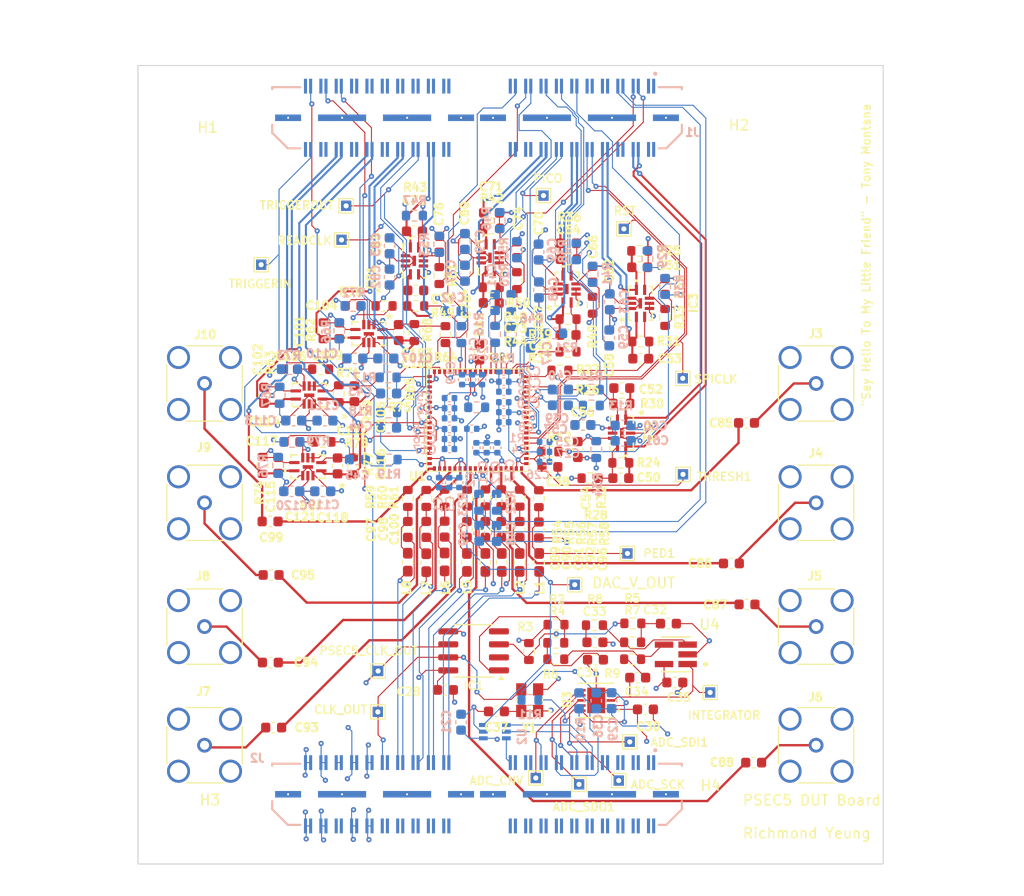
<source format=kicad_pcb>
(kicad_pcb (version 20241229) (generator "pcbnew") (generator_version "9.0")
  (layers (0 "F.Cu" signal) (4 "In1.Cu" signal) (6 "In2.Cu" signal) (8 "In3.Cu" signal) (10 "In4.Cu" signal) (2 "B.Cu" signal) (13 "F.Paste" user) (15 "B.Paste" user) (5 "F.SilkS" user "F.Silkscreen") (7 "B.SilkS" user "B.Silkscreen") (1 "F.Mask" user) (3 "B.Mask" user) (25 "Edge.Cuts" user))
  (net 0 "")
  (net 1 "GND")
  (net 2 "/Biases,Thresh/discthresh6_postrc")
  (net 3 "/Biases,Thresh/discthresh2_postrc")
  (net 4 "/Biases,Thresh/readbias1_postrc")
  (net 5 "/Biases,Thresh/discthresh3_postrc")
  (net 6 "/Biases,Thresh/discthresh5_postrc")
  (net 7 "/Biases,Thresh/readbias2_postrc")
  (net 8 "/Biases,Thresh/discthresh4_postrc")
  (net 9 "/Biases,Thresh/discthresh8_postrc")
  (net 10 "/Biases,Thresh/discthresh7_postrc")
  (net 11 "/Biases,Thresh/wbufbias_postrc")
  (net 12 "/Biases,Thresh/discthresh1_postrc")
  (net 13 "Net-(C31-Pad2)")
  (net 14 "/Pedestals/SIGNAL5")
  (net 15 "Net-(C90-Pad1)")
  (net 16 "/Pedestals/SIGNAL7")
  (net 17 "/Pedestals/SIGNAL6")
  (net 18 "/Pedestals/SIGNAL8")
  (net 19 "Net-(J9-In)")
  (net 20 "ADC2_Out-")
  (net 21 "Net-(C89-Pad1)")
  (net 22 "Net-(C91-Pad1)")
  (net 23 "Net-(C92-Pad1)")
  (net 24 "Net-(C96-Pad1)")
  (net 25 "VDD33")
  (net 26 "ADC2_Out+")
  (net 27 "/Pedestals/SIGNAL2")
  (net 28 "/Pedestals/SIGNAL3")
  (net 29 "/Biases,Thresh/discbias_postrc")
  (net 30 "/Pedestals/SIGNAL4")
  (net 31 "Net-(C34-Pad2)")
  (net 32 "Net-(C33-Pad2)")
  (net 33 "Net-(C32-Pad1)")
  (net 34 "ADC5_Out+")
  (net 35 "ADC6_Out-")
  (net 36 "Net-(IC4--IN)")
  (net 37 "ADC3_Out-")
  (net 38 "ADC4_Out-")
  (net 39 "ADC3_Out+")
  (net 40 "Net-(IC3--IN)")
  (net 41 "ADC4_Out+")
  (net 42 "Net-(IC5--IN)")
  (net 43 "ADC5_Out-")
  (net 44 "Net-(IC6--IN)")
  (net 45 "ADC6_Out+")
  (net 46 "ADC1_Out-")
  (net 47 "ADC1_Out+")
  (net 48 "ADC7_Out-")
  (net 49 "Net-(IC7--IN)")
  (net 50 "ADC7_Out+")
  (net 51 "Net-(IC8--IN)")
  (net 52 "PSEC5_CLK_OUT")
  (net 53 "READBIAS2")
  (net 54 "TRIGGEROUT")
  (net 55 "rst")
  (net 56 "PICO")
  (net 57 "POCI")
  (net 58 "SPIclk")
  (net 59 "Disc_Thresh6")
  (net 60 "READBIAS1")
  (net 61 "CLK_OUT")
  (net 62 "TRIGGERIN")
  (net 63 "VDD18")
  (net 64 "ADC8_Out-")
  (net 65 "ADC8_Out+")
  (net 66 "Net-(IC9-VOCM)")
  (net 67 "V_ped6")
  (net 68 "Disc_Thresh1")
  (net 69 "Disc_Thresh8")
  (net 70 "ReadClk")
  (net 71 "V_ped8")
  (net 72 "ADC_SDI")
  (net 73 "Net-(IC1-~{D})")
  (net 74 "Disc_Thresh7")
  (net 75 "V_ped1")
  (net 76 "Net-(IC9--IN)")
  (net 77 "VDD25")
  (net 78 "ADC_SDO")
  (net 79 "ADC_SCK")
  (net 80 "Net-(IC4-VOCM)")
  (net 81 "Net-(IC2-VOCM)")
  (net 82 "VDD")
  (net 83 "ADC_CNV")
  (net 84 "V_ped3")
  (net 85 "V_ped2")
  (net 86 "V_ped5")
  (net 87 "V_ped4")
  (net 88 "V_ped7")
  (net 89 "DAC_V_OUT")
  (net 90 "Net-(IC7-VOCM)")
  (net 91 "Net-(IC8-VOCM)")
  (net 92 "Net-(U1-VCOCTRL)")
  (net 93 "Net-(IC3-VOCM)")
  (net 94 "Net-(IC6-VOCM)")
  (net 95 "Net-(IC5-VOCM)")
  (net 96 "Net-(IC2-+IN)")
  (net 97 "Net-(IC2--IN)")
  (net 98 "Net-(IC3-+IN)")
  (net 99 "Net-(IC6-+IN)")
  (net 100 "Net-(IC5-+IN)")
  (net 101 "Net-(IC4-+IN)")
  (net 102 "Net-(IC7-+IN)")
  (net 103 "Net-(IC8-+IN)")
  (net 104 "DISCBIAS")
  (net 105 "Disc_Thresh2")
  (net 106 "WBUFBIAS")
  (net 107 "Disc_Thresh5")
  (net 108 "Disc_Thresh3")
  (net 109 "Net-(C97-Pad1)")
  (net 110 "Disc_Thresh4")
  (net 111 "Net-(J10-In)")
  (net 112 "Net-(C100-Pad1)")
  (net 113 "DAC_SCLK")
  (net 114 "Net-(J3-In)")
  (net 115 "Net-(J6-In)")
  (net 116 "Net-(J8-In)")
  (net 117 "Net-(J4-In)")
  (net 118 "Net-(C98-Pad1)")
  (net 119 "Net-(J5-In)")
  (net 120 "Net-(J7-In)")
  (net 121 "Net-(IC9-+IN)")
  (net 122 "Net-(IC1-~{U})")
  (net 123 "DAC_V_IN")
  (net 124 "SYNC_N")
  (net 125 "Net-(U4-IN+)")
  (net 126 "Net-(U4-IN-)")
  (net 127 "VDD50")
  (net 128 "/ADC_Buffer/ADC3_In")
  (net 129 "/ADC_Buffer/ADC2_In")
  (net 130 "/ADC_Buffer2/ADC5_In")
  (net 131 "/ADC_Buffer3/ADC7_In")
  (net 132 "/ADC_Buffer3/ADC6_In")
  (net 133 "/ADC_Buffer2/ADC4_In")
  (net 134 "/ADC_Buffer/ADC1_In")
  (net 135 "/ADC_Buffer3/ADC8_In")
  (net 136 "/Phase_detection/OP_AMP_OUT")
  (net 137 "/Pedestals/SIGNAL1")
  (footprint "Resistor_SMD:R_0603_1608Metric" (layer "F.Cu") (at 157.125 102.15 90)
    (property "Reference" "R58")
    (property "Value" "50")
  )
  (footprint "LTC6409IUDB_TRMPBF:QFN-10_UDB_LIT" (layer "F.Cu") (at 172.2 95.8 -90)
    (property "Reference" "IC2")
    (property "Value" "LTC6409IUDB#TRMPBF")
  )
  (footprint "Capacitor_SMD:C_0603_1608Metric" (layer "F.Cu") (at 152.100001 81.858188 180)
    (property "Reference" "C75")
    (property "Value" "1.3p")
  )
  (footprint "Capacitor_SMD:C_0603_1608Metric" (layer "F.Cu") (at 156.9 80.183188 -90)
    (property "Reference" "C78")
    (property "Value" "0.1u")
  )
  (footprint "Inductor_SMD:L_0603_1608Metric_Pad1.05x0.95mm_HandSolder" (layer "F.Cu") (at 158.9 108.425 -90)
    (property "Reference" "L4" (hide yes))
    (property "Value" "10u")
  )
  (footprint "Resistor_SMD:R_0603_1608Metric" (layer "F.Cu") (at 152.100001 83.383188)
    (property "Reference" "R49")
    (property "Value" "1000")
  )
  (footprint "footprints:DBV0005A-IPC_A" (layer "F.Cu") (at 177.499517 117.4 180)
    (property "Reference" "U4")
    (property "Value" "OPA607QDBVRQ1")
  )
  (footprint "Resistor_SMD:R_0603_1608Metric" (layer "F.Cu") (at 138.809444 92.099999 -90)
    (property "Reference" "R63")
    (property "Value" "1000")
  )
  (footprint "TestPoint:TestPoint_THTPad_1.0x1.0mm_Drill0.5mm" (layer "F.Cu") (at 163.825 129.475)
    (property "Reference" "ADC_CNV")
    (property "Value" "TestPoint")
  )
  (footprint "Capacitor_SMD:C_0603_1608Metric" (layer "F.Cu") (at 172.125 100.2 180)
    (property "Reference" "C50")
    (property "Value" "1.3p")
  )
  (footprint "Resistor_SMD:R_0603_1608Metric" (layer "F.Cu") (at 154.400001 80.408188 -90)
    (property "Reference" "R51")
    (property "Value" "2k")
  )
  (footprint "Resistor_SMD:R_0603_1608Metric" (layer "F.Cu") (at 151.975001 74.558188 180)
    (property "Reference" "R43")
    (property "Value" "1000")
  )
  (footprint "Resistor_SMD:R_0603_1608Metric" (layer "F.Cu") (at 151.958189 85.976301 90)
    (property "Reference" "R68")
    (property "Value" "1000")
  )
  (footprint "TestPoint:TestPoint_THTPad_1.0x1.0mm_Drill0.5mm" (layer "F.Cu") (at 172.775 107.55)
    (property "Reference" "PED1")
    (property "Value" "TestPoint")
  )
  (footprint "Resistor_SMD:R_0603_1608Metric" (layer "F.Cu") (at 166.975001 87.850001 180)
    (property "Reference" "R37")
    (property "Value" "1000")
  )
  (footprint "Capacitor_SMD:C_0603_1608Metric" (layer "F.Cu") (at 172.225 91.4)
    (property "Reference" "C52")
    (property "Value" "1.3p")
  )
  (footprint "LTC6409IUDB_TRMPBF:QFN-10_UDB_LIT" (layer "F.Cu") (at 151.975 78.975 90)
    (property "Reference" "IC6")
    (property "Value" "LTC6409IUDB#TRMPBF")
  )
  (footprint "Capacitor_SMD:C_0603_1608Metric" (layer "F.Cu") (at 146.158189 88.501301)
    (property "Reference" "C109")
    (property "Value" "0.1u")
  )
  (footprint "Capacitor_SMD:C_0603_1608Metric" (layer "F.Cu") (at 139.9893 101.475)
    (property "Reference" "C121")
    (property "Value" "1000p")
  )
  (footprint "Resistor_SMD:R_0603_1608Metric" (layer "F.Cu") (at 155 86.175 -90)
    (property "Reference" "R64")
    (property "Value" "1000")
  )
  (footprint "Resistor_SMD:R_0603_1608Metric" (layer "F.Cu") (at 149.008189 83.376301 180)
    (property "Reference" "R70")
    (property "Value" "2k")
  )
  (footprint "MountingHole:MountingHole_2.2mm_M2" (layer "F.Cu") (at 135.325 133.4)
    (property "Reference" "H3")
    (property "Value" "MountingHole")
  )
  (footprint "Capacitor_SMD:C_0603_1608Metric" (layer "F.Cu") (at 176.775 114.4)
    (property "Reference" "C32")
    (property "Value" "C")
  )
  (footprint "Capacitor_SMD:C_0603_1608Metric" (layer "F.Cu") (at 177.4 120.15 180)
    (property "Reference" "C35")
    (property "Value" "0.1u")
  )
  (footprint "Capacitor_SMD:C_0603_1608Metric" (layer "F.Cu") (at 149.550001 80.558188 90)
    (property "Reference" "C81")
    (property "Value" "1000p")
  )
  (footprint "Capacitor_SMD:C_0603_1608Metric" (layer "F.Cu") (at 144.4643 99 -90)
    (property "Reference" "C116")
    (property "Value" "1.3p")
  )
  (footprint "Capacitor_SMD:C_0603_1608Metric" (layer "F.Cu") (at 166.975 86.2107 180)
    (property "Reference" "C65")
    (property "Value" "1.3p")
  )
  (footprint "Capacitor_SMD:C_0603_1608Metric" (layer "F.Cu") (at 155 120.875)
    (property "Reference" "C28")
    (property "Value" "0.1u")
  )
  (footprint "Resistor_SMD:R_0603_1608Metric" (layer "F.Cu") (at 153.125 102.175 90)
    (property "Reference" "R60")
    (property "Value" "50")
  )
  (footprint "Resistor_SMD:R_0603_1608Metric" (layer "F.Cu") (at 161.975 80.908188 -90)
    (property "Reference" "R50")
    (property "Value" "2k")
  )
  (footprint "Capacitor_SMD:C_0603_1608Metric" (layer "F.Cu") (at 173.775 119.675)
    (property "Reference" "C34")
    (property "Value" "C")
  )
  (footprint "Resistor_SMD:R_0603_1608Metric" (layer "F.Cu") (at 176.45 84.5 -90)
    (property "Reference" "R33")
    (property "Value" "2k")
  )
  (footprint "Capacitor_SMD:C_0603_1608Metric" (layer "F.Cu") (at 140.0143 96.65 180)
    (property "Reference" "C117")
    (property "Value" "0.1u")
  )
  (footprint "Package_SO:SOIC-8_3.9x4.9mm_P1.27mm" (layer "F.Cu") (at 157.75 117.06 180)
    (property "Reference" "IC1")
    (property "Value" "MC100EP140DG")
  )
  (footprint "TestPoint:TestPoint_THTPad_1.0x1.0mm_Drill0.5mm" (layer "F.Cu") (at 144.85 76.925)
    (property "Reference" "READCLK")
    (property "Value" "TestPoint")
  )
  (footprint "Capacitor_SMD:C_0603_1608Metric" (layer "F.Cu") (at 153.125 105.2 -90)
    (property "Reference" "C98")
    (property "Value" "100n")
  )
  (footprint "Capacitor_SMD:C_0603_1608Metric" (layer "F.Cu") (at 182.925 108.525)
    (property "Reference" "C86")
    (property "Value" "100n")
  )
  (footprint "TestPoint:TestPoint_THTPad_1.0x1.0mm_Drill0.5mm" (layer "F.Cu") (at 178.2 99.825)
    (property "Reference" "THRESH1")
    (property "Value" "TestPoint")
  )
  (footprint "Capacitor_SMD:C_0603_1608Metric" (layer "F.Cu") (at 173.973699 79.6)
    (property "Reference" "C51")
    (property "Value" "1.3p")
  )
  (footprint "Resistor_SMD:R_0603_1608Metric" (layer "F.Cu") (at 165.8 114.5)
    (property "Reference" "R2")
    (property "Value" "140")
  )
  (footprint "Resistor_SMD:R_0603_1608Metric" (layer "F.Cu") (at 143.083189 85.801301 -90)
    (property "Reference" "R62")
    (property "Value" "1000")
  )
  (footprint "Capacitor_SMD:C_0603_1608Metric" (layer "F.Cu") (at 168.425 95)
    (property "Reference" "C56")
    (property "Value" "1000p")
  )
  (footprint "TestPoint:TestPoint_THTPad_1.0x1.0mm_Drill0.5mm" (layer "F.Cu") (at 145.3 73.6)
    (property "Reference" "TRIGGEROUT")
    (property "Value" "TestPoint")
  )
  (footprint "Capacitor_SMD:C_0603_1608Metric" (layer "F.Cu") (at 158.325 87.875 90)
    (property "Reference" "C14")
    (property "Value" "200p")
  )
  (footprint "Connector_Coaxial:SMA_Amphenol_132134-14_Vertical" (layer "F.Cu") (at 191.2 102.6 90)
    (property "Reference" "J4")
    (property "Value" "Conn_Coaxial")
  )
  (footprint "Capacitor_SMD:C_0603_1608Metric" (layer "F.Cu") (at 164.125 81.8107 90)
    (property "Reference" "C67")
    (property "Value" "1000p")
  )
  (footprint "Capacitor_SMD:C_0603_1608Metric" (layer "F.Cu") (at 162.252071 105.202071 -90)
    (property "Reference" "C90")
    (property "Value" "100n")
  )
  (footprint "Inductor_SMD:L_0603_1608Metric_Pad1.05x0.95mm_HandSolder" (layer "F.Cu") (at 151.325 108.4 -90)
    (property "Reference" "L8")
    (property "Value" "10u")
  )
  (footprint "Resistor_SMD:R_0603_1608Metric" (layer "F.Cu") (at 159.475 81.558188)
    (property "Reference" "R48")
    (property "Value" "1000")
  )
  (footprint "Resistor_SMD:R_0603_1608Metric" (layer "F.Cu") (at 173.275 117.875)
    (property "Reference" "R9")
    (property "Value" "R2")
  )
  (footprint "Resistor_SMD:R_0603_1608Metric" (layer "F.Cu") (at 149.4 90.35)
    (property "Reference" "R65")
    (property "Value" "1000")
  )
  (footprint "Connector_Coaxial:SMA_Amphenol_132134-14_Vertical" (layer "F.Cu") (at 191.2 114.69 90)
    (property "Reference" "J5")
    (property "Value" "Conn_Coaxial")
  )
  (footprint "Connector_Coaxial:SMA_Amphenol_132134-14_Vertical" (layer "F.Cu") (at 131.475 102.6 -90)
    (property "Reference" "J9")
    (property "Value" "Conn_Coaxial")
  )
  (footprint "Capacitor_SMD:C_0603_1608Metric" (layer "F.Cu") (at 145.983189 83.376301 180)
    (property "Reference" "C104")
    (property "Value" "0.1u")
  )
  (footprint "Resistor_SMD:R_0603_1608Metric" (layer "F.Cu") (at 159.85 86.15 -90)
    (property "Reference" "R44")
    (property "Value" "1000")
  )
  (footprint "Capacitor_SMD:C_0603_1608Metric" (layer "F.Cu") (at 149.550001 77.508188 -90)
    (property "Reference" "C84")
    (property "Value" "1000p")
  )
  (footprint "Capacitor_SMD:C_0603_1608Metric" (layer "F.Cu") (at 139.784444 89.549999 180)
    (property "Reference" "C106")
    (property "Value" "0.1u")
  )
  (footprint "TestPoint:TestPoint_THTPad_1.0x1.0mm_Drill0.5mm" (layer "F.Cu") (at 173 125.95)
    (property "Reference" "ADC_SDI1")
    (property "Value" "TestPoint")
  )
  (footprint "TestPoint:TestPoint_THTPad_1.0x1.0mm_Drill0.5mm" (layer "F.Cu") (at 164.575 72.6)
    (property "Reference" "PICO")
    (property "Value" "TestPoint")
  )
  (footprint "TestPoint:TestPoint_THTPad_1.0x1.0mm_Drill0.5mm" (layer "F.Cu") (at 180.85 121.125)
    (property "Reference" "INTEGRATOR")
    (property "Value" "TestPoint")
  )
  (footprint "Resistor_SMD:R_0603_1608Metric" (layer "F.Cu") (at 173.275 116.225)
    (property "Reference" "R7")
    (property "Value" "R1/2")
  )
  (footprint "Capacitor_SMD:C_0603_1608Metric" (layer "F.Cu") (at 144.633189 85.801301 90)
    (property "Reference" "C101")
    (property "Value" "1.3p")
  )
  (footprint "Capacitor_SMD:C_0603_1608Metric" (layer "F.Cu") (at 151.325 105.2 -90)
    (property "Reference" "C100")
    (property "Value" "100n")
  )
  (footprint "Resistor_SMD:R_0603_1608Metric" (layer "F.Cu") (at 160.45 102.1 90)
    (property "Reference" "R56")
    (property "Value" "50")
  )
  (footprint "Inductor_SMD:L_0603_1608Metric_Pad1.05x0.95mm_HandSolder" (layer "F.Cu") (at 160.5 108.425 -90)
    (property "Reference" "L3" (hide yes))
    (property "Value" "10u")
  )
  (footprint "Capacitor_SMD:C_0603_1608Metric" (layer "F.Cu") (at 174.073699 88.525 180)
    (property "Reference" "C53")
    (property "Value" "1.3p")
  )
  (footprint "Capacitor_SMD:C_0603_1608Metric" (layer "F.Cu") (at 137.875 104.425 180)
    (property "Reference" "C99")
    (property "Value" "100n")
  )
  (footprint "Resistor_SMD:R_0603_1608Metric" (layer "F.Cu") (at 156.55 86.175 -90)
    (property "Reference" "R45")
    (property "Value" "1000")
  )
  (footprint "LTC6409IUDB_TRMPBF:QFN-10_UDB_LIT" (layer "F.Cu") (at 141.5643 99.075 180)
    (property "Reference" "IC9")
    (property "Value" "LTC6409IUDB#TRMPBF")
  )
  (footprint "Capacitor_SMD:C_0603_1608Metric" (layer "F.Cu") (at 154.925 105.175 -90)
    (property "Reference" "C97")
    (property "Value" "100n")
  )
  (footprint "MountingHole:MountingHole_2.2mm_M2" (layer "F.Cu") (at 135.325 62.45)
    (property "Reference" "H1")
    (property "Value" "MountingHole")
  )
  (footprint "Resistor_SMD:R_0603_1608Metric" (layer "F.Cu") (at 144.584444 91.949999 90)
    (property "Reference" "R69")
    (property "Value" "1000")
  )
  (footprint "Capacitor_SMD:C_0603_1608Metric" (layer "F.Cu") (at 158.9 105.2 -90)
    (property "Reference" "C92")
    (property "Value" "100n")
  )
  (footprint "Resistor_SMD:R_0603_1608Metric" (layer "F.Cu") (at 163.15 117.125 -90)
    (property "Reference" "R3")
    (property "Value" "140")
  )
  (footprint "Capacitor_SMD:C_0603_1608Metric" (layer "F.Cu") (at 185.1 127.975)
    (property "Reference" "C88")
    (property "Value" "100n")
  )
  (footprint "LTC6409IUDB_TRMPBF:QFN-10_UDB_LIT" (layer "F.Cu") (at 174.049999 83.125 90)
    (property "Reference" "IC3")
    (property "Value" "LTC6409IUDB#TRMPBF")
  )
  (footprint "Capacitor_SMD:C_0603_1608Metric" (layer "F.Cu") (at 165.2 99.1)
    (property "Reference" "C38")
    (property "Value" "C")
  )
  (footprint "Resistor_SMD:R_0603_1608Metric" (layer "F.Cu") (at 169.725 97.4 -90)
    (property "Reference" "R32")
    (property "Value" "2k")
  )
  (footprint "Resistor_SMD:R_0603_1608Metric" (layer "F.Cu") (at 149.45 91.925)
    (property "Reference" "R75")
    (property "Value" "1000")
  )
  (footprint "Resistor_SMD:R_0603_1608Metric" (layer "F.Cu") (at 172.225 92.9 180)
    (property "Reference" "R30")
    (property "Value" "1000")
  )
  (footprint "Resistor_SMD:R_0603_1608Metric" (layer "F.Cu") (at 165.775 116.275)
    (property "Reference" "R4")
    (property "Value" "R1/2")
  )
  (footprint "Resistor_SMD:R_0603_1608Metric" (layer "F.Cu") (at 162.252071 102.152071 90)
    (property "Reference" "R55")
    (property "Value" "50")
  )
  (footprint "Capacitor_SMD:C_0603_1608Metric" (layer "F.Cu") (at 169.375 80.2857 -90)
    (property "Reference" "C66")
    (property "Value" "0.1u")
  )
  (footprint "LTC6409IUDB_TRMPBF:QFN-10_UDB_LIT" (layer "F.Cu") (at 147.525001 86.0763 180)
    (property "Reference" "IC7")
    (property "Value" "LTC6409IUDB#TRMPBF")
  )
  (footprint "Resistor_SMD:R_0603_1608Metric" (layer "F.Cu") (at 166.225 91.55 180)
    (property "Reference" "R26")
    (property "Value" "1000")
  )
  (footprint "Capacitor_SMD:C_0603_1608Metric" (layer "F.Cu") (at 149.183189 88.501301 180)
    (property "Reference" "C108")
    (property "Value" "0.1u")
  )
  (footprint "Capacitor_SMD:C_0603_1608Metric" (layer "F.Cu") (at 140.184444 94.574999)
    (property "Reference" "C114")
    (property "Value" "1000p")
  )
  (footprint "Inductor_SMD:L_0603_1608Metric_Pad1.05x0.95mm_HandSolder" (layer "F.Cu") (at 162.252071 108.427071 -90)
    (property "Reference" "L2")
    (property "Value" "10u")
  )
  (footprint "Capacitor_SMD:C_0603_1608Metric" (layer "F.Cu") (at 156.9 77.083188 -90)
    (property "Reference" "C80")
    (property "Value" "1000p")
  )
  (footprint "Capacitor_SMD:C_0603_1608Metric" (layer "F.Cu") (at 146.109444 91.949999 -90)
    (property "Reference" "C105")
    (property "Value" "1.3p")
  )
  (footprint "Capacitor_SMD:C_0603_1608Metric" (layer "F.Cu") (at 137.284444 92.099999 90)
    (property "Reference" "C102")
    (property "Value" "1.3p")
  )
  (footprint "Resistor_SMD:R_0603_1608Metric" (layer "F.Cu") (at 169.375 83.3107 -90)
    (property "Reference" "R40")
    (property "Value" "2k")
  )
  (footprint "Resistor_SMD:R_0603_1608Metric" (layer "F.Cu") (at 143.0393 96.65)
    (property "Reference" "R78")
    (property "Value" "2k")
  )
  (footprint "Capacitor_SMD:C_0603_1608Metric" (layer "F.Cu") (at 171.048699 82.975 90)
    (property "Reference" "C62")
    (property "Value" "0.1u")
  )
  (footprint "Capacitor_SMD:C_0603_1608Metric" (layer "F.Cu") (at 184.4 94.8)
    (property "Reference" "C85")
    (property "Value" "100n")
  )
  (footprint "MountingHole:MountingHole_2.2mm_M2" (layer "F.Cu") (at 180.9 133.4)
    (property "Reference" "H4")
    (property "Value" "MountingHole")
  )
  (footprint "Capacitor_SMD:C_0603_1608Metric" (layer "F.Cu") (at 154.400001 77.358188 90)
    (property "Reference" "C76")
    (property "Value" "0.1u")
  )
  (footprint "Capacitor_SMD:C_0603_1608Metric" (layer "F.Cu") (at 157.1 105.2 -90)
    (property "Reference" "C96")
    (property "Value" "100n")
  )
  (footprint "Resistor_SMD:R_0603_1608Metric" (layer "F.Cu") (at 169.55 114.55)
    (property "Reference" "R8")
    (property "Value" "R2")
  )
  (footprint "Capacitor_SMD:C_0603_1608Metric" (layer "F.Cu") (at 150.433189 85.976301 -90)
    (property "Reference" "C103")
    (property "Value" "1.3p")
  )
  (footprint "Resistor_SMD:R_0603_1608Metric" (layer "F.Cu") (at 154.925 102.15 90)
    (property "Reference" "R59")
    (property "Value" "50")
  )
  (footprint "MountingHole:MountingHole_2.2mm_M2" (layer "F.Cu") (at 180.9 62.45)
    (property "Reference" "H2")
    (property "Value" "MountingHole")
  )
  (footprint "TestPoint:TestPoint_THTPad_1.0x1.0mm_Drill0.5mm" (layer "F.Cu") (at 148.425 119.025)
    (property "Reference" "PSEC5_CLK_OUT")
    (property "Value" "TestPoint")
  )
  (footprint "LTC6409IUDB_TRMPBF:QFN-10_UDB_LIT" (layer "F.Cu") (at 141.698744 92.074999 180)
    (property "Reference" "IC8")
    (property "Value" "LTC6409IUDB#TRMPBF")
  )
  (footprint "Resistor_SMD:R_0603_1608Metric" (layer "F.Cu") (at 174.073699 86.85)
    (property "Reference" "R31")
    (property "Value" "1000")
  )
  (footprint "Resistor_SMD:R_0603_1608Metric" (layer "F.Cu") (at 165.775 117.875 180)
    (property "Reference" "R6")
    (property "Value" "R1/2")
  )
  (footprint "Resistor_SMD:R_0603_1608Metric" (layer "F.Cu") (at 145.9893 99 90)
    (property "Reference" "R77")
    (property "Value" "1000")
  )
  (footprint "Capacitor_SMD:C_0603_1608Metric" (layer "F.Cu") (at 138.225 124.55 180)
    (property "Reference" "C93")
    (property "Value" "100n")
  )
  (footprint "Capacitor_SMD:C_0603_1608Metric" (layer "F.Cu") (at 160.45 105.2 -90)
    (property "Reference" "C91")
    (property "Value" "100n")
  )
  (footprint "TestPoint:TestPoint_THTPad_1.0x1.0mm_Drill0.5mm" (layer "F.Cu") (at 167.625 110.6)
    (property "Reference" "DAC_V_OUT")
    (property "Value" "TestPoint")
  )
  (footprint "Capacitor_SMD:C_0603_1608Metric" (layer "F.Cu") (at 176.45 81.475 -90)
    (property "Reference" "C55")
    (property "Value" "0.1u")
  )
  (footprint "Capacitor_SMD:C_0603_1608Metric" (layer "F.Cu") (at 170.998699 86.5 -90)
    (property "Reference" "C58")
    (property "Value" "1000p")
  )
  (footprint "ASE2_40_000MHZ_E_T:XTAL_ASE2-40.000MHZ-ET" (layer "F.Cu") (at 163.2294 121.875 180)
    (property "Reference" "Y1")
    (property "Value" "ASE2-40.000MHZ-ET")
  )
  (footprint "Resistor_SMD:R_0603_1608Metric" (layer "F.Cu") (at 172.125 98.7)
    (property "Reference" "R24")
    (property "Value" "1000")
  )
  (footprint "Resistor_SMD:R_0603_1608Metric" (layer "F.Cu") (at 167 78.8107 180)
    (property "Reference" "R36")
    (property "Value" "1000")
  )
  (footprint "Capacitor_SMD:C_0603_1608Metric" (layer "F.Cu") (at 143.0193 101.48 180)
    (property "Reference" "C118")
    (property "Value" "1000p")
  )
  (footprint "Capacitor_SMD:C_0603_1608Metric" (layer "F.Cu") (at 138.6693 98.95 90)
    (property "Reference" "C115")
    (property "Value" "1.3p")
  )
  (footprint "Resistor_SMD:R_0603_1608Metric" (layer "F.Cu") (at 169.125 100.2 180)
    (property "Reference" "R28")
    (property "Value" "1000")
  )
  (footprint "TestPoint:TestPoint_THTPad_1.0x1.0mm_Drill0.5mm" (layer "F.Cu") (at 148.4 123.025)
    (property "Reference" "CLK_OUT")
    (property "Value" "TestPoint")
  )
  (footprint "Capacitor_SMD:C_0603_1608Metric" (layer "F.Cu") (at 137.975 109.65 180)
    (property "Reference" "C95")
    (property "Value" "100n")
  )
  (footprint "TestPoint:TestPoint_THTPad_1.0x1.0mm_Drill0.5mm" (layer "F.Cu") (at 171.925 129.725)
    (property "Reference" "ADC_SCK")
    (property "Value" "TestPoint")
  )
  (footprint "Resistor_SMD:R_0603_1608Metric" (layer "F.Cu") (at 142.809444 89.549999)
    (property "Reference" "R71")
    (property "Value" "2k")
  )
  (footprint "Resistor_SMD:R_0603_1608Metric" (layer "F.Cu") (at 165.2 97.6)
    (property "Reference" "R12")
    (property "Value" "R_US")
  )
  (footprint "Inductor_SMD:L_0603_1608Metric_Pad1.05x0.95mm_HandSolder" (layer "F.Cu") (at 157.1 108.425 -90)
    (property "Reference" "L5")
    (property "Value" "10u")
  )
  (footprint "Capacitor_SMD:C_0603_1608Metric" (layer "F.Cu") (at 159.9794 122.975)
    (property "Reference" "C37")
    (property "Value" "0.1u")
  )
  (footprint "Capacitor_SMD:C_0603_1608Metric" (layer "F.Cu") (at 151.975001 76.083188)
    (property "Reference" "C72")
    (property "Value" "1.3p")
  )
  (footprint "Inductor_SMD:L_0603_1608Metric_Pad1.05x0.95mm_HandSolder" (layer "F.Cu") (at 164.15 108.425 -90)
    (property "Reference" "L1")
    (property "Value" "10u")
  )
  (footprint "LTC6409IUDB_TRMPBF:QFN-10_UDB_LIT" (layer "F.Cu") (at 166.875 81.725 90)
    (property "Reference" "IC4")
    (property "Value" "LTC6409IUDB#TRMPBF")
  )
  (footprint "Capacitor_SMD:C_0603_1608Metric" (layer "F.Cu") (at 169.65 117.925)
    (property "Reference" "C31")
    (property "Value" "C")
  )
  (footprint "Resistor_SMD:R_0603_1608Metric" (layer "F.Cu") (at 164.125 102.2 90)
    (property "Reference" "R54")
    (property "Value" "50")
  )
  (footprint "Capacitor_SMD:C_0603_1608Metric" (layer "F.Cu") (at 137.9 118.2 180)
    (property "Reference" "C94")
    (property "Value" "100n")
  )
  (footprint "Capacitor_SMD:C_0603_1608Metric" (layer "F.Cu") (at 164.1 78.1107 90)
    (property "Reference" "C70")
    (property "Value" "1000p")
  )
  (footprint "Capacitor_SMD:C_0603_1608Metric" (layer "F.Cu") (at 143.239444 94.579999 180)
    (property "Reference" "C112")
    (property "Value" "0.1u")
  )
  (footprint "Resistor_SMD:R_0603_1608Metric" (layer "F.Cu") (at 173.3 114.375 180)
    (property "Reference" "R5")
    (property "Value" "R1/2")
  )
  (footprint "Connector_Coaxial:SMA_Amphenol_132134-14_Vertical" (layer "F.Cu") (at 131.475 114.69 -90)
    (property "Reference" "J8")
    (property "Value" "Conn_Coaxial")
  )
  (footprint "LTC6409IUDB_TRMPBF:QFN-10_UDB_LIT" (layer "F.Cu") (at 159.374999 78.675 90)
    (property "Reference" "IC5")
    (property "Value" "LTC6409IUDB#TRMPBF")
  )
  (footprint "Connector_Coaxial:SMA_Amphenol_132134-14_Vertical" (layer "F.Cu") (at 131.475 126.275 180)
    (property "Reference" "J7")
    (property "Value" "Conn_Coaxial")
  )
  (footprint "Resistor_SMD:R_0603_1608Metric" (layer "F.Cu") (at 159.5 75.808188 180)
    (property "Reference" "R42")
    (property "Value" "1000")
  )
  (footprint "TestPoint:TestPoint_THTPad_1.0x1.0mm_Drill0.5mm" (layer "F.Cu") (at 178.175 90.45)
    (property "Reference" "SPICLK")
    (property "Value" "TestPoint")
  )
  (footprint "Capacitor_SMD:C_0603_1608Metric" (layer "F.Cu") (at 167.925 97.4 -90)
    (property "Reference" "C54")
    (property "Value" "0.1u")
  )
  (footprint "Capacitor_SMD:C_0603_1608Metric" (layer "F.Cu") (at 161.975 77.883188 -90)
    (property "Reference" "C74")
    (property "Value" "0.1u")
  )
  (footprint "Resistor_SMD:R_0603_1608Metric" (layer "F.Cu") (at 151.325 102.175 90)
    (property "Reference" "R61")
    (property "Value" "50")
  )
  (footprint "Inductor_SMD:L_0603_1608Metric_Pad1.05x0.95mm_HandSolder" (layer "F.Cu") (at 154.925 108.375 -90)
    (property "Reference" "L6")
    (property "Value" "10u")
  )
  (footprint "AD4008BCPZ-RL7:CP_10_9_ADI" (layer "F.Cu") (at 169.7272 121.899999 180)
    (property "Reference" "U3")
    (property "Value" "AD4008BCPZ-RL7")
  )
  (footprint "Capacitor_SMD:C_0603_1608Metric" (layer "F.Cu") (at 184.45 112.525)
    (property "Reference" "C87")
    (property "Value" "100n")
  )
  (footprint "Connector_Coaxial:SMA_Amphenol_132134-14_Vertical" (layer "F.Cu") (at 131.475 90.95 -90)
    (property "Reference" "J10")
    (property "Value" "Conn_Coaxial")
  )
  (footprint "Capacitor_SMD:C_0603_1608Metric" (layer "F.Cu") (at 167 77.2607)
    (property "Reference" "C64")
    (property "Value" "1.3p")
  )
  (footprint "Capacitor_SMD:C_0603_1608Metric" (layer "F.Cu") (at 164.125 105.25 -90)
    (property "Reference" "C89")
    (property "Value" "100n")
  )
  (footprint "TestPoint:TestPoint_THTPad_1.0x1.0mm_Drill0.5mm" (layer "F.Cu") (at 172.425 75.85)
    (property "Reference" "RST")
    (property "Value" "TestPoint")
  )
  (footprint "PSEC5_DIE:PSEC5_DIE" (layer "F.Cu") (at 163.175 99.525 90)
    (property "Reference" "U1")
    (property "Value" "~")
  )
  (footprint "TestPoint:TestPoint_THTPad_1.0x1.0mm_Drill0.5mm" (layer "F.Cu") (at 168.05 130.1)
    (property "Reference" "ADC_SDO1")
    (property "Value" "TestPoint")
  )
  (footprint "Resistor_SMD:R_0603_1608Metric" (layer "F.Cu") (at 166.975 84.6607)
    (property "Reference" "R39")
    (property "Value" "1000")
  )
  (footprint "Resistor_SMD:R_0603_1608Metric" (layer "F.Cu") (at 166.18 89.675 180)
    (property "Reference" "R27")
    (property "Value" "1000")
  )
  (footprint "Connector_Coaxial:SMA_Amphenol_132134-14_Vertical" (layer "F.Cu") (at 191.195 126.275 90)
    (property "Reference" "J6")
    (property "Value" "Conn_Coaxial")
  )
  (footprint "Capacitor_SMD:C_0603_1608Metric" (layer "F.Cu") (at 159.5 74.283188)
    (property "Reference" "C71")
    (property "Value" "1.3p")
  )
  (footprint "Connector_Coaxial:SMA_Amphenol_132134-14_Vertical" (layer "F.Cu") (at 191.2 90.95 90)
    (property "Reference" "J3")
    (property "Value" "Conn_Coaxial")
  )
  (footprint "Capacitor_SMD:C_0603_1608Metric" (layer "F.Cu") (at 169.6 116.225 180)
    (property "Reference" "C33")
    (property "Value" "C")
  )
  (footprint "Resistor_SMD:R_0603_1608Metric" (layer "F.Cu") (at 137.1393 98.95 -90)
    (property "Reference" "R74")
    (property "Value" "1000")
  )
  (footprint "Inductor_SMD:L_0603_1608Metric_Pad1.05x0.95mm_HandSolder" (layer "F.Cu") (at 153.125 108.45 -90)
    (property "Reference" "L7")
    (property "Value" "10u")
  )
  (footprint "Resistor_SMD:R_0603_1608Metric" (layer "F.Cu") (at 158.9 102.125 90)
    (property "Reference" "R57")
    (property "Value" "50")
  )
  (footprint "Resistor_SMD:R_0603_1608Metric" (layer "F.Cu") (at 173.973699 78 180)
    (property "Reference" "R25")
    (property "Value" "1000")
  )
  (footprint "Capacitor_SMD:C_0603_1608Metric" (layer "F.Cu") (at 174.5294 122.775)
    (property "Reference" "C30")
    (property "Value" "0.1u")
  )
  (footprint "TestPoint:TestPoint_THTPad_1.0x1.0mm_Drill0.5mm" (layer "F.Cu") (at 137 79.35)
    (property "Reference" "TRIGGERIN")
    (property "Value" "TestPoint")
  )
  (footprint "Capacitor_SMD:C_0603_1608Metric" (layer "F.Cu") (at 159.475 83.083188 180)
    (property "Reference" "C73")
    (property "Value" "1.3p")
  )
  (footprint "Capacitor_SMD:C_0603_1608Metric" (layer "B.Cu") (at 171.048699 82.975 90)
    (property "Reference" "C63")
    (property "Value" "1000p")
  )
  (footprint "Capacitor_SMD:C_0402_1005Metric" (layer "B.Cu") (at 164.675 98.6 180)
    (property "Reference" "C26")
    (property "Value" "680n")
  )
  (footprint "Resistor_SMD:R_0603_1608Metric" (layer "B.Cu") (at 151.975001 74.558188 180)
    (property "Reference" "R47")
    (property "Value" "1000")
  )
  (footprint "Capacitor_SMD:C_0402_1005Metric" (layer "B.Cu") (at 157.6 90.575 90)
    (property "Reference" "C18")
    (property "Value" "330n")
  )
  (footprint "Resistor_SMD:R_0603_1608Metric" (layer "B.Cu") (at 138.809444 92.099999 -90)
    (property "Reference" "R67")
    (property "Value" "1000")
  )
  (footprint "Capacitor_SMD:C_0603_1608Metric" (layer "B.Cu") (at 171.2294 121.925 -90)
    (property "Reference" "C29")
    (property "Value" "C")
  )
  (footprint "Capacitor_SMD:C_0402_1005Metric" (layer "B.Cu") (at 158.02 97.225 -90)
    (property "Reference" "C11")
    (property "Value" "330n")
  )
  (footprint "Capacitor_SMD:C_0402_1005Metric" (layer "B.Cu") (at 160.07 97.225 -90)
    (property "Reference" "C13")
    (property "Value" "100n")
  )
  (footprint "Capacitor_SMD:C_0603_1608Metric" (layer "B.Cu") (at 143.0143 101.475 180)
    (property "Reference" "C119")
    (property "Value" "0.1u")
  )
  (footprint "Resistor_SMD:R_0603_1608Metric" (layer "B.Cu") (at 158.05 93.275 180)
    (property "Reference" "R1")
    (property "Value" "0")
  )
  (footprint "Capacitor_SMD:C_0402_1005Metric" (layer "B.Cu") (at 157.575 95.375)
    (property "Reference" "C4")
    (property "Value" "DNP")
  )
  (footprint "Capacitor_SMD:C_0603_1608Metric" (layer "B.Cu") (at 156.525 124.025 -90)
    (property "Reference" "C21")
    (property "Value" "0.1u")
  )
  (footprint "Resistor_SMD:R_0603_1608Metric" (layer "B.Cu") (at 169.25 93.1)
    (property "Reference" "R13")
    (property "Value" "R_US")
  )
  (footprint "Capacitor_SMD:C_0603_1608Metric" (layer "B.Cu") (at 149.45 91.925 180)
    (property "Reference" "C43")
    (property "Value" "C")
  )
  (footprint "Resistor_SMD:R_0603_1608Metric" (layer "B.Cu") (at 174.723699 78.8 -90)
    (property "Reference" "R29")
    (property "Value" "1000")
  )
  (footprint "Capacitor_SMD:C_0402_1005Metric" (layer "B.Cu") (at 154.375 100.625 90)
    (property "Reference" "C1")
    (property "Value" "330n")
  )
  (footprint "Capacitor_SMD:C_0603_1608Metric" (layer "B.Cu") (at 166.225 91.55)
    (property "Reference" "C40")
    (property "Value" "C")
  )
  (footprint "Capacitor_SMD:C_0402_1005Metric" (layer "B.Cu") (at 159.025 97.225 -90)
    (property "Reference" "C12")
    (property "Value" "680n")
  )
  (footprint "Capacitor_SMD:C_0603_1608Metric" (layer "B.Cu") (at 149.550001 77.508188 -90)
    (property "Reference" "C83")
    (property "Value" "0.1u")
  )
  (footprint "Capacitor_SMD:C_0603_1608Metric" (layer "B.Cu") (at 149.550001 80.558188 90)
    (property "Reference" "C82")
    (property "Value" "0.1u")
  )
  (footprint "Capacitor_SMD:C_0603_1608Metric" (layer "B.Cu") (at 166.225 93.075)
    (property "Reference" "C39")
    (property "Value" "C")
  )
  (footprint "Capacitor_SMD:C_0603_1608Metric" (layer "B.Cu") (at 172.35 95.05)
    (property "Reference" "C60")
    (property "Value" "0.1u")
  )
  (footprint "Resistor_SMD:R_0603_1608Metric" (layer "B.Cu") (at 176.45 81.475 90)
    (property "Reference" "R35")
    (property "Value" "2k")
  )
  (footprint "Capacitor_SMD:C_0402_1005Metric" (layer "B.Cu") (at 160.7 90.775)
    (property "Reference" "C23")
    (property "Value" "680n")
  )
  (footprint "Resistor_SMD:R_0603_1608Metric" (layer "B.Cu") (at 139.759444 89.549999)
    (property "Reference" "R73")
    (property "Value" "2k")
  )
  (footprint "Resistor_SMD:R_0603_1608Metric" (layer "B.Cu") (at 163.2544 121.85)
    (property "Reference" "R11")
    (property "Value" "10k")
  )
  (footprint "Resistor_SMD:R_0603_1608Metric" (layer "B.Cu") (at 156.55 86.175 90)
    (property "Reference" "R16")
    (property "Value" "R_US")
  )
  (footprint "Capacitor_SMD:C_0603_1608Metric" (layer "B.Cu") (at 156.9 77.083188 -90)
    (property "Reference" "C79")
    (property "Value" "0.1u")
  )
  (footprint "Resistor_SMD:R_0603_1608Metric" (layer "B.Cu") (at 138.6643 98.95 -90)
    (property "Reference" "R76")
    (property "Value" "1000")
  )
  (footprint "QTH-040-01-X-D-DP-A:SAMTEC_QTH-040-01-X-D-DP-A" (layer "B.Cu") (at 158.0834 131.065 180)
    (property "Reference" "J2")
    (property "Value" "QTH-040-01-X-D-DP-A")
  )
  (footprint "Resistor_SMD:R_0603_1608Metric" (layer "B.Cu") (at 161.425 83.05 90)
    (property "Reference" "R20")
    (property "Value" "R_US")
  )
  (footprint "Capacitor_SMD:C_0402_1005Metric" (layer "B.Cu") (at 155.4 94.35 180)
    (property "Reference" "C7")
    (property "Value" "100n")
  )
  (footprint "Capacitor_SMD:C_0402_1005Metric" (layer "B.Cu") (at 155.39 96.375 180)
    (property "Reference" "C16")
    (property "Value" "680n")
  )
  (footprint "Capacitor_SMD:C_0402_1005Metric" (layer "B.Cu") (at 158.575 90.575 90)
    (property "Reference" "C20")
    (property "Value" "100n")
  )
  (footprint "QTH-040-01-X-D-DP-A:SAMTEC_QTH-040-01-X-D-DP-A" (layer "B.Cu") (at 158.0834 65.002139 180)
    (property "Reference" "J1")
    (property "Value" "QTH-040-01-X-D-DP-A")
  )
  (footprint "Capacitor_SMD:C_0603_1608Metric" (layer "B.Cu") (at 158.3 105.575 -90)
    (property "Reference" "C49")
    (property "Value" "C")
  )
  (footprint "Capacitor_SMD:C_0603_1608Metric" (layer "B.Cu") (at 143.234444 94.574999 180)
    (property "Reference" "C111")
    (property "Value" "1000p")
  )
  (footprint "Capacitor_SMD:C_0402_1005Metric" (layer "B.Cu") (at 160.7 94.725)
    (property "Reference" "C8")
    (property "Value" "330n")
  )
  (footprint "Capacitor_SMD:C_0402_1005Metric" (layer "B.Cu") (at 156.625 90.575 90)
    (property "Reference" "C19")
    (property "Value" "680n")
  )
  (footprint "Resistor_SMD:R_0603_1608Metric" (layer "B.Cu") (at 165.675 86.05)
    (property "Reference" "R21")
    (property "Value" "R_US")
  )
  (footprint "Resistor_SMD:R_0603_1608Metric" (layer "B.Cu") (at 159.85 86.15 90)
    (property "Reference" "R15")
    (property "Value" "R_US")
  )
  (footprint "Capacitor_SMD:C_0603_1608Metric" (layer "B.Cu") (at 146.158189 88.501301)
    (property "Reference" "C110")
    (property "Value" "1000p")
  )
  (footprint "Capacitor_SMD:C_0603_1608Metric" (layer "B.Cu") (at 149.183189 88.501301 180)
    (property "Reference" "C107")
    (property "Value" "1000p")
  )
  (footprint "Capacitor_SMD:C_0402_1005Metric" (layer "B.Cu") (at 160.7 93.75)
    (property "Reference" "C9")
    (property "Value" "680n")
  )
  (footprint "Resistor_SMD:R_0603_1608Metric" (layer "B.Cu") (at 167.775 78.0857 -90)
    (property "Reference" "R38")
    (property "Value" "1000")
  )
  (footprint "Capacitor_SMD:C_0603_1608Metric" (layer "B.Cu") (at 146.4 98.375 180)
    (property "Reference" "C45")
    (property "Value" "C")
  )
  (footprint "Capacitor_SMD:C_0402_1005Metric" (layer "B.Cu") (at 155.4 92.375 180)
    (property "Reference" "C5")
    (property "Value" "330n")
  )
  (footprint "Capacitor_SMD:C_0603_1608Metric" (layer "B.Cu") (at 164.1 78.1107 90)
    (property "Reference" "C69")
    (property "Value" "0.1u")
  )
  (footprint "DAC8411IDCKT:DCK0006A_N" (layer "B.Cu") (at 159.825001 124.950001 180)
    (property "Reference" "U2")
    (property "Value" "DAC8411IDCKT")
  )
  (footprint "Resistor_SMD:R_0603_1608Metric" (layer "B.Cu") (at 149.4 90.35 180)
    (property "Reference" "R17")
    (property "Value" "R_US")
  )
  (footprint "Capacitor_SMD:C_0603_1608Metric" (layer "B.Cu") (at 168.425 95)
    (property "Reference" "C57")
    (property "Value" "0.1u")
  )
  (footprint "Capacitor_SMD:C_0402_1005Metric" (layer "B.Cu") (at 155.37 100.63 90)
    (property "Reference" "C3")
    (property "Value" "100n")
  )
  (footprint "Capacitor_SMD:C_0603_1608Metric" (layer "B.Cu") (at 140.184444 94.574999)
    (property "Reference" "C113")
    (property "Value" "0.1u")
  )
  (footprint "Resistor_SMD:R_0603_1608Metric" (layer "B.Cu") (at 160 102.55 -90)
    (property "Reference" "R22")
    (property "Value" "R_US")
  )
  (footprint "Capacitor_SMD:C_0603_1608Metric" (layer "B.Cu") (at 172.35 96.55)
    (property "Reference" "C61")
    (property "Value" "1000p")
  )
  (footprint "Resistor_SMD:R_0603_1608Metric" (layer "B.Cu") (at 169.375 80.2857 90)
    (property "Reference" "R41")
    (property "Value" "2k")
  )
  (footprint "Resistor_SMD:R_0603_1608Metric" (layer "B.Cu") (at 149.45 93.775 180)
    (property "Reference" "R18")
    (property "Value" "R_US")
  )
  (footprint "Resistor_SMD:R_0603_1608Metric" (layer "B.Cu") (at 169.25 91.55)
    (property "Reference" "R14")
    (property "Value" "R_US")
  )
  (footprint "Resistor_SMD:R_0603_1608Metric" (layer "B.Cu") (at 158.275 102.55 -90)
    (property "Reference" "R23")
    (property "Value" "R_US")
  )
  (footprint "Capacitor_SMD:C_0402_1005Metric" (layer "B.Cu") (at 164.675 97.625 180)
    (property "Reference" "C27")
    (property "Value" "100n")
  )
  (footprint "Capacitor_SMD:C_0402_1005Metric" (layer "B.Cu") (at 155.4 93.37 180)
    (property "Reference" "C6")
    (property "Value" "680n")
  )
  (footprint "Capacitor_SMD:C_0603_1608Metric" (layer "B.Cu") (at 156.9 80.183188 -90)
    (property "Reference" "C77")
    (property "Value" "1000p")
  )
  (footprint "Resistor_SMD:R_0603_1608Metric" (layer "B.Cu") (at 161.975 77.883188 90)
    (property "Reference" "R52")
    (property "Value" "2k")
  )
  (footprint "Resistor_SMD:R_0603_1608Metric" (layer "B.Cu") (at 145.983189 83.376301)
    (property "Reference" "R72")
    (property "Value" "2k")
  )
  (footprint "Resistor_SMD:R_0603_1608Metric" (layer "B.Cu") (at 149.5 98.375 180)
    (property "Reference" "R19")
    (property "Value" "R_US")
  )
  (footprint "Capacitor_SMD:C_0603_1608Metric" (layer "B.Cu") (at 168.0494 121.935 90)
    (property "Reference" "R10")
    (property "Value" "R_US")
  )
  (footprint "Resistor_SMD:R_0603_1608Metric" (layer "B.Cu") (at 154.400001 77.358188 -90)
    (property "Reference" "R53")
    (property "Value" "2k")
  )
  (footprint "Capacitor_SMD:C_0402_1005Metric" (layer "B.Cu") (at 160.7 92.775)
    (property "Reference" "C10")
    (property "Value" "100n")
  )
  (footprint "Resistor_SMD:R_0603_1608Metric" (layer "B.Cu") (at 140.0143 96.65)
    (property "Reference" "R79")
    (property "Value" "2k")
  )
  (footprint "Resistor_SMD:R_0603_1608Metric" (layer "B.Cu") (at 160.3 75.033188 -90)
    (property "Reference" "R46")
    (property "Value" "1000")
  )
  (footprint "Capacitor_SMD:C_0603_1608Metric" (layer "B.Cu") (at 169.7294 121.935 90)
    (property "Reference" "C36")
    (property "Value" "0.1u")
  )
  (footprint "Capacitor_SMD:C_0603_1608Metric" (layer "B.Cu") (at 161.425 86.15 90)
    (property "Reference" "C46")
    (property "Value" "C")
  )
  (footprint "Resistor_SMD:R_0603_1608Metric" (layer "B.Cu") (at 169.725 97.4 90)
    (property "Reference" "R34")
    (property "Value" "2k")
  )
  (footprint "Capacitor_SMD:C_0603_1608Metric" (layer "B.Cu") (at 139.9893 101.475)
    (property "Reference" "C120")
    (property "Value" "0.1u")
  )
  (footprint "Capacitor_SMD:C_0402_1005Metric" (layer "B.Cu") (at 160.7 91.755)
    (property "Reference" "C22")
    (property "Value" "330n")
  )
  (footprint "Capacitor_SMD:C_0402_1005Metric" (layer "B.Cu") (at 160.7 89.78)
    (property "Reference" "C24")
    (property "Value" "100n")
  )
  (footprint "Capacitor_SMD:C_0603_1608Metric" (layer "B.Cu") (at 149.45 95.275 180)
    (property "Reference" "C44")
    (property "Value" "C")
  )
  (footprint "Capacitor_SMD:C_0402_1005Metric" (layer "B.Cu") (at 156.35 100.625 90)
    (property "Reference" "C2")
    (property "Value" "680n")
  )
  (footprint "Capacitor_SMD:C_0603_1608Metric" (layer "B.Cu") (at 164.125 81.8107 90)
    (property "Reference" "C68")
    (property "Value" "0.1u")
  )
  (footprint "Capacitor_SMD:C_0603_1608Metric" (layer "B.Cu") (at 170.998699 86.5 -90)
    (property "Reference" "C59")
    (property "Value" "0.1u")
  )
  (footprint "Capacitor_SMD:C_0603_1608Metric" (layer "B.Cu") (at 159.85 83.05 90)
    (property "Reference" "C41")
    (property "Value" "C")
  )
  (footprint "Capacitor_SMD:C_0402_1005Metric" (layer "B.Cu") (at 155.395 97.35 180)
    (property "Reference" "C17")
    (property "Value" "100n")
  )
  (footprint "Capacitor_SMD:C_0603_1608Metric" (layer "B.Cu") (at 155.75 83.875 180)
    (property "Reference" "C42")
    (property "Value" "C")
  )
  (footprint "Capacitor_SMD:C_0402_1005Metric" (layer "B.Cu") (at 164.675 96.65 180)
    (property "Reference" "C25")
    (property "Value" "330n")
  )
  (footprint "Capacitor_SMD:C_0402_1005Metric" (layer "B.Cu") (at 155.395 95.4 180)
    (property "Reference" "C15")
    (property "Value" "330n")
  )
  (footprint "Capacitor_SMD:C_0603_1608Metric" (layer "B.Cu") (at 163.3 86.725 90)
    (property "Reference" "C47")
    (property "Value" "C")
  )
  (footprint "Capacitor_SMD:C_0603_1608Metric" (layer "B.Cu") (at 160 105.6 -90)
    (property "Reference" "C48")
    (property "Value" "C")
  )
  (footprint "Resistor_SMD:R_0603_1608Metric" (layer "B.Cu") (at 144.633189 85.801301 -90)
    (property "Reference" "R66")
    (property "Value" "1000")
  )
  (gr_rect (start 124.975 59.9) (end 197.75 137.875) (stroke (width 0.1)) (fill no) (layer "Edge.Cuts"))
  (gr_text "PSEC5 DUT Board\n\nRichmond Yeung" (at 183.95 135.45 0) (layer "F.SilkS") (effects (font (size 1 1)) (justify left bottom)))
  (gr_text "{dblquote}Say Hello To My Little Friend{dblquote} - Tony Montana\n\n" (at 197.85 93.25 90) (layer "F.SilkS") (effects (font (size 0.8 0.8)) (justify left bottom)))
  (segment (start 153.45 92.775) (end 153.225 92.775) (width 0.1) (layer "F.Cu") (net 1))
  (segment (start 139.8643 96.025) (end 143.2393 96.025) (width 0.1) (layer "F.Cu") (net 1))
  (segment (start 142.198743 92.951299) (end 142.198743 92.599998) (width 0.1) (layer "F.Cu") (net 1))
  (segment (start 151.375 110.525) (end 151.95 109.95) (width 0.1) (layer "F.Cu") (net 1))
  (segment (start 153.45 93.775) (end 153.175 93.775) (width 0.1) (layer "F.Cu") (net 1))
  (segment (start 144.7893 96.65) (end 144.9143 96.525) (width 0.1) (layer "F.Cu") (net 1))
  (segment (start 169.375 84.1357) (end 169.375 84.65) (width 0.1) (layer "F.Cu") (net 1))
  (segment (start 160.5 105.975) (end 160.5 106.451112) (width 0.1) (layer "F.Cu") (net 1))
  (segment (start 147.558189 82.751301) (end 145.833189 82.751301) (width 0.1) (layer "F.Cu") (net 1))
  (segment (start 162.125 92.525) (end 162.525 92.525) (width 0.1) (layer "F.Cu") (net 1))
  (segment (start 168.875 117.925) (end 168.875 118.45) (width 0.1) (layer "F.Cu") (net 1))
  (segment (start 153.45 97.775) (end 153.45 97.275) (width 0.1) (layer "F.Cu") (net 1))
  (segment (start 169.375 84.65) (end 169.025 85) (width 0.1) (layer "F.Cu") (net 1))
  (segment (start 172.325001 95.300001) (end 173.0763 95.300001) (width 0.1) (layer "F.Cu") (net 1))
  (segment (start 172.225 95.4) (end 172.325 95.3) (width 0.1) (layer "F.Cu") (net 1))
  (segment (start 161.25 107.201112) (end 161.25 110.184049) (width 0.1) (layer "F.Cu") (net 1))
  (segment (start 143.009444 88.924999) (end 143.634444 89.549999) (width 0.1) (layer "F.Cu") (net 1))
  (segment (start 177.45 83.5) (end 177.55 83.6) (width 0.1) (layer "F.Cu") (net 1))
  (segment (start 159.2044 122.975) (end 158.2 122.975) (width 0.1) (layer "F.Cu") (net 1))
  (segment (start 162.9 106.625) (end 162.9 110.150001) (width 0.1) (layer "F.Cu") (net 1))
  (segment (start 166.4 106.025) (end 164.125 106.025) (width 0.1) (layer "F.Cu") (net 1))
  (segment (start 168.775 98.175) (end 168.825 98.225) (width 0.1) (layer "F.Cu") (net 1))
  (segment (start 164.1 79.076301) (end 164.1 78.8857) (width 0.1) (layer "F.Cu") (net 1))
  (segment (start 153.8 90.775) (end 153.45 90.775) (width 0.1) (layer "F.Cu") (net 1))
  (segment (start 139.034444 94.574999) (end 138.584444 95.024999) (width 0.1) (layer "F.Cu") (net 1))
  (segment (start 165.9987 81.225001) (end 165.9987 80.7844) (width 0.1) (layer "F.Cu") (net 1))
  (segment (start 160.525 88.175) (end 160.45 88.25) (width 0.1) (layer "F.Cu") (net 1))
  (segment (start 173.749996 95.300001) (end 174 95.049997) (width 0.1) (layer "F.Cu") (net 1))
  (segment (start 142.064299 99.599999) (end 142.064299 99.9513) (width 0.1) (layer "F.Cu") (net 1))
  (segment (start 139.409444 94.574999) (end 139.034444 94.574999) (width 0.1) (layer "F.Cu") (net 1))
  (segment (start 161.975 78.658188) (end 162.675 79.358188) (width 0.1) (layer "F.Cu") (net 1))
  (segment (start 151.0987 78.281887) (end 149.550001 76.733188) (width 0.1) (layer "F.Cu") (net 1))
  (segment (start 153.95 89.775) (end 153.95 90.35) (width 0.1) (layer "F.Cu") (net 1))
  (segment (start 162.9 110.150001) (end 162.550001 110.5) (width 0.1) (layer "F.Cu") (net 1))
  (segment (start 151.491812 78.475001) (end 151.0987 78.475001) (width 0.1) (layer "F.Cu") (net 1))
  (segment (start 158.2 122.975) (end 157.775 122.55) (width 0.1) (layer "F.Cu") (net 1))
  (segment (start 177.075 83.5) (end 177.075 84.225) (width 0.1) (layer "F.Cu") (net 1))
  (segment (start 139.009444 89.549999) (end 139.634444 88.924999) (width 0.1) (layer "F.Cu") (net 1))
  (segment (start 153.225 92.775) (end 152.7 93.3) (width 0.1) (layer "F.Cu") (net 1))
  (segment (start 169.725 98.225) (end 168.825 98.225) (width 0.1) (layer "F.Cu") (net 1))
  (segment (start 158.498699 78.175001) (end 158.498699 77.906887) (width 0.1) (layer "F.Cu") (net 1))
  (segment (start 158.498699 79.174999) (end 158.85 79.174999) (width 0.1) (layer "F.Cu") (net 1))
  (segment (start 139.2393 96.65) (end 139.8643 96.025) (width 0.1) (layer "F.Cu") (net 1))
  (segment (start 147.025002 86.601299) (end 147.025002 86.9526) (width 0.1) (layer "F.Cu") (net 1))
  (segment (start 153.175 93.775) (end 152.7 93.3) (width 0.1) (layer "F.Cu") (net 1))
  (segment (start 151.0987 79.784489) (end 150.437501 80.445688) (width 0.1) (layer "F.Cu") (net 1))
  (segment (start 149.550001 81.333188) (end 150.437501 80.445688) (width 0.1) (layer "F.Cu") (net 1))
  (segment (start 165.9987 82.224999) (end 166.350001 82.224999) (width 0.1) (layer "F.Cu") (net 1))
  (segment (start 144.014444 94.579999) (end 144.489444 94.579999) (width 0.1) (layer "F.Cu") (net 1))
  (segment (start 169.375 81.0607) (end 170 81.6857) (width 0.1) (layer "F.Cu") (net 1))
  (segment (start 173.749996 96.299999) (end 174 96.550003) (width 0.1) (layer "F.Cu") (net 1))
  (segment (start 155.775 120.875) (end 155.775 121.95) (width 0.1) (layer "F.Cu") (net 1))
  (segment (start 165.9987 80.7844) (end 164.1 78.8857) (width 0.1) (layer "F.Cu") (net 1))
  (segment (start 153.125 105.975) (end 153.75 106.6) (width 0.1) (layer "F.Cu") (net 1))
  (segment (start 156.275 77.208188) (end 155.925 77.208188) (width 0.1) (layer "F.Cu") (net 1))
  (segment (start 178.65 117.4) (end 179.45 117.4) (width 0.1) (layer "F.Cu") (net 1))
  (segment (start 171.048699 84.223699) (end 171.525 84.7) (width 0.1) (layer "F.Cu") (net 1))
  (segment (start 172.225 95.8) (end 172.225 95.4) (width 0.1) (layer "F.Cu") (net 1))
  (segment (start 153.45 97.275) (end 152.625 97.275) (width 0.1) (layer "F.Cu") (net 1))
  (segment (start 159.675 107.2) (end 159.675 110.5) (width 0.1) (layer "F.Cu") (net 1))
  (segment (start 171.048699 83.75) (end 171.048699 84.223699) (width 0.1) (layer "F.Cu") (net 1))
  (segment (start 173.0763 96.299999) (end 173.749996 96.299999) (width 0.1) (layer "F.Cu") (net 1))
  (segment (start 166.350001 81.225001) (end 165.9987 81.225001) (width 0.1) (layer "F.Cu") (net 1))
  (segment (start 162.175 116.025) (end 162.875 116.025) (width 0.1) (layer "F.Cu") (net 1))
  (segment (start 158.9 105.975) (end 158.9 106.425) (width 0.1) (layer "F.Cu") (net 1))
  (segment (start 152.625 97.275) (end 152.4 97.5) (width 0.1) (layer "F.Cu") (net 1))
  (segment (start 172.225 96.1) (end 172.424999 96.299999) (width 0.1) (layer "F.Cu") (net 1))
  (segment (start 171.175 121.4) (end 171.175 120.899998) (width 0.1) (layer "F.Cu") (net 1))
  (segment (start 165.975 99.1) (end 165.975 99.975) (width 0.1) (layer "F.Cu") (net 1))
  (segment (start 164.0544 120.825) (end 164.975 120.825) (width 0.1) (layer "F.Cu") (net 1))
  (segment (start 141.064301 99.9513) (end 140.738 99.9513) (width 0.1) (layer "F.Cu") (net 1))
  (segment (start 141.698744 92.099999) (end 141.198745 92.599998) (width 0.1) (layer "F.Cu") (net 1))
  (segment (start 142.064299 99.9513) (end 142.2656 99.9513) (width 0.1) (layer "F.Cu") (net 1))
  (segment (start 178.175 120.15) (end 178.175 120.6) (width 0.1) (layer "F.Cu") (net 1))
  (segment (start 155.025001 80.608188) (end 154.400001 81.233188) (width 0.1) (layer "F.Cu") (net 1))
  (segment (start 143.209444 88.724999) (end 143.309444 88.724999) (width 0.1) (layer "F.Cu") (net 1))
  (segment (start 148.183189 83.376301) (end 147.558189 82.751301) (width 0.1) (layer "F.Cu") (net 1))
  (segment (start 156.275 78.783188) (end 156.9 79.408188) (width 0.1) (layer "F.Cu") (net 1))
  (segment (start 179.45 117.4) (end 180.775 116.075) (width 0.1) (layer "F.Cu") (net 1))
  (segment (start 158.325 87.1) (end 158.325 85.85) (width 0.1) (layer "F.Cu") (net 1))
  (segment (start 157.725 106.6) (end 157.725 109.9) (width 0.1) (layer "F.Cu") (net 1))
  (segment (start 141.064301 99.599999) (end 141.5643 99.1) (width 0.1) (layer "F.Cu") (net 1))
  (segment (start 145.833189 82.751301) (end 145.208189 83.376301) (width 0.1) (layer "F.Cu") (net 1))
  (segment (start 168.675 98.375) (end 168.825 98.225) (width 0.1) (layer "F.Cu") (net 1))
  (segment (start 172.225 95.8) (end 172.225 96.1) (width 0.1) (layer "F.Cu") (net 1))
  (segment (start 142.385744 92.951299) (end 144.014444 94.579999) (width 0.1) (layer "F.Cu") (net 1))
  (segment (start 155.925 77.208188) (end 155.75 77.033188) (width 0.1) (layer "F.Cu") (net 1))
  (segment (start 144.489444 94.579999) (end 144.959444 95.049999) (width 0.1) (layer "F.Cu") (net 1))
  (segment (start 151.0987 79.474999) (end 151.0987 79.784489) (width 0.1) (layer "F.Cu") (net 1))
  (segment (start 153.75 106.6) (end 153.75 110.618098) (width 0.1) (layer "F.Cu") (net 1))
  (segment (start 154.925 105.95) (end 155.55 106.575) (width 0.1) (layer "F.Cu") (net 1))
  (segment (start 148.025 86.601299) (end 147.525001 86.1013) (width 0.1) (layer "F.Cu") (net 1))
  (segment (start 175.3044 123.7794) (end 175.3044 122.775) (width 0.1) (layer "F.Cu") (net 1))
  (segment (start 147.025002 86.9526) (end 146.93189 86.9526) (width 0.1) (layer "F.Cu") (net 1))
  (segment (start 158.9 106.425) (end 159.675 107.2) (width 0.1) (layer "F.Cu") (net 1))
  (segment (start 141.033144 92.951299) (end 139.409444 94.574999) (width 0.1) (layer "F.Cu") (net 1))
  (segment (start 153.95 89.775) (end 153.95 90.625) (width 0.1) (layer "F.Cu") (net 1))
  (segment (start 168.875 118.45) (end 169.7272 119.3022) (width 0.1) (layer "F.Cu") (net 1))
  (segment (start 151.0987 79.474999) (end 151.450001 79.474999) (width 0.1) (layer "F.Cu") (net 1))
  (segment (start 141.5643 99.1) (end 142.064299 99.599999) (width 0.1) (layer "F.Cu") (net 1))
  (segment (start 150.583189 89.226301) (end 150.583189 89.126301) (width 0.1) (layer "F.Cu") (net 1))
  (segment (start 165.975 99.975) (end 166 100) (width 0.1) (layer "F.Cu") (net 1))
  (segment (start 168.525 94.1) (end 167.65 94.975) (width 0.1) (layer "F.Cu") (net 1))
  (segment (start 170 81.6857) (end 170 81.9357) (width 0.1) (layer "F.Cu") (net 1))
  (segment (start 169.335699 81.225001) (end 169.35 81.2107) (width 0.1) (layer "F.Cu") (net 1))
  (segment (start 166.350001 82.224999) (end 166.85 81.725) (width 0.1) (layer "F.Cu") (net 1))
  (segment (start 162.675 79.358188) (end 162.675 80.783188) (width 0.1) (layer "F.Cu") (net 1))
  (segment (start 177.075 83.5) (end 177.45 83.5) (width 0.1) (layer "F.Cu") (net 1))
  (segment (start 171.048699 83.75) (end 171.048699 85.675) (width 0.1) (layer "F.Cu") (net 1))
  (segment (start 153.95 90.35) (end 154.1 90.5) (width 0.1) (layer "F.Cu") (net 1))
  (segment (start 142.2656 99.9513) (end 143.7943 101.48) (width 0.1) (layer "F.Cu") (net 1))
  (segment (start 162.95 94.775) (end 162.074996 94.775) (width 0.1) (layer "F.Cu") (net 1))
  (segment (start 161.25 110.184049) (end 160.934049 110.5) (width 0.1) (layer "F.Cu") (net 1))
  (segment (start 164.210701 78.774999) (end 164.1 78.8857) (width 0.1) (layer "F.Cu") (net 1))
  (segment (start 170.375 116.225) (end 171.2 116.225) (width 0.1) (layer "F.Cu") (net 1))
  (segment (start 172.424999 96.299999) (end 173.0763 96.299999) (width 0.1) (layer "F.Cu") (net 1))
  (segment (start 170 83.5107) (end 169.375 84.1357) (width 0.1) (layer "F.Cu") (net 1))
  (segment (start 139.4893 100.575) (end 139.2143 100.85) (width 0.1) (layer "F.Cu") (net 1))
  (segment (start 176.45 82.25) (end 177.075 82.875) (width 0.1) (layer "F.Cu") (net 1))
  (segment (start 164.125 82.5857) (end 164.125 83.6607) (width 0.1) (layer "F.Cu") (net 1))
  (segment (start 156.275 77.208188) (end 156.275 78.783188) (width 0.1) (layer "F.Cu") (net 1))
  (segment (start 174.024999 83.125) (end 173.525 82.625001) (width 0.1) (layer "F.Cu") (net 1))
  (segment (start 160.5 106.451112) (end 161.25 107.201112) (width 0.1) (layer "F.Cu") (net 1))
  (segment (start 143.2393 96.025) (end 143.8643 96.65) (width 0.1) (layer "F.Cu") (net 1))
  (segment (start 164.485701 82.224999) (end 164.125 82.5857) (width 0.1) (layer "F.Cu") (net 1))
  (segment (start 162.252071 105.977071) (end 162.9 106.625) (width 0.1) (layer "F.Cu") (net 1))
  (segment (start 148.409488 86.9526) (end 149.958189 88.501301) (width 0.1) (layer "F.Cu") (net 1))
  (segment (start 153.75 110.618098) (end 153.568098 110.8) (width 0.1) (layer "F.Cu") (net 1))
  (segment (start 162.525 93.2) (end 162.6 93.275) (width 0.1) (layer "F.Cu") (net 1))
  (segment (start 173.0763 95.300001) (end 173.749996 95.300001) (width 0.1) (layer "F.Cu") (net 1))
  (segment (start 166.85 106.475) (end 166.4 106.025) (width 0.1) (layer "F.Cu") (net 1))
  (segment (start 151.450001 79.474999) (end 151.95 78.975) (width 0.1) (layer "F.Cu") (net 1))
  (segment (start 144.783189 89.101301) (end 145.383189 88.501301) (width 0.1) (layer "F.Cu") (net 1))
  (segment (start 140.738 99.9513) (end 139.2143 101.475) (width 0.1) (layer "F.Cu") (net 1))
  (segment (start 161.975 83.125) (end 162.325 83.475) (width 0.1) (layer "F.Cu") (net 1))
  (segment (start 157.725 109.9) (end 157 110.625) (width 0.1) (layer "F.Cu") (net 1))
  (segment (start 156.9 76.308188) (end 156.275 76.933188) (width 0.1) (layer "F.Cu") (net 1))
  (segment (start 153.45 92.275) (end 153.45 92.775) (width 0.1) (layer "F.Cu") (net 1))
  (segment (start 167.925 98.175) (end 168.775 98.175) (width 0.1) (layer "F.Cu") (net 1))
  (segment (start 156.275 76.933188) (end 156.275 77.208188) (width 0.1) (layer "F.Cu") (net 1))
  (segment (start 158.85 78.175001) (end 158.498699 78.175001) (width 0.1) (layer "F.Cu") (net 1))
  (segment (start 162.675 80.783188) (end 162.675 81.033188) (width 0.1) (layer "F.Cu") (net 1))
  (segment (start 151.95 78.975) (end 151.95 78.933189) (width 0.1) (layer "F.Cu") (net 1))
  (segment (start 162.575 91.775) (end 162.525 91.825) (width 0.1) (layer "F.Cu") (net 1))
  (segment (start 178.175 120.6) (end 177.65 121.125) (width 0.1) (layer "F.Cu") (net 1))
  (segment (start 169.7272 121.899999) (end 169.7272 119.3022) (width 0.1) (layer "F.Cu") (net 1))
  (segment (start 171.1737 83.624999) (end 171.048699 83.75) (width 0.1) (layer "F.Cu") (net 1))
  (segment (start 154.400001 76.583188) (end 154.400001 76.533188) (width 0.1) (layer "F.Cu") (net 1))
  (segment (start 141.198745 92.951299) (end 141.033144 92.951299) (width 0.1) (layer "F.Cu") (net 1))
  (segment (start 151.95 109.95) (end 151.95 106.6) (width 0.1) (layer "F.Cu") (net 1))
  (segment (start 176.7 125.175) (end 175.3044 123.7794) (width 0.1) (layer "F.Cu") (net 1))
  (segment (start 155.55 110.543098) (end 155.443098 110.65) (width 0.1) (layer "F.Cu") (net 1))
  (segment (start 141.064301 99.9513) (end 141.064301 99.599999) (width 0.1) (layer "F.Cu") (net 1))
  (segment (start 177.075 84.7) (end 176.45 85.325) (width 0.1) (layer "F.Cu") (net 1))
  (segment (start 164.975 114.5) (end 163.175 116.3) (width 0.1) (layer "F.Cu") (net 1))
  (segment (start 146.93189 86.9526) (end 145.383189 88.501301) (width 0.1) (layer "F.Cu") (net 1))
  (segment (start 150.583189 89.126301) (end 149.958189 88.501301) (width 0.1) (layer "F.Cu") (net 1))
  (segment (start 151.0987 78.475001) (end 151.0987 78.281887) (width 0.1) (layer "F.Cu") (net 1))
  (segment (start 177.075 84.225) (end 177.075 84.7) (width 0.1) (layer "F.Cu") (net 1))
  (segment (start 163.175 116.3) (end 163.15 116.3) (width 0.1) (layer "F.Cu") (net 1))
  (segment (start 144.85 101.425) (end 143.8493 101.425) (width 0.1) (layer "F.Cu") (net 1))
  (segment (start 158.498699 77.906887) (end 156.9 76.308188) (width 0.1) (layer "F.Cu") (net 1))
  (segment (start 141.198745 92.599998) (end 141.198745 92.951299) (width 0.1) (layer "F.Cu") (net 1))
  (segment (start 171.048699 85.675) (end 170.998699 85.725) (width 0.1) (layer "F.Cu") (net 1))
  (segment (start 139.2143 100.85) (end 139.2143 101.475) (width 0.1) (layer "F.Cu") (net 1))
  (segment (start 144.783189 89.226301) (end 144.783189 89.101301) (width 0.1) (layer "F.Cu") (net 1))
  (segment (start 142.198743 92.599998) (end 141.698744 92.099999) (width 0.1) (layer "F.Cu") (net 1))
  (segment (start 139.634444 88.924999) (end 143.009444 88.924999) (width 0.1) (layer "F.Cu") (net 1))
  (segment (start 164.125 83.6607) (end 164.2 83.7357) (width 0.1) (layer "F.Cu") (net 1))
  (segment (start 162.95 91.775) (end 162.75 91.775) (width 0.1) (layer "F.Cu") (net 1))
  (segment (start 158.85 79.174999) (end 159.349999 78.675) (width 0.1) (layer "F.Cu") (net 1))
  (segment (start 177.075 82.875) (end 177.075 83.5) (width 0.1) (layer "F.Cu") (net 1))
  (segment (start 170.748699 84.05) (end 171.048699 83.75) (width 0.1) (layer "F.Cu") (net 1))
  (segment (start 161.975 81.733188) (end 161.975 83.125) (width 0.1) (layer "F.Cu") (net 1))
  (segment (start 177.55 114.4) (end 179.1 114.4) (width 0.1) (layer "F.Cu") (net 1))
  (segment (start 172.325 95.3) (end 172.325001 95.300001) (width 0.1) (layer "F.Cu") (net 1))
  (segment (start 165.9987 82.224999) (end 164.485701 82.224999) (width 0.1) (layer "F.Cu") (net 1))
  (segment (start 162.525 91.825) (end 162.525 92.525) (width 0.1) (layer "F.Cu") (net 1))
  (segment (start 148.025 86.9526) (end 148.409488 86.9526) (width 0.1) (layer "F.Cu") (net 1))
  (segment (start 162.875 116.025) (end 163.15 116.3) (width 0.1) (layer "F.Cu") (net 1))
  (segment (start 143.8643 96.65) (end 144.7893 96.65) (width 0.1) (layer "F.Cu") (net 1))
  (segment (start 157.1 105.975) (end 157.725 106.6) (width 0.1) (layer "F.Cu") (net 1))
  (segment (start 147.525001 86.1013) (end 147.025002 86.601299) (width 0.1) (layer "F.Cu") (net 1))
  (segment (start 155.025001 77.208188) (end 155.025001 80.608188) (width 0.1) (layer "F.Cu") (net 1))
  (segment (start 173.525 82.625001) (end 173.173699 82.625001) (width 0.1) (layer "F.Cu") (net 1))
  (segment (start 155.55 106.575) (end 155.55 110.543098) (width 0.1) (layer "F.Cu") (net 1))
  (segment (start 162.525 92.525) (end 162.525 93.2) (width 0.1) (layer "F.Cu") (net 1))
  (segment (start 153.95 90.625) (end 153.8 90.775) (width 0.1) (layer "F.Cu") (net 1))
  (segment (start 142.198743 92.951299) (end 142.385744 92.951299) (width 0.1) (layer "F.Cu") (net 1))
  (segment (start 148.183189 83.376301) (end 148.958189 82.601301) (width 0.1) (layer "F.Cu") (net 1))
  (segment (start 159.349999 78.675) (end 158.85 78.175001) (width 0.1) (layer "F.Cu") (net 1))
  (segment (start 162 92.4) (end 162.125 92.525) (width 0.1) (layer "F.Cu") (net 1))
  (segment (start 166.85 81.725) (end 166.350001 81.225001) (width 0.1) (layer "F.Cu") (net 1))
  (segment (start 154.400001 76.583188) (end 155.025001 77.208188) (width 0.1) (layer "F.Cu") (net 1))
  (segment (start 171.2 116.225) (end 171.375 116.4) (width 0.1) (layer "F.Cu") (net 1))
  (segment (start 173.173699 83.624999) (end 173.525 83.624999) (width 0.1) (layer "F.Cu") (net 1))
  (segment (start 148.025 86.9526) (end 148.025 86.601299) (width 0.1) (layer "F.Cu") (net 1))
  (segment (start 155.275 115.155) (end 156.505 115.155) (width 0.1) (layer "F.Cu") (net 1))
  (segment (start 170 81.9357) (end 170 83.5107) (width 0.1) (layer "F.Cu") (net 1))
  (segment (start 164.975 120.825) (end 166.025 119.775) (width 0.1) (layer "F.Cu") (net 1))
  (segment (start 162.925 91.775) (end 162.575 91.775) (width 0.1) (layer "F.Cu") (net 1))
  (segment (start 151.95 106.6) (end 151.325 105.975) (width 0.1) (layer "F.Cu") (net 1))
  (segment (start 173.525 83.624999) (end 174.024999 83.125) (width 0.1) (layer "F.Cu") (net 1))
  (segment (start 156.505 115.155) (end 156.775 115.425) (width 0.1) (layer "F.Cu") (net 1))
  (segment (start 158.325 85.85) (end 158.375 85.8) (width 0.1) (layer "F.Cu") (net 1))
  (segment (start 173.173699 83.624999) (end 171.1737 83.624999) (width 0.1) (layer "F.Cu") (net 1))
  (segment (start 143.8493 101.425) (end 143.7943 101.48) (width 0.1) (layer "F.Cu") (net 1))
  (segment (start 167.65 94.975) (end 167.65 95) (width 0.1) (layer "F.Cu") (net 1))
  (segment (start 151.95 78.933189) (end 151.491812 78.475001) (width 0.1) (layer "F.Cu") (net 1))
  (segment (start 171.175 120.899998) (end 170.727201 120.899998) (width 0.1) (layer "F.Cu") (net 1))
  (segment (start 162.074996 94.775) (end 162.05 94.799996) (width 0.1) (layer "F.Cu") (net 1))
  (segment (start 170.727201 120.899998) (end 169.7272 121.899999) (width 0.1) (layer "F.Cu") (net 1))
  (segment (start 179.1 114.4) (end 180.775 116.075) (width 0.1) (layer "F.Cu") (net 1))
  (segment (start 155.775 121.95) (end 155.9 122.075) (width 0.1) (layer "F.Cu") (net 1))
  (segment (start 164.1 78.8857) (end 165.15 78.8857) (width 0.1) (layer "F.Cu") (net 1))
  (segment (start 160.45 89.975) (end 160.45 89.775) (width 0.1) (layer "F.Cu") (net 1))
  (segment (start 154.400001 76.533188) (end 155.125001 75.808188) (width 0.1) (layer "F.Cu") (net 1))
  (segment (start 168.3 100.2) (end 167.325 100.2) (width 0.1) (layer "F.Cu") (net 1))
  (segment (start 143.009444 88.924999) (end 143.209444 88.724999) (width 0.1) (layer "F.Cu") (net 1))
  (segment (start 162.675 81.033188) (end 161.975 81.733188) (width 0.1) (layer "F.Cu") (net 1))
  (segment (start 160.45 88.25) (end 160.45 89.775) (width 0.1) (layer "F.Cu") (net 1))
  (segment (start 162.6 93.275) (end 162.95 93.275) (width 0.1) (layer "F.Cu") (net 1))
  (via (at 170.925 94.4) (size 0.5) (drill 0.2) (layers "F.Cu" "B.Cu") (net 1))
  (via (at 147.325 90.375) (size 0.5) (drill 0.2) (layers "F.Cu" "B.Cu") (net 1))
  (via (at 166.025 119.775) (size 0.5) (drill 0.2) (layers "F.Cu" "B.Cu") (net 1))
  (via (at 171.525 84.7) (size 0.5) (drill 0.2) (layers "F.Cu" "B.Cu") (net 1))
  (via (at 166 100) (size 0.5) (drill 0.2) (layers "F.Cu" "B.Cu") (net 1))
  (via (at 174 95.049997) (size 0.5) (drill 0.2) (layers "F.Cu" "B.Cu") (net 1))
  (via (at 162.575 84.7) (size 0.5) (drill 0.2) (layers "F.Cu" "B.Cu") (net 1))
  (via (at 151.05 73.425) (size 0.5) (drill 0.2) (layers "F.Cu" "B.Cu") (net 1))
  (via (at 161.275 75.025) (size 0.5) (drill 0.2) (layers "F.Cu" "B.Cu") (net 1))
  (via (at 139.637661 65.002139) (size 0.5) (drill 0.2) (layers "F.Cu" "B.Cu") (net 1))
  (via (at 157.775 122.55) (size 0.5) (drill 0.2) (layers "F.Cu" "B.Cu") (net 1))
  (via (at 144.85 101.425) (size 0.5) (drill 0.2) (layers "F.Cu" "B.Cu") (net 1))
  (via (at 164.917661 65.002139) (size 0.5) (drill 0.2) (layers "F.Cu" "B.Cu") (net 1))
  (via (at 177.55 83.6) (size 0.5) (drill 0.2) (layers "F.Cu" "B.Cu") (net 1))
  (via (at 171.2634 131.065) (size 0.5) (drill 0.2) (layers "F.Cu" "B.Cu") (net 1))
  (via (at 155.443098 110.65) (size 0.5) (drill 0.2) (layers "F.Cu" "B.Cu") (net 1))
  (via (at 168.8 77.225) (size 0.5) (drill 0.2) (layers "F.Cu" "B.Cu") (net 1))
  (via (at 166.85 106.475) (size 0.5) (drill 0.2) (layers "F.Cu" "B.Cu") (net 1))
  (via (at 168.825 98.225) (size 0.5) (drill 0.2) (layers "F.Cu" "B.Cu") (net 1))
  (via (at 176.5334 131.065) (size 0.5) (drill 0.2) (layers "F.Cu" "B.Cu") (net 1))
  (via (at 144.783189 89.226301) (size 0.5) (drill 0.2) (layers "F.Cu" "B.Cu") (net 1))
  (via (at 138.584444 95.024999) (size 0.5) (drill 0.2) (layers "F.Cu" "B.Cu") (net 1))
  (via (at 156.775 115.425) (size 0.5) (drill 0.2) (layers "F.Cu" "B.Cu") (net 1))
  (via (at 144.907661 65.002139) (size 0.5) (drill 0.2) (layers "F.Cu" "B.Cu") (net 1))
  (via (at 148.958189 82.601301) (size 0.5) (drill 0.2) (layers "F.Cu" "B.Cu") (net 1))
  (via (at 156.5234 131.065) (size 0.5) (drill 0.2) (layers "F.Cu" "B.Cu") (net 1))
  (via (at 154.1 90.5) (size 0.5) (drill 0.2) (layers "F.Cu" "B.Cu") (net 1))
  (via (at 162.550001 110.5) (size 0.5) (drill 0.2) (layers "F.Cu" "B.Cu") (net 1))
  (via (at 153.568098 110.8) (size 0.5) (drill 0.2) (layers "F.Cu" "B.Cu") (net 1))
  (via (at 152.4 97.5) (size 0.5) (drill 0.2) (layers "F.Cu" "B.Cu") (net 1))
  (via (at 167.325 100.2) (size 0.5) (drill 0.2) (layers "F.Cu" "B.Cu") (net 1))
  (via (at 168.525 94.1) (size 0.5) (drill 0.2) (layers "F.Cu" "B.Cu") (net 1))
  (via (at 151.2534 131.065) (size 0.5) (drill 0.2) (layers "F.Cu" "B.Cu") (net 1))
  (via (at 157 110.625) (size 0.5) (drill 0.2) (layers "F.Cu" "B.Cu") (net 1))
  (via (at 159.675 110.5) (size 0.5) (drill 0.2) (layers "F.Cu" "B.Cu") (net 1))
  (via (at 180.775 116.075) (size 0.5) (drill 0.2) (layers "F.Cu" "B.Cu") (net 1))
  (via (at 160.934049 110.5) (size 0.5) (drill 0.2) (layers "F.Cu" "B.Cu") (net 1))
  (via (at 144.959444 95.049999) (size 0.5) (drill 0.2) (layers "F.Cu" "B.Cu") (net 1))
  (via (at 174 96.550003) (size 0.5) (drill 0.2) (layers "F.Cu" "B.Cu") (net 1))
  (via (at 176.7 125.175) (size 0.5) (drill 0.2) (layers "F.Cu" "B.Cu") (net 1))
  (via (at 171.375 116.4) (size 0.5) (drill 0.2) (layers "F.Cu" "B.Cu") (net 1))
  (via (at 158.375 85.8) (size 0.5) (drill 0.2) (layers "F.Cu" "B.Cu") (net 1))
  (via (at 162.175 116.025) (size 0.5) (drill 0.2) (layers "F.Cu" "B.Cu") (net 1))
  (via (at 155.9 122.075) (size 0.5) (drill 0.2) (layers "F.Cu" "B.Cu") (net 1))
  (via (at 151.257661 65.002139) (size 0.5) (drill 0.2) (layers "F.Cu" "B.Cu") (net 1))
  (via (at 162.325 83.475) (size 0.5) (drill 0.2) (layers "F.Cu" "B.Cu") (net 1))
  (via (at 176.537661 65.002139) (size 0.5) (drill 0.2) (layers "F.Cu" "B.Cu") (net 1))
  (via (at 153.425 100.175) (size 0.5) (drill 0.2) (layers "F.Cu" "B.Cu") (net 1))
  (via (at 165.943626 90.344697) (size 0.5) (drill 0.2) (layers "F.Cu" "B.Cu") (net 1))
  (via (at 175.948699 79.625) (size 0.5) (drill 0.2) (layers "F.Cu" "B.Cu") (net 1))
  (via (at 165.825 96.25) (size 0.5) (drill 0.2) (layers "F.Cu" "B.Cu") (net 1))
  (via (at 177.65 121.125) (size 0.5) (drill 0.2) (layers "F.Cu" "B.Cu") (net 1))
  (via (at 169.025 85) (size 0.5) (drill 0.2) (layers "F.Cu" "B.Cu") (net 1))
  (via (at 154.225 82.6) (size 0.5) (drill 0.2) (layers "F.Cu" "B.Cu") (net 1))
  (via (at 160.525 88.175) (size 0.5) (drill 0.2) (layers "F.Cu" "B.Cu") (net 1))
  (via (at 156.455838 96.341025) (size 0.5) (drill 0.2) (layers "F.Cu" "B.Cu") (net 1))
  (via (at 171.267661 65.002139) (size 0.5) (drill 0.2) (layers "F.Cu" "B.Cu") (net 1))
  (via (at 165.15 78.8857) (size 0.5) (drill 0.2) (layers "F.Cu" "B.Cu") (net 1))
  (via (at 159.5 90.7) (size 0.5) (drill 0.2) (layers "F.Cu" "B.Cu") (net 1))
  (via (at 164.2 83.7357) (size 0.5) (drill 0.2) (layers "F.Cu" "B.Cu") (net 1))
  (via (at 150.583189 89.226301) (size 0.5) (drill 0.2) (layers "F.Cu" "B.Cu") (net 1))
  (via (at 151.375 110.525) (size 0.5) (drill 0.2) (layers "F.Cu" "B.Cu") (net 1))
  (via (at 158.8 95.125) (size 0.5) (drill 0.2) (layers "F.Cu" "B.Cu") (net 1))
  (via (at 158.65 92.3) (size 0.5) (drill 0.2) (layers "F.Cu" "B.Cu") (net 1))
  (via (at 156.527661 65.002139) (size 0.5) (drill 0.2) (layers "F.Cu" "B.Cu") (net 1))
  (via (at 160.225 95.475) (size 0.5) (drill 0.2) (layers "F.Cu" "B.Cu") (net 1))
  (via (at 158.3 84.05) (size 0.5) (drill 0.2) (layers "F.Cu" "B.Cu") (net 1))
  (via (at 152.7 93.3) (size 0.5) (drill 0.2) (layers "F.Cu" "B.Cu") (net 1))
  (via (at 155.125001 75.808188) (size 0.5) (drill 0.2) (layers "F.Cu" "B.Cu") (net 1))
  (via (at 169.7272 119.3022) (size 0.5) (drill 0.2) (layers "F.Cu" "B.Cu") (net 1))
  (via (at 159.647661 65.002139) (size 0.5) (drill 0.2) (layers "F.Cu" "B.Cu") (net 1))
  (via (at 144.9143 96.525) (size 0.5) (drill 0.2) (layers "F.Cu" "B.Cu") (net 1))
  (via (at 144.9034 131.065) (size 0.5) (drill 0.2) (layers "F.Cu" "B.Cu") (net 1))
  (via (at 155.75 77.033188) (size 0.5) (drill 0.2) (layers "F.Cu" "B.Cu") (net 1))
  (via (at 159.6434 131.065) (size 0.5) (drill 0.2) (layers "F.Cu" "B.Cu") (net 1))
  (via (at 150.437501 80.445688) (size 0.5) (drill 0.2) (layers "F.Cu" "B.Cu") (net 1))
  (via (at 162 92.4) (size 0.5) (drill 0.2) (layers "F.Cu" "B.Cu") (net 1))
  (via (at 139.6334 131.065) (size 0.5) (drill 0.2) (layers "F.Cu" "B.Cu") (net 1))
  (via (at 162.05 94.799996) (size 0.5) (drill 0.2) (layers "F.Cu" "B.Cu") (net 1))
  (via (at 143.309444 88.724999) (size 0.5) (drill 0.2) (layers "F.Cu" "B.Cu") (net 1))
  (via (at 156.575 94.6) (size 0.5) (drill 0.2) (layers "F.Cu" "B.Cu") (net 1))
  (via (at 139.4893 100.575) (size 0.5) (drill 0.2) (layers "F.Cu" "B.Cu") (net 1))
  (via (at 159.125 96.15) (size 0.5) (drill 0.2) (layers "F.Cu" "B.Cu") (net 1))
  (via (at 164.9134 131.065) (size 0.5) (drill 0.2) (layers "F.Cu" "B.Cu") (net 1))
  (segment (start 168.8 77.225) (end 168.8 77.525) (width 0.1) (layer "B.Cu") (net 1))
  (segment (start 156.625 91.055) (end 157.6 91.055) (width 0.1) (layer "B.Cu") (net 1))
  (segment (start 162.575 84.7) (end 162.575 85.225) (width 0.1) (layer "B.Cu") (net 1))
  (segment (start 145.383189 88.626301) (end 144.783189 89.226301) (width 0.1) (layer "B.Cu") (net 1))
  (segment (start 171.270522 131.065) (end 171.287661 131.082139) (width 0.1) (layer "B.Cu") (net 1))
  (segment (start 161.9 85.375) (end 161.425 85.375) (width 0.1) (layer "B.Cu") (net 1))
  (segment (start 167.775 78.55) (end 167.775 78.9107) (width 0.1) (layer "B.Cu") (net 1))
  (segment (start 160.22 90.775) (end 160.22 91.755) (width 0.1) (layer "B.Cu") (net 1))
  (segment (start 156.164002 101.13) (end 155.4 101.13) (width 0.1) (layer "B.Cu") (net 1))
  (segment (start 154.385 101.135) (end 153.425 100.175) (width 0.1) (layer "B.Cu") (net 1))
  (segment (start 176.540522 131.065) (end 176.557661 131.082139) (width 0.1) (layer "B.Cu") (net 1))
  (segment (start 171.048699 83.75) (end 171.048699 85.675) (width 0.1) (layer "B.Cu") (net 1))
  (segment (start 160.22 92.775) (end 160.22 93.75) (width 0.1) (layer "B.Cu") (net 1))
  (segment (start 144.484444 94.574999) (end 144.959444 95.049999) (width 0.1) (layer "B.Cu") (net 1))
  (segment (start 151.150001 73.525001) (end 151.05 73.425) (width 0.1) (layer "B.Cu") (net 1))
  (segment (start 145.383189 88.501301) (end 145.383189 88.626301) (width 0.1) (layer "B.Cu") (net 1))
  (segment (start 149.958189 88.501301) (end 149.958189 88.601301) (width 0.1) (layer "B.Cu") (net 1))
  (segment (start 168.525 94.125) (end 167.65 95) (width 0.1) (layer "B.Cu") (net 1))
  (segment (start 171.2294 123.320086) (end 171.2294 122.7) (width 0.1) (layer "B.Cu") (net 1))
  (segment (start 151.150001 74.558188) (end 151.150001 73.525001) (width 0.1) (layer "B.Cu") (net 1))
  (segment (start 164.9134 131.065) (end 164.930539 131.082139) (width 0.1) (layer "B.Cu") (net 1))
  (segment (start 165.975 99.975) (end 166 100) (width 0.1) (layer "B.Cu") (net 1))
  (segment (start 149.52 97.5) (end 152.4 97.5) (width 0.1) (layer "B.Cu") (net 1))
  (segment (start 139.409444 94.574999) (end 139.034444 94.574999) (width 0.1) (layer "B.Cu") (net 1))
  (segment (start 155.875 96.37) (end 155.87 96.375) (width 0.1) (layer "B.Cu") (net 1))
  (segment (start 158.699999 124.950001) (end 158.474998 124.950001) (width 0.1) (layer "B.Cu") (net 1))
  (segment (start 158.575 91.055) (end 158.575 92.225) (width 0.1) (layer "B.Cu") (net 1))
  (segment (start 139.2143 100.85) (end 139.4893 100.575) (width 0.1) (layer "B.Cu") (net 1))
  (segment (start 154.395 101.135) (end 154.385 101.135) (width 0.1) (layer "B.Cu") (net 1))
  (segment (start 150.437501 80.445688) (end 150.437501 77.620688) (width 0.1) (layer "B.Cu") (net 1))
  (segment (start 164.125 82.5857) (end 164.125 83.6607) (width 0.1) (layer "B.Cu") (net 1))
  (segment (start 159.025 96.25) (end 159.125 96.15) (width 0.1) (layer "B.Cu") (net 1))
  (segment (start 145.625 97.2357) (end 144.9143 96.525) (width 0.1) (layer "B.Cu") (net 1))
  (segment (start 171.525 84.7) (end 171.525 85.198699) (width 0.1) (layer "B.Cu") (net 1))
  (segment (start 138.809444 92.924999) (end 138.809444 93.974999) (width 0.1) (layer "B.Cu") (net 1))
  (segment (start 154.975 83.35) (end 154.225 82.6) (width 0.1) (layer "B.Cu") (net 1))
  (segment (start 160.07 96.745) (end 158.02 96.745) (width 0.1) (layer "B.Cu") (net 1))
  (segment (start 158.3 83.825) (end 158.3 84.05) (width 0.1) (layer "B.Cu") (net 1))
  (segment (start 156.530522 131.065) (end 156.547661 131.082139) (width 0.1) (layer "B.Cu") (net 1))
  (segment (start 164.930539 131.082139) (end 164.937661 131.082139) (width 0.1) (layer "B.Cu") (net 1))
  (segment (start 155.875 95.4) (end 155.875 96.37) (width 0.1) (layer "B.Cu") (net 1))
  (segment (start 171.575 95.05) (end 170.925 94.4) (width 0.1) (layer "B.Cu") (net 1))
  (segment (start 155.87 96.375) (end 155.87 97.345) (width 0.1) (layer "B.Cu") (net 1))
  (segment (start 176.7 125.175) (end 175.925 124.4) (width 0.1) (layer "B.Cu") (net 1))
  (segment (start 171.525 85.198699) (end 170.998699 85.725) (width 0.1) (layer "B.Cu") (net 1))
  (segment (start 145.625 98.375) (end 145.625 97.2357) (width 0.1) (layer "B.Cu") (net 1))
  (segment (start 154.395 101.135) (end 155.395 101.135) (width 0.1) (layer "B.Cu") (net 1))
  (segment (start 155.87 97.345) (end 155.875 97.35) (width 0.1) (layer "B.Cu") (net 1))
  (segment (start 158.055 95.375) (end 158.55 95.375) (width 0.1) (layer "B.Cu") (net 1))
  (segment (start 156.475 76.308188) (end 155.75 77.033188) (width 0.1) (layer "B.Cu") (net 1))
  (segment (start 139.4643 100.575) (end 138.6643 99.775) (width 0.1) (layer "B.Cu") (net 1))
  (segment (start 159.125 96.15) (end 159.125 96.24) (width 0.1) (layer "B.Cu") (net 1))
  (segment (start 171.2194 122.71) (end 171.2294 122.7) (width 0.1) (layer "B.Cu") (net 1))
  (segment (start 148.675 95.275) (end 148.675 96.655) (width 0.1) (layer "B.Cu") (net 1))
  (segment (start 174.723699 79.625) (end 175.948699 79.625) (width 0.1) (layer "B.Cu") (net 1))
  (segment (start 148.675 91.925) (end 147.325 90.575) (width 0.1) (layer "B.Cu") (net 1))
  (segment (start 164.125 83.6607) (end 164.2 83.7357) (width 0.1) (layer "B.Cu") (net 1))
  (segment (start 160.22 89.78) (end 160.22 90.775) (width 0.1) (layer "B.Cu") (net 1))
  (segment (start 148.675 96.655) (end 149.52 97.5) (width 0.1) (layer "B.Cu") (net 1))
  (segment (start 160 106.375) (end 160 106.8) (width 0.1) (layer "B.Cu") (net 1))
  (segment (start 159.575 90.775) (end 159.5 90.7) (width 0.1) (layer "B.Cu") (net 1))
  (segment (start 160.22 95.47) (end 160.225 95.475) (width 0.1) (layer "B.Cu") (net 1))
  (segment (start 154.4 101.13) (end 154.375 101.105) (width 0.1) (layer "B.Cu") (net 1))
  (segment (start 149.550001 81.333188) (end 149.550001 82.009489) (width 0.1) (layer "B.Cu") (net 1))
  (segment (start 158.474998 124.950001) (end 157.775 124.250003) (width 0.1) (layer "B.Cu") (net 1))
  (segment (start 160 106.375) (end 166.75 106.375) (width 0.1) (layer "B.Cu") (net 1))
  (segment (start 160.441812 75.858188) (end 160.3 75.858188) (width 0.1) (layer "B.Cu") (net 1))
  (segment (start 144.633189 87.751301) (end 145.383189 88.501301) (width 0.1) (layer "B.Cu") (net 1))
  (segment (start 165.155 96.65) (end 165.155 97.625) (width 0.1) (layer "B.Cu") (net 1))
  (segment (start 160.22 90.775) (end 159.575 90.775) (width 0.1) (layer "B.Cu") (net 1))
  (segment (start 162.575 84.7) (end 161.9 85.375) (width 0.1) (layer "B.Cu") (net 1))
  (segment (start 155.4 101.13) (end 154.4 101.13) (width 0.1) (layer "B.Cu") (net 1))
  (segment (start 159.85 82.275) (end 158.3 83.825) (width 0.1) (layer "B.Cu") (net 1))
  (segment (start 168.8 77.525) (end 167.775 78.55) (width 0.1) (layer "B.Cu") (net 1))
  (segment (start 159.025 96.745) (end 159.025 96.25) (width 0.1) (layer "B.Cu") (net 1))
  (segment (start 157.525 76.933188) (end 156.9 76.308188) (width 0.1) (layer "B.Cu") (net 1))
  (segment (start 165.943626 90.344697) (end 167 91.401071) (width 0.1) (layer "B.Cu") (net 1))
  (segment (start 159.6434 131.065) (end 159.650522 131.065) (width 0.1) (layer "B.Cu") (net 1))
  (segment (start 165.155 96.65) (end 165.425 96.65) (width 0.1) (layer "B.Cu") (net 1))
  (segment (start 162.575 85.225) (end 163.3 85.95) (width 0.1) (layer "B.Cu") (net 1))
  (segment (start 165.425 96.65) (end 165.825 96.25) (width 0.1) (layer "B.Cu") (net 1))
  (segment (start 156.525 123.25) (end 157.075 123.25) (width 0.1) (layer "B.Cu") (net 1))
  (segment (start 165.155 97.625) (end 165.155 98.6) (width 0.1) (layer "B.Cu") (net 1))
  (segment (start 155.88 92.375) (end 155.88 93.37) (width 0.1) (layer "B.Cu") (net 1))
  (segment (start 158.3 106.35) (end 159.975 106.35) (width 0.1) (layer "B.Cu") (net 1))
  (segment (start 161.275 75.025) (end 160.441812 75.858188) (width 0.1) (layer "B.Cu") (net 1))
  (segment (start 155.88 94.35) (end 156.325 94.35) (width 0.1) (layer "B.Cu") (net 1))
  (segment (start 151.260522 131.065) (end 151.277661 131.082139) (width 0.1) (layer "B.Cu") (net 1))
  (segment (start 156.421863 96.375) (end 156.455838 96.341025) (width 0.1) (layer "B.Cu") (net 1))
  (segment (start 139.4893 100.575) (end 139.4643 100.575) (width 0.1) (layer "B.Cu") (net 1))
  (segment (start 156.5234 131.065) (end 156.530522 131.065) (width 0.1) (layer "B.Cu") (net 1))
  (segment (start 147.325 90.575) (end 147.325 90.375) (width 0.1) (layer "B.Cu") (net 1))
  (segment (start 143.8393 101.425) (end 143.7893 101.475) (width 0.1) (layer "B.Cu") (net 1))
  (segment (start 139.034444 94.574999) (end 138.584444 95.024999) (width 0.1) (layer "B.Cu") (net 1))
  (segment (start 171.048699 85.675) (end 170.998699 85.725) (width 0.1) (layer "B.Cu") (net 1))
  (segment (start 158.55 95.375) (end 158.8 95.125) (width 0.1) (layer "B.Cu") (net 1))
  (segment (start 150.437501 77.620688) (end 149.550001 76.733188) (width 0.1) (layer "B.Cu") (net 1))
  (segment (start 170.748699 84.05) (end 171.048699 83.75) (width 0.1) (layer "B.Cu") (net 1))
  (segment (start 171.575 96.55) (end 171.575 95.05) (width 0.1) (layer "B.Cu") (net 1))
  (segment (start 157.775 124.250003) (end 157.775 122.55) (width 0.1) (layer "B.Cu") (net 1))
  (segment (start 155.87 96.375) (end 156.421863 96.375) (width 0.1) (layer "B.Cu") (net 1))
  (segment (start 171.2634 131.065) (end 171.270522 131.065) (width 0.1) (layer "B.Cu") (net 1))
  (segment (start 159.650522 131.065) (end 159.667661 131.082139) (width 0.1) (layer "B.Cu") (net 1))
  (segment (start 155.88 93.37) (end 155.88 94.35) (width 0.1) (layer "B.Cu") (net 1))
  (segment (start 159.975 106.35) (end 160 106.375) (width 0.1) (layer "B.Cu") (net 1))
  (segment (start 156.9 79.408188) (end 157.525 78.783188) (width 0.1) (layer "B.Cu") (net 1))
  (segment (start 168.025 94.1) (end 168.525 94.1) (width 0.1) (layer "B.Cu") (net 1))
  (segment (start 175.925 124.4) (end 172.309314 124.4) (width 0.1) (layer "B.Cu") (net 1))
  (segment (start 168.525 94.1) (end 168.525 94.125) (width 0.1) (layer "B.Cu") (net 1))
  (segment (start 149.958189 88.601301) (end 150.583189 89.226301) (width 0.1) (layer "B.Cu") (net 1))
  (segment (start 138.809444 93.974999) (end 139.409444 94.574999) (width 0.1) (layer "B.Cu") (net 1))
  (segment (start 158.575 92.225) (end 158.65 92.3) (width 0.1) (layer "B.Cu") (net 1))
  (segment (start 151.2534 131.065) (end 151.260522 131.065) (width 0.1) (layer "B.Cu") (net 1))
  (segment (start 139.2143 101.475) (end 139.2143 100.85) (width 0.1) (layer "B.Cu") (net 1))
  (segment (start 160.22 94.725) (end 160.22 95.47) (width 0.1) (layer "B.Cu") (net 1))
  (segment (start 154.975 83.875) (end 154.975 83.35) (width 0.1) (layer "B.Cu") (net 1))
  (segment (start 157.6 91.055) (end 158.575 91.055) (width 0.1) (layer "B.Cu") (net 1))
  (segment (start 144.85 101.425) (end 143.8393 101.425) (width 0.1) (layer "B.Cu") (net 1))
  (segment (start 156.9 76.308188) (end 156.475 76.308188) (width 0.1) (layer "B.Cu") (net 1))
  (segment (start 176.5334 131.065) (end 176.540522 131.065) (width 0.1) (layer "B.Cu") (net 1))
  (segment (start 155.395 101.135) (end 155.4 101.13) (width 0.1) (layer "B.Cu") (net 1))
  (segment (start 149.550001 82.009489) (end 148.958189 82.601301) (width 0.1) (layer "B.Cu") (net 1))
  (segment (start 172.309314 124.4) (end 171.2294 123.320086) (width 0.1) (layer "B.Cu") (net 1))
  (segment (start 144.633189 86.626301) (end 144.633189 87.751301) (width 0.1) (layer "B.Cu") (net 1))
  (segment (start 167 93.075) (end 168.025 94.1) (width 0.1) (layer "B.Cu") (net 1))
  (segment (start 169.7294 122.71) (end 171.2194 122.71) (width 0.1) (layer "B.Cu") (net 1))
  (segment (start 156.325 94.35) (end 156.575 94.6) (width 0.1) (layer "B.Cu") (net 1))
  (segment (start 166.75 106.375) (end 166.85 106.475) (width 0.1) (layer "B.Cu") (net 1))
  (segment (start 157.075 123.25) (end 157.775 122.55) (width 0.1) (layer "B.Cu") (net 1))
  (segment (start 157.525 78.783188) (end 157.525 76.933188) (width 0.1) (layer "B.Cu") (net 1))
  (segment (start 144.009444 94.574999) (end 144.484444 94.574999) (width 0.1) (layer "B.Cu") (net 1))
  (segment (start 164.1 78.8857) (end 165.15 78.8857) (width 0.1) (layer "B.Cu") (net 1))
  (segment (start 160.22 93.75) (end 160.22 94.725) (width 0.1) (layer "B.Cu") (net 1))
  (segment (start 153.45 91.275) (end 152.65 91.275) (width 0.1) (layer "F.Cu") (net 2))
  (segment (start 152.65 91.275) (end 152.375 91) (width 0.1) (layer "F.Cu") (net 2))
  (via (at 152.375 91) (size 0.5) (drill 0.2) (layers "F.Cu" "B.Cu") (net 2))
  (segment (start 151.725 90.35) (end 150.225 90.35) (width 0.1) (layer "B.Cu") (net 2))
  (segment (start 152.375 91) (end 151.725 90.35) (width 0.1) (layer "B.Cu") (net 2))
  (segment (start 150.225 90.35) (end 150.225 91.925) (width 0.1) (layer "B.Cu") (net 2))
  (segment (start 163.8 92.775) (end 162.95 92.775) (width 0.1) (layer "F.Cu") (net 3))
  (segment (start 164.3 92.275) (end 163.8 92.775) (width 0.1) (layer "F.Cu") (net 3))
  (via (at 164.3 92.275) (size 0.5) (drill 0.2) (layers "F.Cu" "B.Cu") (net 3))
  (segment (start 165.45 93.075) (end 166.075 92.45) (width 0.1) (layer "B.Cu") (net 3))
  (segment (start 164.3 92.275) (end 164.775 92.75) (width 0.1) (layer "B.Cu") (net 3))
  (segment (start 167.775 92.45) (end 168.425 93.1) (width 0.1) (layer "B.Cu") (net 3))
  (segment (start 166.075 92.45) (end 167.775 92.45) (width 0.1) (layer "B.Cu") (net 3))
  (segment (start 164.775 92.75) (end 165.125 92.75) (width 0.1) (layer "B.Cu") (net 3))
  (segment (start 165.125 92.75) (end 165.45 93.075) (width 0.1) (layer "B.Cu") (net 3))
  (segment (start 160.95 89.075) (end 160.95 89.775) (width 0.1) (layer "F.Cu") (net 4))
  (segment (start 161.425 88.6) (end 160.95 89.075) (width 0.1) (layer "F.Cu") (net 4))
  (via (at 161.425 88.6) (size 0.5) (drill 0.2) (layers "F.Cu" "B.Cu") (net 4))
  (segment (start 160.8 86.3) (end 160.8 84.5) (width 0.1) (layer "B.Cu") (net 4))
  (segment (start 161.425 86.925) (end 160.8 86.3) (width 0.1) (layer "B.Cu") (net 4))
  (segment (start 160.8 84.5) (end 161.425 83.875) (width 0.1) (layer "B.Cu") (net 4))
  (segment (start 161.425 88.6) (end 161.425 86.925) (width 0.1) (layer "B.Cu") (net 4))
  (segment (start 162.95 92.275) (end 163.45 92.275) (width 0.1) (layer "F.Cu") (net 5))
  (segment (start 163.45 92.275) (end 164.025 91.7) (width 0.1) (layer "F.Cu") (net 5))
  (via (at 164.025 91.7) (size 0.5) (drill 0.2) (layers "F.Cu" "B.Cu") (net 5))
  (segment (start 164.175 91.55) (end 165.45 91.55) (width 0.1) (layer "B.Cu") (net 5))
  (segment (start 167.8 92.175) (end 168.425 91.55) (width 0.1) (layer "B.Cu") (net 5))
  (segment (start 165.45 91.55) (end 166.075 92.175) (width 0.1) (layer "B.Cu") (net 5))
  (segment (start 166.075 92.175) (end 167.8 92.175) (width 0.1) (layer "B.Cu") (net 5))
  (segment (start 164.025 91.7) (end 164.175 91.55) (width 0.1) (layer "B.Cu") (net 5))
  (segment (start 156.45 89.775) (end 156.45 88.6) (width 0.1) (layer "F.Cu") (net 6))
  (via (at 156.45 88.6) (size 0.5) (drill 0.2) (layers "F.Cu" "B.Cu") (net 6))
  (segment (start 156.45 88.6) (end 156.55 88.5) (width 0.1) (layer "B.Cu") (net 6))
  (segment (start 155.925 86.375) (end 156.55 87) (width 0.1) (layer "B.Cu") (net 6))
  (segment (start 156.55 88.5) (end 156.55 87) (width 0.1) (layer "B.Cu") (net 6))
  (segment (start 156.525 83.875) (end 155.925 84.475) (width 0.1) (layer "B.Cu") (net 6))
  (segment (start 155.925 84.475) (end 155.925 86.375) (width 0.1) (layer "B.Cu") (net 6))
  (segment (start 161.95 89.775) (end 161.95 89.425) (width 0.1) (layer "F.Cu") (net 7))
  (segment (start 162.1 89.275) (end 163.35 89.275) (width 0.1) (layer "F.Cu") (net 7))
  (segment (start 161.95 89.425) (end 162.1 89.275) (width 0.1) (layer "F.Cu") (net 7))
  (segment (start 163.35 89.275) (end 163.45 89.375) (width 0.1) (layer "F.Cu") (net 7))
  (via (at 163.45 89.375) (size 0.5) (drill 0.2) (layers "F.Cu" "B.Cu") (net 7))
  (segment (start 163.3 89.225) (end 163.45 89.375) (width 0.1) (layer "B.Cu") (net 7))
  (segment (start 163.3 87.5) (end 163.4 87.5) (width 0.1) (layer "B.Cu") (net 7))
  (segment (start 163.3 87.5) (end 163.3 89.225) (width 0.1) (layer "B.Cu") (net 7))
  (segment (start 163.4 87.5) (end 164.85 86.05) (width 0.1) (layer "B.Cu") (net 7))
  (segment (start 159.95 88.625) (end 159.95 89.775) (width 0.1) (layer "F.Cu") (net 8))
  (via (at 159.95 88.625) (size 0.5) (drill 0.2) (layers "F.Cu" "B.Cu") (net 8))
  (segment (start 159.225 86.35) (end 159.225 84.45) (width 0.1) (layer "B.Cu") (net 8))
  (segment (start 159.95 88.625) (end 159.85 88.525) (width 0.1) (layer "B.Cu") (net 8))
  (segment (start 159.225 84.45) (end 159.85 83.825) (width 0.1) (layer "B.Cu") (net 8))
  (segment (start 159.85 86.975) (end 159.225 86.35) (width 0.1) (layer "B.Cu") (net 8))
  (segment (start 159.85 88.525) (end 159.85 86.975) (width 0.1) (layer "B.Cu") (net 8))
  (segment (start 152.75 98.775) (end 152.65 98.875) (width 0.1) (layer "F.Cu") (net 9))
  (segment (start 153.45 98.775) (end 152.75 98.775) (width 0.1) (layer "F.Cu") (net 9))
  (via (at 152.65 98.875) (size 0.5) (drill 0.2) (layers "F.Cu" "B.Cu") (net 9))
  (segment (start 152.15 98.375) (end 150.325 98.375) (width 0.1) (layer "B.Cu") (net 9))
  (segment (start 147.8 99) (end 149.7 99) (width 0.1) (layer "B.Cu") (net 9))
  (segment (start 147.175 98.375) (end 147.8 99) (width 0.1) (layer "B.Cu") (net 9))
  (segment (start 152.65 98.875) (end 152.15 98.375) (width 0.1) (layer "B.Cu") (net 9))
  (segment (start 149.7 99) (end 150.325 98.375) (width 0.1) (layer "B.Cu") (net 9))
  (segment (start 151.675 91.775) (end 151.5 91.95) (width 0.1) (layer "F.Cu") (net 10))
  (segment (start 153.45 91.775) (end 151.675 91.775) (width 0.1) (layer "F.Cu") (net 10))
  (via (at 151.5 91.95) (size 0.5) (drill 0.2) (layers "F.Cu" "B.Cu") (net 10))
  (segment (start 151.5 91.95) (end 150.275 93.175) (width 0.1) (layer "B.Cu") (net 10))
  (segment (start 150.275 95.225) (end 150.225 95.275) (width 0.1) (layer "B.Cu") (net 10))
  (segment (start 150.275 93.175) (end 150.275 93.775) (width 0.1) (layer "B.Cu") (net 10))
  (segment (start 150.275 93.775) (end 150.275 95.225) (width 0.1) (layer "B.Cu") (net 10))
  (segment (start 158.45 99.275) (end 158.45 99.75) (width 0.1) (layer "F.Cu") (net 11))
  (segment (start 158.45 99.75) (end 158.65 99.95) (width 0.1) (layer "F.Cu") (net 11))
  (via (at 158.65 99.95) (size 0.5) (drill 0.2) (layers "F.Cu" "B.Cu") (net 11))
  (segment (start 159.375 104.2) (end 160 104.825) (width 0.1) (layer "B.Cu") (net 11))
  (segment (start 160 101.3) (end 160 101.725) (width 0.1) (layer "B.Cu") (net 11))
  (segment (start 160 101.725) (end 159.375 102.35) (width 0.1) (layer "B.Cu") (net 11))
  (segment (start 159.375 102.35) (end 159.375 104.2) (width 0.1) (layer "B.Cu") (net 11))
  (segment (start 158.65 99.95) (end 160 101.3) (width 0.1) (layer "B.Cu") (net 11))
  (segment (start 164.425 99.1) (end 163.7 98.375) (width 0.1) (layer "F.Cu") (net 12))
  (segment (start 177.740989 100.884011) (end 178.2 100.425) (width 0.1) (layer "F.Cu") (net 12))
  (segment (start 163 98.3) (end 163.7 98.3) (width 0.1) (layer "F.Cu") (net 12))
  (segment (start 166.209011 100.884011) (end 177.740989 100.884011) (width 0.1) (layer "F.Cu") (net 12))
  (segment (start 162.95 98.275) (end 162.975 98.275) (width 0.1) (layer "F.Cu") (net 12))
  (segment (start 162.975 98.275) (end 163 98.3) (width 0.1) (layer "F.Cu") (net 12))
  (segment (start 178.2 100.425) (end 178.2 99.825) (width 0.1) (layer "F.Cu") (net 12))
  (segment (start 164.375 97.625) (end 163.7 98.3) (width 0.1) (layer "F.Cu") (net 12))
  (segment (start 163.7 98.375) (end 163.7 98.3) (width 0.1) (layer "F.Cu") (net 12))
  (segment (start 164.375 97.6) (end 164.375 97.625) (width 0.1) (layer "F.Cu") (net 12))
  (segment (start 164.425 99.1) (end 166.209011 100.884011) (width 0.1) (layer "F.Cu") (net 12))
  (segment (start 168.488436 117.3) (end 167.288436 118.5) (width 0.1) (layer "F.Cu") (net 13))
  (segment (start 169.8 117.3) (end 168.488436 117.3) (width 0.1) (layer "F.Cu") (net 13))
  (segment (start 165.575 118.5) (end 164.95 117.875) (width 0.1) (layer "F.Cu") (net 13))
  (segment (start 167.288436 118.5) (end 165.575 118.5) (width 0.1) (layer "F.Cu") (net 13))
  (segment (start 170.425 117.925) (end 169.8 117.3) (width 0.1) (layer "F.Cu") (net 13))
  (segment (start 164.95 116.275) (end 164.95 117.875) (width 0.1) (layer "F.Cu") (net 13))
  (segment (start 155.909049 110.843004) (end 150.727053 116.025) (width 0.231902) (layer "F.Cu") (net 14))
  (segment (start 157.125 101.325) (end 155.909049 102.540951) (width 0.231902) (layer "F.Cu") (net 14))
  (segment (start 157.125 100.725) (end 157.125 101.325) (width 0.231902) (layer "F.Cu") (net 14))
  (segment (start 157.45 100.4) (end 157.125 100.725) (width 0.231902) (layer "F.Cu") (net 14))
  (segment (start 150.727053 116.025) (end 147.575 116.025) (width 0.231902) (layer "F.Cu") (net 14))
  (segment (start 155.909049 102.540951) (end 155.909049 110.843004) (width 0.231902) (layer "F.Cu") (net 14))
  (segment (start 157.45 99.275) (end 157.45 100.4) (width 0.231902) (layer "F.Cu") (net 14))
  (segment (start 147.575 116.025) (end 139.1 124.5) (width 0.231902) (layer "F.Cu") (net 14))
  (segment (start 162.252071 107.027071) (end 162.252071 107.552071) (width 0.1) (layer "F.Cu") (net 15))
  (segment (start 161.627071 105.052071) (end 161.627071 106.402071) (width 0.1) (layer "F.Cu") (net 15))
  (segment (start 161.627071 106.402071) (end 162.252071 107.027071) (width 0.1) (layer "F.Cu") (net 15))
  (segment (start 162.252071 104.427071) (end 161.627071 105.052071) (width 0.1) (layer "F.Cu") (net 15))
  (segment (start 162.252071 102.977071) (end 162.252071 104.427071) (width 0.1) (layer "F.Cu") (net 15))
  (segment (start 152.215951 110.609049) (end 150.475 112.35) (width 0.231902) (layer "F.Cu") (net 16))
  (segment (start 155.45 99.606902) (end 153.706902 101.35) (width 0.231902) (layer "F.Cu") (net 16))
  (segment (start 153.125 101.35) (end 152.215951 102.259049) (width 0.231902) (layer "F.Cu") (net 16))
  (segment (start 153.706902 101.35) (end 153.125 101.35) (width 0.231902) (layer "F.Cu") (net 16))
  (segment (start 150.475 112.35) (end 141.45 112.35) (width 0.231902) (layer "F.Cu") (net 16))
  (segment (start 141.45 112.35) (end 138.75 109.65) (width 0.231902) (layer "F.Cu") (net 16))
  (segment (start 152.215951 102.259049) (end 152.215951 110.609049) (width 0.231902) (layer "F.Cu") (net 16))
  (segment (start 155.45 99.275) (end 155.45 99.606902) (width 0.231902) (layer "F.Cu") (net 16))
  (segment (start 140.85 118.2) (end 138.675 118.2) (width 0.231902) (layer "F.Cu") (net 17))
  (segment (start 156.45 99.925) (end 155.05 101.325) (width 0.231902) (layer "F.Cu") (net 17))
  (segment (start 145 114.05) (end 140.85 118.2) (width 0.231902) (layer "F.Cu") (net 17))
  (segment (start 155.05 101.325) (end 154.925 101.325) (width 0.231902) (layer "F.Cu") (net 17))
  (segment (start 154.034049 102.215951) (end 154.034049 110.993004) (width 0.231902) (layer "F.Cu") (net 17))
  (segment (start 150.977053 114.05) (end 145 114.05) (width 0.231902) (layer "F.Cu") (net 17))
  (segment (start 154.034049 110.993004) (end 150.977053 114.05) (width 0.231902) (layer "F.Cu") (net 17))
  (segment (start 154.925 101.325) (end 154.034049 102.215951) (width 0.231902) (layer "F.Cu") (net 17))
  (segment (start 156.45 99.275) (end 156.45 99.925) (width 0.231902) (layer "F.Cu") (net 17))
  (segment (start 151.325 101.35) (end 148.25 104.425) (width 0.231902) (layer "F.Cu") (net 18))
  (segment (start 153.95 99.275) (end 153.4 99.275) (width 0.231902) (layer "F.Cu") (net 18))
  (segment (start 153.4 99.275) (end 151.325 101.35) (width 0.231902) (layer "F.Cu") (net 18))
  (segment (start 148.25 104.425) (end 138.65 104.425) (width 0.231902) (layer "F.Cu") (net 18))
  (segment (start 131.475 104.625) (end 131.475 102.6) (width 0.231902) (layer "F.Cu") (net 19))
  (segment (start 137.2 109.65) (end 136.721877 109.65) (width 0.1) (layer "F.Cu") (net 19))
  (segment (start 136.5 109.65) (end 131.475 104.625) (width 0.231902) (layer "F.Cu") (net 19))
  (segment (start 136.721877 109.65) (end 136.5 109.65) (width 0.231902) (layer "F.Cu") (net 19))
  (segment (start 173.65 80.051301) (end 173.198699 79.6) (width 0.2) (layer "F.Cu") (net 20))
  (segment (start 173.198699 78.05) (end 173.148699 78) (width 0.2) (layer "F.Cu") (net 20))
  (segment (start 173.65 81.808188) (end 173.65 80.051301) (width 0.2) (layer "F.Cu") (net 20))
  (segment (start 173.198699 79.6) (end 173.198699 78.05) (width 0.2) (layer "F.Cu") (net 20))
  (segment (start 173.65 81.808188) (end 172.408188 81.808188) (width 0.2) (layer "F.Cu") (net 20))
  (segment (start 172.408188 81.808188) (end 172.1 81.5) (width 0.2) (layer "F.Cu") (net 20))
  (via (at 172.1 81.5) (size 0.5) (drill 0.2) (layers "F.Cu" "B.Cu") (net 20))
  (segment (start 172.1 80.449303) (end 170.337661 78.686964) (width 0.2) (layer "B.Cu") (net 20))
  (segment (start 172.1 81.5) (end 172.1 80.449303) (width 0.2) (layer "B.Cu") (net 20))
  (segment (start 170.337661 78.686964) (end 170.337661 68.092139) (width 0.2) (layer "B.Cu") (net 20))
  (segment (start 163.5 105.1) (end 163.5 106.9) (width 0.1) (layer "F.Cu") (net 21))
  (segment (start 164.15 107.55) (end 172.775 107.55) (width 0.1) (layer "F.Cu") (net 21))
  (segment (start 163.5 106.9) (end 164.15 107.55) (width 0.1) (layer "F.Cu") (net 21))
  (segment (start 164.125 104.475) (end 163.5 105.1) (width 0.1) (layer "F.Cu") (net 21))
  (segment (start 164.1 104.45) (end 164.125 104.475) (width 0.1) (layer "F.Cu") (net 21))
  (segment (start 164.1 102.975) (end 164.1 104.45) (width 0.1) (layer "F.Cu") (net 21))
  (segment (start 159.775 106.825) (end 160.5 107.55) (width 0.1) (layer "F.Cu") (net 22))
  (segment (start 160.5 104.2) (end 159.775 104.925) (width 0.1) (layer "F.Cu") (net 22))
  (segment (start 159.775 104.925) (end 159.775 106.825) (width 0.1) (layer "F.Cu") (net 22))
  (segment (start 160.5 102.95) (end 160.5 104.2) (width 0.1) (layer "F.Cu") (net 22))
  (segment (start 158.275 106.925) (end 158.9 107.55) (width 0.1) (layer "F.Cu") (net 23))
  (segment (start 158.9 102.95) (end 158.9 104.425) (width 0.1) (layer "F.Cu") (net 23))
  (segment (start 158.275 105.05) (end 158.275 106.925) (width 0.1) (layer "F.Cu") (net 23))
  (segment (start 158.9 104.425) (end 158.275 105.05) (width 0.1) (layer "F.Cu") (net 23))
  (segment (start 157.125 104.4) (end 157.1 104.425) (width 0.1) (layer "F.Cu") (net 24))
  (segment (start 156.475 105.05) (end 156.475 106.925) (width 0.1) (layer "F.Cu") (net 24))
  (segment (start 157.1 104.425) (end 156.475 105.05) (width 0.1) (layer "F.Cu") (net 24))
  (segment (start 156.475 106.925) (end 157.1 107.55) (width 0.1) (layer "F.Cu") (net 24))
  (segment (start 157.125 102.975) (end 157.125 104.4) (width 0.1) (layer "F.Cu") (net 24))
  (segment (start 167.7513 82.224999) (end 167.7513 81.725) (width 0.1) (layer "F.Cu") (net 25))
  (segment (start 165.9987 81.725) (end 164.8143 81.725) (width 0.1) (layer "F.Cu") (net 25))
  (segment (start 147.525001 86.9526) (end 147.525001 87.726301) (width 0.1) (layer "F.Cu") (net 25))
  (segment (start 155.275 118.965) (end 153.8 118.965) (width 0.1) (layer "F.Cu") (net 25))
  (segment (start 141.698744 93.835699) (end 141.698744 92.951299) (width 0.1) (layer "F.Cu") (net 25))
  (segment (start 140.7643 101.75) (end 141.4643 102.45) (width 0.1) (layer "F.Cu") (net 25))
  (segment (start 154.225 120.875) (end 154.225 120.015) (width 0.1) (layer "F.Cu") (net 25))
  (segment (start 160.251299 79.709487) (end 160.825 80.283188) (width 0.1) (layer "F.Cu") (net 25))
  (segment (start 157.716812 78.675) (end 157.716812 80.141376) (width 0.1) (layer "F.Cu") (net 25))
  (segment (start 148.875001 79.108188) (end 148.525001 79.108188) (width 0.1) (layer "F.Cu") (net 25))
  (segment (start 153.8 118.965) (end 153.09 118.965) (width 0.1) (layer "F.Cu") (net 25))
  (segment (start 171.323699 95.3) (end 171.3237 95.300001) (width 0.1) (layer "F.Cu") (net 25))
  (segment (start 140.959444 94.574999) (end 141.698744 93.835699) (width 0.1) (layer "F.Cu") (net 25))
  (segment (start 171.973699 83.125) (end 171.048699 82.2) (width 0.1) (layer "F.Cu") (net 25))
  (segment (start 173.173699 83.125) (end 171.973699 83.125) (width 0.1) (layer "F.Cu") (net 25))
  (segment (start 163.475 80.3857) (end 164.125 81.0357) (width 0.1) (layer "F.Cu") (net 25))
  (segment (start 142.198743 91.198699) (end 141.698744 91.198699) (width 0.1) (layer "F.Cu") (net 25))
  (segment (start 140.7643 101.475) (end 140.7643 101.75) (width 0.1) (layer "F.Cu") (net 25))
  (segment (start 160.251299 79.174999) (end 160.251299 78.675) (width 0.1) (layer "F.Cu") (net 25))
  (segment (start 164.8143 81.725) (end 164.125 81.0357) (width 0.1) (layer "F.Cu") (net 25))
  (segment (start 154.225 120.015) (end 155.275 118.965) (width 0.1) (layer "F.Cu") (net 25))
  (segment (start 174.55 95.8) (end 175.325 95.025) (width 0.1) (layer "F.Cu") (net 25))
  (segment (start 163.475 77.9607) (end 163.475 80.3857) (width 0.1) (layer "F.Cu") (net 25))
  (segment (start 149.550001 79.783188) (end 149.550001 78.283188) (width 0.1) (layer "F.Cu") (net 25))
  (segment (start 146.933189 89.276301) (end 146.783189 89.426301) (width 0.1) (layer "F.Cu") (net 25))
  (segment (start 156.55 80.958188) (end 155.725 80.133188) (width 0.1) (layer "F.Cu") (net 25))
  (segment (start 142.064299 98.1987) (end 142.6406 98.1987) (width 0.1) (layer "F.Cu") (net 25))
  (segment (start 167.7513 82.687) (end 167.7513 82.224999) (width 0.1) (layer "F.Cu") (net 25))
  (segment (start 140.7643 101.475) (end 142.2393 101.475) (width 0.1) (layer "F.Cu") (net 25))
  (segment (start 142.464444 94.579999) (end 140.964444 94.579999) (width 0.1) (layer "F.Cu") (net 25))
  (segment (start 174.926299 84.001299) (end 174.926299 83.624999) (width 0.1) (layer "F.Cu") (net 25))
  (segment (start 173.0763 95.8) (end 174.55 95.8) (width 0.1) (layer "F.Cu") (net 25))
  (segment (start 140.959444 94.574999) (end 141.634444 95.249999) (width 0.1) (layer "F.Cu") (net 25))
  (segment (start 148.025 85.2) (end 147.525001 85.2) (width 0.1) (layer "F.Cu") (net 25))
  (segment (start 152.8513 79.609487) (end 152.8513 79.474999) (width 0.1) (layer "F.Cu") (net 25))
  (segment (start 153.09 118.965) (end 152.405 119.65) (width 0.1) (layer "F.Cu") (net 25))
  (segment (start 168.175 83.1107) (end 167.7513 82.687) (width 0.1) (layer "F.Cu") (net 25))
  (segment (start 164.1 77.3357) (end 163.475 77.9607) (width 0.1) (layer "F.Cu") (net 25))
  (segment (start 140.7643 101.3085) (end 140.7643 101.475) (width 0.1) (layer "F.Cu") (net 25))
  (segment (start 152.8513 79.474999) (end 152.8513 78.975) (width 0.1) (layer "F.Cu") (net 25))
  (segment (start 171.048699 80.925) (end 170.998699 80.875) (width 0.1) (layer "F.Cu") (net 25))
  (segment (start 160.251299 79.174999) (end 160.251299 79.709487) (width 0.1) (layer "F.Cu") (net 25))
  (segment (start 170.348699 86.625) (end 170.348699 82.425) (width 0.1) (layer "F.Cu") (net 25))
  (segment (start 146.933189 88.501301) (end 147.525001 87.909489) (width 0.1) (layer "F.Cu") (net 25))
  (segment (start 150.241813 78.975) (end 149.550001 78.283188) (width 0.1) (layer "F.Cu") (net 25))
  (segment (start 157.716812 80.141376) (end 156.9 80.958188) (width 0.1) (layer "F.Cu") (net 25))
  (segment (start 151.0987 78.975) (end 150.241813 78.975) (width 0.1) (layer "F.Cu") (net 25))
  (segment (start 149.550001 79.783188) (end 148.875001 79.108188) (width 0.1) (layer "F.Cu") (net 25))
  (segment (start 142.2393 101.475) (end 142.2443 101.48) (width 0.1) (layer "F.Cu") (net 25))
  (segment (start 142.198743 91.198699) (end 142.935744 91.198699) (width 0.1) (layer "F.Cu") (net 25))
  (segment (start 146.933189 88.501301) (end 146.933189 89.276301) (width 0.1) (layer "F.Cu") (net 25))
  (segment (start 147.525001 87.909489) (end 147.525001 87.726301) (width 0.1) (layer "F.Cu") (net 25))
  (segment (start 142.935744 91.198699) (end 143.334444 90.799999) (width 0.1) (layer "F.Cu") (net 25))
  (segment (start 170.573699 82.2) (end 171.048699 82.2) (width 0.1) (layer "F.Cu") (net 25))
  (segment (start 156.9 80.958188) (end 156.55 80.958188) (width 0.1) (layer "F.Cu") (net 25))
  (segment (start 164.1 77.3357) (end 164.1 76.625) (width 0.1) (layer "F.Cu") (net 25))
  (segment (start 155.78 119.055) (end 155.75 119.025) (width 0.1) (layer "F.Cu") (net 25))
  (segment (start 170.025 95) (end 170.325 95.3) (width 0.1) (layer "F.Cu") (net 25))
  (segment (start 142.6406 98.1987) (end 143.1143 97.725) (width 0.1) (layer "F.Cu") (net 25))
  (segment (start 170.348699 82.425) (end 170.573699 82.2) (width 0.1) (layer "F.Cu") (net 25))
  (segment (start 174.926299 83.125) (end 174.926299 83.624999) (width 0.1) (layer "F.Cu") (net 25))
  (segment (start 158.498699 78.675) (end 157.716812 78.675) (width 0.1) (layer "F.Cu") (net 25))
  (segment (start 170.325 95.3) (end 171.323699 95.3) (width 0.1) (layer "F.Cu") (net 25))
  (segment (start 141.5643 100.5085) (end 140.7643 101.3085) (width 0.1) (layer "F.Cu") (net 25))
  (segment (start 157.716812 78.675) (end 156.9 77.858188) (width 0.1) (layer "F.Cu") (net 25))
  (segment (start 148.48449 85.2) (end 148.883189 84.801301) (width 0.1) (layer "F.Cu") (net 25))
  (segment (start 169.2 95) (end 169.325 95) (width 0.1) (layer "F.Cu") (net 25))
  (segment (start 171.3237 95.300001) (end 171.3237 95.8) (width 0.1) (layer "F.Cu") (net 25))
  (segment (start 164.1 76.625) (end 164.775 75.95) (width 0.1) (layer "F.Cu") (net 25))
  (segment (start 146.933189 88.501301) (end 148.408189 88.501301) (width 0.1) (layer "F.Cu") (net 25))
  (segment (start 175.3 84.375) (end 174.926299 84.001299) (width 0.1) (layer "F.Cu") (net 25))
  (segment (start 170.998699 87.275) (end 170.348699 86.625) (width 0.1) (layer "F.Cu") (net 25))
  (segment (start 171.048699 82.2) (end 171.048699 80.925) (width 0.1) (layer "F.Cu") (net 25))
  (segment (start 141.5643 99.9513) (end 141.5643 100.5085) (width 0.1) (layer "F.Cu") (net 25))
  (segment (start 142.064299 98.1987) (end 141.5643 98.1987) (width 0.1) (layer "F.Cu") (net 25))
  (segment (start 148.025 85.2) (end 148.48449 85.2) (width 0.1) (layer "F.Cu") (net 25))
  (segment (start 153.350001 80.108188) (end 152.8513 79.609487) (width 0.1) (layer "F.Cu") (net 25))
  (segment (start 169.2 95) (end 170.025 95) (width 0.1) (layer "F.Cu") (net 25))
  (segment (start 140.964444 94.579999) (end 140.959444 94.574999) (width 0.1) (layer "F.Cu") (net 25))
  (via (at 143.1143 97.725) (size 0.5) (drill 0.2) (layers "F.Cu" "B.Cu") (net 25))
  (via (at 155.725 80.133188) (size 0.5) (drill 0.2) (layers "F.Cu" "B.Cu") (net 25))
  (via (at 152.405 119.65) (size 0.5) (drill 0.2) (layers "F.Cu" "B.Cu") (net 25))
  (via (at 160.825 80.283188) (size 0.5) (drill 0.2) (layers "F.Cu" "B.Cu") (net 25))
  (via (at 142.875 132.7) (size 0.5) (drill 0.2) (layers "F.Cu" "B.Cu") (net 25))
  (via (at 146.783189 89.426301) (size 0.5) (drill 0.2) (layers "F.Cu" "B.Cu") (net 25))
  (via (at 175.325 95.025) (size 0.5) (drill 0.2) (layers "F.Cu" "B.Cu") (net 25))
  (via (at 164.775 75.95) (size 0.5) (drill 0.2) (layers "F.Cu" "B.Cu") (net 25))
  (via (at 141.634444 95.349999) (size 0.5) (drill 0.2) (layers "F.Cu" "B.Cu") (net 25))
  (via (at 148.883189 84.801301) (size 0.5) (drill 0.2) (layers "F.Cu" "B.Cu") (net 25))
  (via (at 168.175 83.1107) (size 0.5) (drill 0.2) (layers "F.Cu" "B.Cu") (net 25))
  (via (at 143.334444 90.799999) (size 0.5) (drill 0.2) (layers "F.Cu" "B.Cu") (net 25))
  (via (at 170.325 95.3) (size 0.5) (drill 0.2) (layers "F.Cu" "B.Cu") (net 25))
  (via (at 153.350001 80.108188) (size 0.5) (drill 0.2) (layers "F.Cu" "B.Cu") (net 25))
  (via (at 141.4643 102.45) (size 0.5) (drill 0.2) (layers "F.Cu" "B.Cu") (net 25))
  (via (at 170.998699 80.875) (size 0.5) (drill 0.2) (layers "F.Cu" "B.Cu") (net 25))
  (via (at 175.3 84.375) (size 0.5) (drill 0.2) (layers "F.Cu" "B.Cu") (net 25))
  (via (at 148.525001 79.108188) (size 0.5) (drill 0.2) (layers "F.Cu" "B.Cu") (net 25))
  (via (at 142.857661 126.1) (size 0.5) (drill 0.2) (layers "F.Cu" "B.Cu") (net 25))
  (via (at 143.1 135.525) (size 0.5) (drill 0.2) (layers "F.Cu" "B.Cu") (net 25))
  (via (at 143.275 129.7) (size 0.5) (drill 0.2) (layers "F.Cu" "B.Cu") (net 25))
  (segment (start 141.4643 102.175) (end 140.7643 101.475) (width 0.1) (layer "B.Cu") (net 25))
  (segment (start 156.275 80.158188) (end 156.275 80.333188) (width 0.1) (layer "B.Cu") (net 25))
  (segment (start 163.475 80.3857) (end 163.475 77.9607) (width 0.1) (layer "B.Cu") (net 25))
  (segment (start 173.949997 96.150003) (end 175.075 95.025) (width 0.1) (layer "B.Cu") (net 25))
  (segment (start 146.783189 89.426301) (end 146.783189 88.651301) (width 0.1) (layer "B.Cu") (net 25))
  (segment (start 156.275 80.333188) (end 156.9 80.958188) (width 0.1) (layer "B.Cu") (net 25))
  (segment (start 149.550001 79.783188) (end 148.875001 79.108188) (width 0.1) (layer "B.Cu") (net 25))
  (segment (start 141.4643 102.45) (end 141.4643 102.175) (width 0.1) (layer "B.Cu") (net 25))
  (segment (start 173.524997 95.449997) (end 174.900003 95.449997) (width 0.1) (layer "B.Cu") (net 25))
  (segment (start 173.834314 96.150003) (end 173.949997 96.150003) (width 0.1) (layer "B.Cu") (net 25))
  (segment (start 142.857661 126.1) (end 142.857661 127.992139) (width 0.1) (layer "B.Cu") (net 25))
  (segment (start 142.8334 134.155) (end 143.3334 134.155) (width 0.1) (layer "B.Cu") (net 25))
  (segment (start 173.125 95.05) (end 173.524997 95.449997) (width 0.1) (layer "B.Cu") (net 25))
  (segment (start 140.7643 101.475) (end 142.2393 101.475) (width 0.1) (layer "B.Cu") (net 25))
  (segment (start 156.9 77.858188) (end 156.275 78.483188) (width 0.1) (layer "B.Cu") (net 25))
  (segment (start 170.348699 82.425) (end 170.573699 82.2) (width 0.1) (layer "B.Cu") (net 25))
  (segment (start 146.933189 88.501301) (end 148.408189 88.501301) (width 0.1) (layer "B.Cu") (net 25))
  (segment (start 170.325 95.3) (end 170.025 95) (width 0.1) (layer "B.Cu") (net 25))
  (segment (start 142.825 132.75) (end 142.825 134.155) (width 0.1) (layer "B.Cu") (net 25))
  (segment (start 140.959444 94.674999) (end 140.959444 94.574999) (width 0.1) (layer "B.Cu") (net 25))
  (segment (start 170.998699 87.275) (end 170.348699 86.625) (width 0.1) (layer "B.Cu") (net 25))
  (segment (start 175.075 95.025) (end 175.325 95.025) (width 0.1) (layer "B.Cu") (net 25))
  (segment (start 170.998699 80.875) (end 171.048699 80.925) (width 0.1) (layer "B.Cu") (net 25))
  (segment (start 142.875 132.7) (end 142.825 132.75) (width 0.1) (layer "B.Cu") (net 25))
  (segment (start 155.75 80.158188) (end 155.725 80.133188) (width 0.1) (layer "B.Cu") (net 25))
  (segment (start 142.9 135.325) (end 142.9 134.155) (width 0.1) (layer "B.Cu") (net 25))
  (segment (start 156.275 80.158188) (end 155.75 80.158188) (width 0.1) (layer "B.Cu") (net 25))
  (segment (start 142.857661 127.992139) (end 142.857661 129.282661) (width 0.1) (layer "B.Cu") (net 25))
  (segment (start 173.6 96.5) (end 173.6 96.384317) (width 0.1) (layer "B.Cu") (net 25))
  (segment (start 148.875001 79.108188) (end 148.525001 79.108188) (width 0.1) (layer "B.Cu") (net 25))
  (segment (start 174.900003 95.449997) (end 175.325 95.025) (width 0.1) (layer "B.Cu") (net 25))
  (segment (start 170.573699 82.2) (end 171.048699 82.2) (width 0.1) (layer "B.Cu") (net 25))
  (segment (start 173.6 96.384317) (end 173.834314 96.150003) (width 0.1) (layer "B.Cu") (net 25))
  (segment (start 142.459444 94.574999) (end 140.959444 94.574999) (width 0.1) (layer "B.Cu") (net 25))
  (segment (start 164.125 81.0357) (end 163.475 80.3857) (width 0.1) (layer "B.Cu") (net 25))
  (segment (start 171.048699 80.925) (end 171.048699 82.2) (width 0.1) (layer "B.Cu") (net 25))
  (segment (start 146.783189 88.651301) (end 146.933189 88.501301) (width 0.1) (layer "B.Cu") (net 25))
  (segment (start 164.1 76.625) (end 164.775 75.95) (width 0.1) (layer "B.Cu") (net 25))
  (segment (start 141.634444 95.349999) (end 140.959444 94.674999) (width 0.1) (layer "B.Cu") (net 25))
  (segment (start 170.025 95) (end 169.2 95) (width 0.1) (layer "B.Cu") (net 25))
  (segment (start 149.550001 79.783188) (end 149.550001 78.283188) (width 0.1) (layer "B.Cu") (net 25))
  (segment (start 170.348699 86.625) (end 170.348699 82.425) (width 0.1) (layer "B.Cu") (net 25))
  (segment (start 142.8334 127.975) (end 143.3334 127.975) (width 0.1) (layer "B.Cu") (net 25))
  (segment (start 143.1 135.525) (end 142.9 135.325) (width 0.1) (layer "B.Cu") (net 25))
  (segment (start 156.275 78.483188) (end 156.275 80.158188) (width 0.1) (layer "B.Cu") (net 25))
  (segment (start 142.857661 129.282661) (end 143.275 129.7) (width 0.1) (layer "B.Cu") (net 25))
  (segment (start 163.475 77.9607) (end 164.1 77.3357) (width 0.1) (layer "B.Cu") (net 25))
  (segment (start 164.1 77.3357) (end 164.1 76.625) (width 0.1) (layer "B.Cu") (net 25))
  (segment (start 173.55 96.55) (end 173.6 96.5) (width 0.1) (layer "B.Cu") (net 25))
  (segment (start 173.125 96.55) (end 173.55 96.55) (width 0.1) (layer "B.Cu") (net 25))
  (segment (start 173.649999 86.4487) (end 173.248699 86.85) (width 0.2) (layer "F.Cu") (net 26))
  (segment (start 173.649999 84.43965) (end 173.649999 86.4487) (width 0.2) (layer "F.Cu") (net 26))
  (segment (start 172.95 85.6) (end 172.95 86.551301) (width 0.2) (layer "F.Cu") (net 26))
  (segment (start 172.95 86.551301) (end 173.248699 86.85) (width 0.2) (layer "F.Cu") (net 26))
  (segment (start 173.248699 88.475) (end 173.298699 88.525) (width 0.2) (layer "F.Cu") (net 26))
  (segment (start 173.248699 86.85) (end 173.248699 88.475) (width 0.2) (layer "F.Cu") (net 26))
  (via (at 172.95 85.6) (size 0.5) (drill 0.2) (layers "F.Cu" "B.Cu") (net 26))
  (segment (start 170.837661 78.537661) (end 170.837661 68.092139) (width 0.2) (layer "B.Cu") (net 26))
  (segment (start 172.675 85.325) (end 172.675 80.375) (width 0.2) (layer "B.Cu") (net 26))
  (segment (start 172.675 80.375) (end 170.837661 78.537661) (width 0.2) (layer "B.Cu") (net 26))
  (segment (start 172.95 85.6) (end 172.675 85.325) (width 0.2) (layer "B.Cu") (net 26))
  (segment (start 163.165952 107.73881) (end 163.927142 108.5) (width 0.231902) (layer "F.Cu") (net 27))
  (segment (start 161.45 99.275) (end 161.45 100.25) (width 0.231902) (layer "F.Cu") (net 27))
  (segment (start 166.075 108.5) (end 182.325 108.5) (width 0.231902) (layer "F.Cu") (net 27))
  (segment (start 163.165952 102.240952) (end 163.165952 107.73881) (width 0.231902) (layer "F.Cu") (net 27))
  (segment (start 162.252071 101.327071) (end 163.165952 102.240952) (width 0.231902) (layer "F.Cu") (net 27))
  (segment (start 161.45 100.25) (end 162.252071 101.052071) (width 0.231902) (layer "F.Cu") (net 27))
  (segment (start 163.927142 108.5) (end 166.075 108.5) (width 0.231902) (layer "F.Cu") (net 27))
  (segment (start 162.252071 101.052071) (end 162.252071 101.327071) (width 0.231902) (layer "F.Cu") (net 27))
  (segment (start 161.3 106.875) (end 161.55 107.125) (width 0.231902) (layer "F.Cu") (net 28))
  (segment (start 161.55 107.125) (end 161.55 111.008955) (width 0.231902) (layer "F.Cu") (net 28))
  (segment (start 160.45 101.275) (end 160.45 99.275) (width 0.231902) (layer "F.Cu") (net 28))
  (segment (start 160.425 101.225) (end 161.3 102.1) (width 0.231902) (layer "F.Cu") (net 28))
  (segment (start 183.525 112.375) (end 183.675 112.525) (width 0.231902) (layer "F.Cu") (net 28))
  (segment (start 161.3 102.1) (end 161.3 106.875) (width 0.231902) (layer "F.Cu") (net 28))
  (segment (start 162.916045 112.375) (end 183.525 112.375) (width 0.231902) (layer "F.Cu") (net 28))
  (segment (start 161.55 111.008955) (end 162.916045 112.375) (width 0.231902) (layer "F.Cu") (net 28))
  (segment (start 157.95 100) (end 157.975 100.025) (width 0.1) (layer "F.Cu") (net 29))
  (segment (start 157.95 99.275) (end 157.95 100) (width 0.1) (layer "F.Cu") (net 29))
  (via (at 157.975 100.025) (size 0.5) (drill 0.2) (layers "F.Cu" "B.Cu") (net 29))
  (segment (start 158.275 100.325) (end 158.275 101.725) (width 0.1) (layer "B.Cu") (net 29))
  (segment (start 157.65 104.15) (end 158.3 104.8) (width 0.1) (layer "B.Cu") (net 29))
  (segment (start 157.65 102.35) (end 157.65 104.15) (width 0.1) (layer "B.Cu") (net 29))
  (segment (start 158.275 101.725) (end 157.65 102.35) (width 0.1) (layer "B.Cu") (net 29))
  (segment (start 157.975 100.025) (end 158.275 100.325) (width 0.1) (layer "B.Cu") (net 29))
  (segment (start 159.45 100.75) (end 158.9 101.3) (width 0.231902) (layer "F.Cu") (net 30))
  (segment (start 157.309049 125.484049) (end 157.309049 111.543004) (width 0.231902) (layer "F.Cu") (net 30))
  (segment (start 180.575 131.725) (end 184.325 127.975) (width 0.231902) (layer "F.Cu") (net 30))
  (segment (start 163.55 131.725) (end 180.575 131.725) (width 0.231902) (layer "F.Cu") (net 30))
  (segment (start 159.45 99.275) (end 159.45 100.75) (width 0.231902) (layer "F.Cu") (net 30))
  (segment (start 163.55 131.725) (end 157.309049 125.484049) (width 0.231902) (layer "F.Cu") (net 30))
  (segment (start 157.309049 111.543004) (end 158.009049 110.843004) (width 0.231902) (layer "F.Cu") (net 30))
  (segment (start 158.009049 102.190951) (end 158.9 101.3) (width 0.231902) (layer "F.Cu") (net 30))
  (segment (start 158.009049 110.843004) (end 158.009049 102.190951) (width 0.231902) (layer "F.Cu") (net 30))
  (segment (start 174.55 119.675) (end 172.75 117.875) (width 0.1) (layer "F.Cu") (net 31))
  (segment (start 172.75 117.875) (end 172.45 117.875) (width 0.1) (layer "F.Cu") (net 31))
  (segment (start 168.725 116.125) (end 168.825 116.225) (width 0.1) (layer "F.Cu") (net 32))
  (segment (start 168.725 114.55) (end 168.725 116.125) (width 0.1) (layer "F.Cu") (net 32))
  (segment (start 174.125 114.375) (end 174.125 116.2) (width 0.1) (layer "F.Cu") (net 33))
  (segment (start 176 114.4) (end 174.15 114.4) (width 0.1) (layer "F.Cu") (net 33))
  (segment (start 174.475 114.725) (end 174.125 114.375) (width 0.1) (layer "F.Cu") (net 33))
  (segment (start 174.125 116.2) (end 174.1 116.225) (width 0.1) (layer "F.Cu") (net 33))
  (segment (start 174.15 114.4) (end 174.125 114.375) (width 0.1) (layer "F.Cu") (net 33))
  (segment (start 151.325001 80.539649) (end 151.575 80.28965) (width 0.2) (layer "F.Cu") (net 34))
  (segment (start 151.275001 83.383188) (end 151.275001 81.908188) (width 0.2) (layer "F.Cu") (net 34))
  (segment (start 151.275001 81.908188) (end 151.325001 81.858188) (width 0.2) (layer "F.Cu") (net 34))
  (segment (start 152.241813 84.35) (end 153.6 84.35) (width 0.2) (layer "F.Cu") (net 34))
  (segment (start 151.325001 81.858188) (end 151.325001 80.539649) (width 0.2) (layer "F.Cu") (net 34))
  (segment (start 151.275001 83.383188) (end 152.241813 84.35) (width 0.2) (layer "F.Cu") (net 34))
  (via (at 153.6 84.35) (size 0.5) (drill 0.2) (layers "F.Cu" "B.Cu") (net 34))
  (segment (start 153.837661 68.092139) (end 153.837661 74.566754) (width 0.2) (layer "B.Cu") (net 34))
  (segment (start 153.837661 74.566754) (end 152.900001 75.504414) (width 0.2) (layer "B.Cu") (net 34))
  (segment (start 152.900001 75.504414) (end 152.900001 83.650001) (width 0.2) (layer "B.Cu") (net 34))
  (segment (start 152.900001 83.650001) (end 153.6 84.35) (width 0.2) (layer "B.Cu") (net 34))
  (segment (start 142.408189 85.951301) (end 143.083189 86.626301) (width 0.2) (layer "F.Cu") (net 35))
  (segment (start 143.133189 86.576301) (end 143.083189 86.626301) (width 0.2) (layer "F.Cu") (net 35))
  (segment (start 144.733191 86.476299) (end 144.633189 86.576301) (width 0.2) (layer "F.Cu") (net 35))
  (segment (start 147.625001 81.95) (end 144.548093 81.95) (width 0.2) (layer "F.Cu") (net 35))
  (segment (start 144.548093 81.95) (end 142.408189 84.089904) (width 0.2) (layer "F.Cu") (net 35))
  (segment (start 144.633189 86.576301) (end 143.133189 86.576301) (width 0.2) (layer "F.Cu") (net 35))
  (segment (start 146.208189 86.476299) (end 144.733191 86.476299) (width 0.2) (layer "F.Cu") (net 35))
  (segment (start 142.408189 84.089904) (end 142.408189 85.951301) (width 0.2) (layer "F.Cu") (net 35))
  (via (at 147.625001 81.95) (size 0.5) (drill 0.2) (layers "F.Cu" "B.Cu") (net 35))
  (segment (start 147.575 81.899999) (end 147.575 71.675) (width 0.2) (layer "B.Cu") (net 35))
  (segment (start 147.575 71.675) (end 150.337661 68.912339) (width 0.2) (layer "B.Cu") (net 35))
  (segment (start 150.337661 68.912339) (end 150.337661 68.092139) (width 0.2) (layer "B.Cu") (net 35))
  (segment (start 147.625001 81.95) (end 147.575 81.899999) (width 0.2) (layer "B.Cu") (net 35))
  (segment (start 150.337661 68.367139) (end 150.337661 68.092139) (width 0.2) (layer "B.Cu") (net 35))
  (segment (start 167.274999 80.408188) (end 167.274999 79.360701) (width 0.1) (layer "F.Cu") (net 36))
  (segment (start 168.5857 76.45) (end 167.775 77.2607) (width 0.1) (layer "F.Cu") (net 36))
  (segment (start 167.825 78.8107) (end 167.825 77.3107) (width 0.1) (layer "F.Cu") (net 36))
  (segment (start 167.825 77.3107) (end 167.775 77.2607) (width 0.1) (layer "F.Cu") (net 36))
  (segment (start 168.85 76.45) (end 168.5857 76.45) (width 0.1) (layer "F.Cu") (net 36))
  (segment (start 167.274999 79.360701) (end 167.825 78.8107) (width 0.1) (layer "F.Cu") (net 36))
  (via (at 168.85 76.45) (size 0.5) (drill 0.2) (layers "F.Cu" "B.Cu") (net 36))
  (segment (start 168.5857 76.45) (end 167.775 77.2607) (width 0.1) (layer "B.Cu") (net 36))
  (segment (start 168.85 76.45) (end 168.5857 76.45) (width 0.1) (layer "B.Cu") (net 36))
  (segment (start 166.225 76.025) (end 166.15 75.95) (width 0.2) (layer "F.Cu") (net 37))
  (segment (start 166.175 78.8107) (end 166.175 77.3107) (width 0.2) (layer "F.Cu") (net 37))
  (segment (start 166.175 77.3107) (end 166.225 77.2607) (width 0.2) (layer "F.Cu") (net 37))
  (segment (start 166.225 77.2607) (end 166.225 76.025) (width 0.2) (layer "F.Cu") (net 37))
  (segment (start 166.475001 79.110701) (end 166.175 78.8107) (width 0.2) (layer "F.Cu") (net 37))
  (segment (start 166.475001 80.408188) (end 166.475001 79.110701) (width 0.2) (layer "F.Cu") (net 37))
  (via (at 166.15 75.95) (size 0.5) (drill 0.2) (layers "F.Cu" "B.Cu") (net 37))
  (segment (start 167.337661 73.462339) (end 166.15 74.65) (width 0.2) (layer "B.Cu") (net 37))
  (segment (start 166.15 74.65) (end 166.15 75.95) (width 0.2) (layer "B.Cu") (net 37))
  (segment (start 167.337661 68.092139) (end 167.337661 73.462339) (width 0.2) (layer "B.Cu") (net 37))
  (segment (start 158.675 75.808188) (end 158.675 74.333188) (width 0.2) (layer "F.Cu") (net 38))
  (segment (start 158.725 74.283188) (end 158.725 73.125) (width 0.2) (layer "F.Cu") (net 38))
  (segment (start 158.975 76.108188) (end 158.675 75.808188) (width 0.2) (layer "F.Cu") (net 38))
  (segment (start 158.725 73.125) (end 158.825 73.025) (width 0.2) (layer "F.Cu") (net 38))
  (segment (start 158.675 74.333188) (end 158.725 74.283188) (width 0.2) (layer "F.Cu") (net 38))
  (segment (start 158.975 77.358188) (end 158.975 76.108188) (width 0.2) (layer "F.Cu") (net 38))
  (via (at 158.825 73.025) (size 0.5) (drill 0.2) (layers "F.Cu" "B.Cu") (net 38))
  (segment (start 160.3798 72.625) (end 159.8 72.625) (width 0.2) (layer "B.Cu") (net 38))
  (segment (start 164.337661 68.092139) (end 164.337661 68.667139) (width 0.2) (layer "B.Cu") (net 38))
  (segment (start 164.337661 68.667139) (end 160.3798 72.625) (width 0.2) (layer "B.Cu") (net 38))
  (segment (start 159.8 72.625) (end 159.4 73.025) (width 0.2) (layer "B.Cu") (net 38))
  (segment (start 159.4 73.025) (end 158.825 73.025) (width 0.2) (layer "B.Cu") (net 38))
  (segment (start 166.15 86.1607) (end 166.2 86.2107) (width 0.2) (layer "F.Cu") (net 39))
  (segment (start 166.475 83.03965) (end 166.475 84.3357) (width 0.2) (layer "F.Cu") (net 39))
  (segment (start 166.475 84.3357) (end 166.15 84.6607) (width 0.2) (layer "F.Cu") (net 39))
  (segment (start 165.3107 84.6607) (end 165.175 84.525) (width 0.2) (layer "F.Cu") (net 39))
  (segment (start 166.15 84.6607) (end 166.15 86.1607) (width 0.2) (layer "F.Cu") (net 39))
  (segment (start 166.15 84.6607) (end 165.3107 84.6607) (width 0.2) (layer "F.Cu") (net 39))
  (via (at 165.175 84.525) (size 0.5) (drill 0.2) (layers "F.Cu" "B.Cu") (net 39))
  (segment (start 166.6 74.624264) (end 167.85 73.374264) (width 0.2) (layer "B.Cu") (net 39))
  (segment (start 166.6 83.1) (end 166.6 74.624264) (width 0.2) (layer "B.Cu") (net 39))
  (segment (start 165.175 84.525) (end 166.6 83.1) (width 0.2) (layer "B.Cu") (net 39))
  (segment (start 167.85 68.104478) (end 167.837661 68.092139) (width 0.2) (layer "B.Cu") (net 39))
  (segment (start 167.85 73.374264) (end 167.85 68.104478) (width 0.2) (layer "B.Cu") (net 39))
  (segment (start 174.798699 76.8) (end 174.798699 78) (width 0.1) (layer "F.Cu") (net 40))
  (segment (start 174.798699 78) (end 174.798699 79.55) (width 0.1) (layer "F.Cu") (net 40))
  (segment (start 174.449998 79.898701) (end 174.748699 79.6) (width 0.1) (layer "F.Cu") (net 40))
  (segment (start 174.449998 81.808188) (end 174.449998 79.898701) (width 0.1) (layer "F.Cu") (net 40))
  (segment (start 174.798699 79.55) (end 174.748699 79.6) (width 0.1) (layer "F.Cu") (net 40))
  (via (at 174.798699 76.8) (size 0.5) (drill 0.2) (layers "F.Cu" "B.Cu") (net 40))
  (segment (start 174.723699 76.875) (end 174.798699 76.8) (width 0.1) (layer "B.Cu") (net 40))
  (segment (start 174.723699 77.975) (end 174.723699 76.875) (width 0.1) (layer "B.Cu") (net 40))
  (segment (start 158.7 81.608188) (end 158.65 81.558188) (width 0.2) (layer "F.Cu") (net 41))
  (segment (start 158.166812 81.558188) (end 157.7 82.025) (width 0.2) (layer "F.Cu") (net 41))
  (segment (start 158.65 81.558188) (end 158.65 80.314656) (width 0.2) (layer "F.Cu") (net 41))
  (segment (start 158.7 83.083188) (end 158.7 81.608188) (width 0.2) (layer "F.Cu") (net 41))
  (segment (start 158.65 80.314656) (end 158.975006 79.98965) (width 0.2) (layer "F.Cu") (net 41))
  (segment (start 158.65 81.558188) (end 158.166812 81.558188) (width 0.2) (layer "F.Cu") (net 41))
  (via (at 157.7 82.025) (size 0.5) (drill 0.2) (layers "F.Cu" "B.Cu") (net 41))
  (segment (start 160.5548 73.15) (end 160.311962 73.15) (width 0.2) (layer "B.Cu") (net 41))
  (segment (start 158.275 81.45) (end 157.7 82.025) (width 0.2) (layer "B.Cu") (net 41))
  (segment (start 164.837661 68.092139) (end 164.837661 68.867139) (width 0.2) (layer "B.Cu") (net 41))
  (segment (start 160.311962 73.15) (end 158.275 75.186962) (width 0.2) (layer "B.Cu") (net 41))
  (segment (start 164.837661 68.867139) (end 160.5548 73.15) (width 0.2) (layer "B.Cu") (net 41))
  (segment (start 158.275 75.186962) (end 158.275 81.45) (width 0.2) (layer "B.Cu") (net 41))
  (segment (start 160.275 75.683188) (end 160.275 74.283188) (width 0.1) (layer "F.Cu") (net 42))
  (segment (start 160.325 75.733188) (end 160.275 75.683188) (width 0.1) (layer "F.Cu") (net 42))
  (segment (start 161.425 74.283188) (end 161.45 74.258188) (width 0.1) (layer "F.Cu") (net 42))
  (segment (start 160.325 75.808188) (end 160.325 76.808186) (width 0.1) (layer "F.Cu") (net 42))
  (segment (start 160.325 75.808188) (end 160.325 75.733188) (width 0.1) (layer "F.Cu") (net 42))
  (segment (start 160.275 74.283188) (end 161.425 74.283188) (width 0.1) (layer "F.Cu") (net 42))
  (segment (start 160.325 76.808186) (end 159.774998 77.358188) (width 0.1) (layer "F.Cu") (net 42))
  (via (at 161.45 74.258188) (size 0.5) (drill 0.2) (layers "F.Cu" "B.Cu") (net 42))
  (segment (start 161.4 74.208188) (end 161.45 74.258188) (width 0.1) (layer "B.Cu") (net 42))
  (segment (start 160.3 74.208188) (end 161.4 74.208188) (width 0.1) (layer "B.Cu") (net 42))
  (segment (start 151.575001 77.658188) (end 151.575001 76.458188) (width 0.2) (layer "F.Cu") (net 43))
  (segment (start 152.921792 72.9) (end 153.3 72.9) (width 0.2) (layer "F.Cu") (net 43))
  (segment (start 151.200001 74.621791) (end 152.921792 72.9) (width 0.2) (layer "F.Cu") (net 43))
  (segment (start 151.200001 76.083188) (end 151.200001 74.608188) (width 0.2) (layer "F.Cu") (net 43))
  (segment (start 151.200001 76.083188) (end 151.200001 74.621791) (width 0.2) (layer "F.Cu") (net 43))
  (segment (start 151.575001 76.458188) (end 151.200001 76.083188) (width 0.2) (layer "F.Cu") (net 43))
  (segment (start 151.200001 74.608188) (end 151.150001 74.558188) (width 0.2) (layer "F.Cu") (net 43))
  (via (at 153.3 72.9) (size 0.5) (drill 0.2) (layers "F.Cu" "B.Cu") (net 43))
  (segment (start 153.4 72.8) (end 153.4 68.729478) (width 0.2) (layer "B.Cu") (net 43))
  (segment (start 153.275 72.925) (end 153.4 72.8) (width 0.2) (layer "B.Cu") (net 43))
  (segment (start 153.337661 68.667139) (end 153.337661 68.092139) (width 0.2) (layer "B.Cu") (net 43))
  (segment (start 153.4 68.729478) (end 153.337661 68.667139) (width 0.2) (layer "B.Cu") (net 43))
  (segment (start 152.750001 74.608188) (end 152.800001 74.558188) (width 0.1) (layer "F.Cu") (net 44))
  (segment (start 152.374999 77.658188) (end 152.374999 76.45819) (width 0.1) (layer "F.Cu") (net 44))
  (segment (start 152.374999 76.45819) (end 152.750001 76.083188) (width 0.1) (layer "F.Cu") (net 44))
  (segment (start 152.800001 74.558188) (end 152.800001 73.658188) (width 0.1) (layer "F.Cu") (net 44))
  (segment (start 152.750001 76.083188) (end 152.750001 74.608188) (width 0.1) (layer "F.Cu") (net 44))
  (via (at 152.800001 73.658188) (size 0.5) (drill 0.2) (layers "F.Cu" "B.Cu") (net 44))
  (segment (start 152.800001 74.558188) (end 152.800001 73.658188) (width 0.1) (layer "B.Cu") (net 44))
  (segment (start 151.958189 86.801301) (end 151.958189 87.066811) (width 0.2) (layer "F.Cu") (net 45))
  (segment (start 150.158188 86.4763) (end 150.433189 86.751301) (width 0.2) (layer "F.Cu") (net 45))
  (segment (start 150.433189 86.751301) (end 151.908189 86.751301) (width 0.2) (layer "F.Cu") (net 45))
  (segment (start 148.839651 86.4763) (end 150.158188 86.4763) (width 0.2) (layer "F.Cu") (net 45))
  (segment (start 151.958189 87.066811) (end 151.25 87.775) (width 0.2) (layer "F.Cu") (net 45))
  (segment (start 151.908189 86.751301) (end 151.958189 86.801301) (width 0.2) (layer "F.Cu") (net 45))
  (via (at 151.25 87.775) (size 0.5) (drill 0.2) (layers "F.Cu" "B.Cu") (net 45))
  (segment (start 148.075001 84.62951) (end 148.075001 71.749999) (width 0.2) (layer "B.Cu") (net 45))
  (segment (start 151.220491 87.775) (end 148.075001 84.62951) (width 0.2) (layer "B.Cu") (net 45))
  (segment (start 150.837661 68.987339) (end 150.837661 68.092139) (width 0.2) (layer "B.Cu") (net 45))
  (segment (start 148.075001 71.749999) (end 150.837661 68.987339) (width 0.2) (layer "B.Cu") (net 45))
  (segment (start 151.25 87.775) (end 151.220491 87.775) (width 0.2) (layer "B.Cu") (net 45))
  (segment (start 173.174999 97.116812) (end 173.191811 97.1) (width 0.2) (layer "F.Cu") (net 46))
  (segment (start 172.95 98.7) (end 172.95 100.15) (width 0.2) (layer "F.Cu") (net 46))
  (segment (start 172.95 100.15) (end 172.9 100.2) (width 0.2) (layer "F.Cu") (net 46))
  (segment (start 180.425 91.075) (end 180.425 76.905575) (width 0.2) (layer "F.Cu") (net 46))
  (segment (start 173.191811 97.1) (end 174.4 97.1) (width 0.2) (layer "F.Cu") (net 46))
  (segment (start 172.599999 97.116812) (end 172.599999 98.349999) (width 0.2) (layer "F.Cu") (net 46))
  (segment (start 172.599999 98.349999) (end 172.95 98.7) (width 0.2) (layer "F.Cu") (net 46))
  (segment (start 180.425 76.905575) (end 173.968777 70.449352) (width 0.2) (layer "F.Cu") (net 46))
  (segment (start 174.4 97.1) (end 180.425 91.075) (width 0.2) (layer "F.Cu") (net 46))
  (segment (start 172.599999 97.116812) (end 173.174999 97.116812) (width 0.2) (layer "F.Cu") (net 46))
  (via (at 173.968777 70.449352) (size 0.5) (drill 0.2) (layers "F.Cu" "B.Cu") (net 46))
  (segment (start 173.337661 69.818236) (end 173.968777 70.449352) (width 0.2) (layer "B.Cu") (net 46))
  (segment (start 173.337661 68.092139) (end 173.337661 69.818236) (width 0.2) (layer "B.Cu") (net 46))
  (segment (start 173.05 91.45) (end 173 91.4) (width 0.2) (layer "F.Cu") (net 47))
  (segment (start 173.374999 70.262658) (end 173.937657 69.7) (width 0.2) (layer "F.Cu") (net 47))
  (segment (start 176.537868 94.3) (end 179.975 90.862868) (width 0.2) (layer "F.Cu") (net 47))
  (segment (start 172.78535 94.3) (end 176.537868 94.3) (width 0.2) (layer "F.Cu") (net 47))
  (segment (start 179.975 90.862868) (end 179.975 77.275) (width 0.2) (layer "F.Cu") (net 47))
  (segment (start 173.374999 70.674999) (end 173.374999 70.262658) (width 0.2) (layer "F.Cu") (net 47))
  (segment (start 172.6 94.48535) (end 172.78535 94.3) (width 0.2) (layer "F.Cu") (net 47))
  (segment (start 172.6 93.35) (end 173.05 92.9) (width 0.2) (layer "F.Cu") (net 47))
  (segment (start 179.975 77.275) (end 173.374999 70.674999) (width 0.2) (layer "F.Cu") (net 47))
  (segment (start 173.05 92.9) (end 173.05 91.45) (width 0.2) (layer "F.Cu") (net 47))
  (segment (start 172.6 94.48535) (end 172.6 93.35) (width 0.2) (layer "F.Cu") (net 47))
  (via (at 173.937657 69.7) (size 0.5) (drill 0.2) (layers "F.Cu" "B.Cu") (net 47))
  (segment (start 173.837661 68.092139) (end 173.837661 69.600004) (width 0.2) (layer "B.Cu") (net 47))
  (segment (start 173.837661 69.600004) (end 173.937657 69.7) (width 0.2) (layer "B.Cu") (net 47))
  (segment (start 139.259445 92.474998) (end 138.809444 92.924999) (width 0.2) (layer "F.Cu") (net 48))
  (segment (start 139.748046 87.6) (end 140.725 87.6) (width 0.2) (layer "F.Cu") (net 48))
  (segment (start 136.609444 90.738602) (end 139.748046 87.6) (width 0.2) (layer "F.Cu") (net 48))
  (segment (start 137.334444 92.924999) (end 137.284444 92.874999) (width 0.2) (layer "F.Cu") (net 48))
  (segment (start 138.809444 92.924999) (end 137.334444 92.924999) (width 0.2) (layer "F.Cu") (net 48))
  (segment (start 140.381932 92.474998) (end 139.259445 92.474998) (width 0.2) (layer "F.Cu") (net 48))
  (segment (start 136.609444 92.199999) (end 136.609444 90.738602) (width 0.2) (layer "F.Cu") (net 48))
  (segment (start 137.284444 92.874999) (end 136.609444 92.199999) (width 0.2) (layer "F.Cu") (net 48))
  (via (at 140.725 87.6) (size 0.5) (drill 0.2) (layers "F.Cu" "B.Cu") (net 48))
  (segment (start 147.337661 68.667139) (end 140.725 75.2798) (width 0.2) (layer "B.Cu") (net 48))
  (segment (start 147.337661 68.092139) (end 147.337661 68.667139) (width 0.2) (layer "B.Cu") (net 48))
  (segment (start 140.725 75.2798) (end 140.725 87.6) (width 0.2) (layer "B.Cu") (net 48))
  (segment (start 143.133189 85.026301) (end 143.083189 84.976301) (width 0.1) (layer "F.Cu") (net 49))
  (segment (start 144.633189 85.026301) (end 143.133189 85.026301) (width 0.1) (layer "F.Cu") (net 49))
  (segment (start 143.083189 84.976301) (end 143.783189 84.276301) (width 0.1) (layer "F.Cu") (net 49))
  (segment (start 146.208189 85.676301) (end 145.283189 85.676301) (width 0.1) (layer "F.Cu") (net 49))
  (segment (start 145.283189 85.676301) (end 144.633189 85.026301) (width 0.1) (layer "F.Cu") (net 49))
  (via (at 143.783189 84.276301) (size 0.5) (drill 0.2) (layers "F.Cu" "B.Cu") (net 49))
  (segment (start 144.633189 84.976301) (end 143.933189 84.276301) (width 0.1) (layer "B.Cu") (net 49))
  (segment (start 143.933189 84.276301) (end 143.783189 84.276301) (width 0.1) (layer "B.Cu") (net 49))
  (segment (start 146.700001 92.724999) (end 147.375 92.05) (width 0.2) (layer "F.Cu") (net 50))
  (segment (start 146.109444 92.724999) (end 146.700001 92.724999) (width 0.2) (layer "F.Cu") (net 50))
  (segment (start 146.149444 92.649999) (end 146.199444 92.599999) (width 0.2) (layer "F.Cu") (net 50))
  (segment (start 144.434444 92.474999) (end 144.609444 92.649999) (width 0.2) (layer "F.Cu") (net 50))
  (segment (start 143.013394 92.474999) (end 144.284444 92.474999) (width 0.2) (layer "F.Cu") (net 50))
  (segment (start 146.059444 92.774999) (end 146.109444 92.724999) (width 0.2) (layer "F.Cu") (net 50))
  (segment (start 144.284444 92.474999) (end 144.584444 92.774999) (width 0.2) (layer "F.Cu") (net 50))
  (segment (start 144.584444 92.774999) (end 146.059444 92.774999) (width 0.2) (layer "F.Cu") (net 50))
  (via (at 147.375 92.05) (size 0.5) (drill 0.2) (layers "F.Cu" "B.Cu") (net 50))
  (segment (start 141.375 87.426952) (end 141.375 75.4798) (width 0.2) (layer "B.Cu") (net 50))
  (segment (start 145.010548 91.0625) (end 141.375 87.426952) (width 0.2) (layer "B.Cu") (net 50))
  (segment (start 147.375 92.05) (end 146.3875 91.0625) (width 0.2) (layer "B.Cu") (net 50))
  (segment (start 146.3875 91.0625) (end 145.010548 91.0625) (width 0.2) (layer "B.Cu") (net 50))
  (segment (start 141.375 75.4798) (end 147.837661 69.017139) (width 0.2) (layer "B.Cu") (net 50))
  (segment (start 147.837661 69.017139) (end 147.837661 68.092139) (width 0.2) (layer "B.Cu") (net 50))
  (segment (start 137.284444 91.324999) (end 138.084444 92.124999) (width 0.1) (layer "F.Cu") (net 51))
  (segment (start 139.209445 91.675) (end 138.809444 91.274999) (width 0.1) (layer "F.Cu") (net 51))
  (segment (start 138.809444 91.274999) (end 137.334444 91.274999) (width 0.1) (layer "F.Cu") (net 51))
  (segment (start 137.334444 91.274999) (end 137.284444 91.324999) (width 0.1) (layer "F.Cu") (net 51))
  (segment (start 140.381932 91.675) (end 139.209445 91.675) (width 0.1) (layer "F.Cu") (net 51))
  (via (at 138.084444 92.124999) (size 0.5) (drill 0.2) (layers "F.Cu" "B.Cu") (net 51))
  (segment (start 138.084444 91.999999) (end 138.809444 91.274999) (width 0.1) (layer "B.Cu") (net 51))
  (segment (start 138.084444 92.124999) (end 138.084444 91.999999) (width 0.1) (layer "B.Cu") (net 51))
  (segment (start 154.574484 86.45) (end 154.25 86.774484) (width 0.1) (layer "F.Cu") (net 52))
  (segment (start 150.75 116.675) (end 154.43 116.675) (width 0.1) (layer "F.Cu") (net 52))
  (segment (start 155.225 76.992502) (end 155.225 82.265686) (width 0.1) (layer "F.Cu") (net 52))
  (segment (start 154.43 116.675) (end 154.48 116.625) (width 0.1) (layer "F.Cu") (net 52))
  (segment (start 154.25 86.774484) (end 154.25 88.7) (width 0.1) (layer "F.Cu") (net 52))
  (segment (start 157.175 84.215686) (end 157.175 85.700516) (width 0.1) (layer "F.Cu") (net 52))
  (segment (start 156.425516 86.45) (end 154.574484 86.45) (width 0.1) (layer "F.Cu") (net 52))
  (segment (start 155.775 74.465686) (end 155.775 76.442502) (width 0.1) (layer "F.Cu") (net 52))
  (segment (start 152.675 94.775) (end 148.125 94.775) (width 0.1) (layer "F.Cu") (net 52))
  (segment (start 148.125 94.775) (end 147.125 95.775) (width 0.1) (layer "F.Cu") (net 52))
  (segment (start 155.225 82.265686) (end 157.175 84.215686) (width 0.1) (layer "F.Cu") (net 52))
  (segment (start 147.125 95.775) (end 147.125 101.225) (width 0.1) (layer "F.Cu") (net 52))
  (segment (start 157.175 85.700516) (end 156.425516 86.45) (width 0.1) (layer "F.Cu") (net 52))
  (segment (start 162.025 68.215686) (end 155.775 74.465686) (width 0.1) (layer "F.Cu") (net 52))
  (segment (start 153.45 94.775) (end 152.675 94.775) (width 0.1) (layer "F.Cu") (net 52))
  (segment (start 155.775 76.442502) (end 155.225 76.992502) (width 0.1) (layer "F.Cu") (net 52))
  (segment (start 162.025 63.85) (end 162.025 68.215686) (width 0.1) (layer "F.Cu") (net 52))
  (segment (start 147.25 120.175) (end 150.725 116.7) (width 0.1) (layer "F.Cu") (net 52))
  (via (at 162.025 63.85) (size 0.5) (drill 0.2) (layers "F.Cu" "B.Cu") (net 52))
  (via (at 147.125 101.225) (size 0.5) (drill 0.2) (layers "F.Cu" "B.Cu") (net 52))
  (via (at 147.25 120.175) (size 0.5) (drill 0.2) (layers "F.Cu" "B.Cu") (net 52))
  (via (at 152.675 94.775) (size 0.5) (drill 0.2) (layers "F.Cu" "B.Cu") (net 52))
  (via (at 154.25 88.7) (size 0.5) (drill 0.2) (layers "F.Cu" "B.Cu") (net 52))
  (segment (start 162.837661 63.037339) (end 162.025 63.85) (width 0.1) (layer "B.Cu") (net 52))
  (segment (start 152.815686 94.75) (end 152.675 94.75) (width 0.1) (layer "B.Cu") (net 52))
  (segment (start 154.25 88.7) (end 153.4 89.55) (width 0.1) (layer "B.Cu") (net 52))
  (segment (start 152.7 94.75) (end 152.675 94.775) (width 0.1) (layer "B.Cu") (net 52))
  (segment (start 153.4 89.55) (end 153.4 94.165686) (width 0.1) (layer "B.Cu") (net 52))
  (segment (start 147.9 119.425) (end 147.9 102) (width 0.1) (layer "B.Cu") (net 52))
  (segment (start 162.837661 61.912139) (end 162.837661 63.037339) (width 0.1) (layer "B.Cu") (net 52))
  (segment (start 152.815686 94.75) (end 152.7 94.75) (width 0.1) (layer "B.Cu") (net 52))
  (segment (start 153.4 94.165686) (end 152.815686 94.75) (width 0.1) (layer "B.Cu") (net 52))
  (segment (start 147.225 120.1) (end 147.9 119.425) (width 0.1) (layer "B.Cu") (net 52))
  (segment (start 147.9 102) (end 147.125 101.225) (width 0.1) (layer "B.Cu") (net 52))
  (segment (start 174.325 65.425) (end 174.325 63.1) (width 0.1) (layer "F.Cu") (net 53))
  (segment (start 174.325 63.1) (end 174.3 63.075) (width 0.1) (layer "F.Cu") (net 53))
  (segment (start 166.525 73.225) (end 174.325 65.425) (width 0.1) (layer "F.Cu") (net 53))
  (segment (start 166.525 73.25) (end 166.525 73.225) (width 0.1) (layer "F.Cu") (net 53))
  (via (at 174.3 63.075) (size 0.5) (drill 0.2) (layers "F.Cu" "B.Cu") (net 53))
  (via (at 166.525 73.25) (size 0.5) (drill 0.2) (layers "F.Cu" "B.Cu") (net 53))
  (segment (start 165.75 78.851386) (end 164.775 79.826386) (width 0.1) (layer "B.Cu") (net 53))
  (segment (start 164.775 79.826386) (end 164.775 84.876386) (width 0.1) (layer "B.Cu") (net 53))
  (segment (start 173.837661 61.912139) (end 173.837661 62.387661) (width 0.1) (layer "B.Cu") (net 53))
  (segment (start 165.948614 86.05) (end 166.5 86.05) (width 0.1) (layer "B.Cu") (net 53))
  (segment (start 165.75 74.025) (end 165.75 78.851386) (width 0.1) (layer "B.Cu") (net 53))
  (segment (start 166.525 73.25) (end 165.75 74.025) (width 0.1) (layer "B.Cu") (net 53))
  (segment (start 173.837661 61.912139) (end 173.837661 62.612661) (width 0.1) (layer "B.Cu") (net 53))
  (segment (start 173.837661 62.612661) (end 174.3 63.075) (width 0.1) (layer "B.Cu") (net 53))
  (segment (start 164.775 84.876386) (end 165.948614 86.05) (width 0.1) (layer "B.Cu") (net 53))
  (segment (start 149.45 72.025) (end 147.875 73.6) (width 0.1) (layer "F.Cu") (net 54))
  (segment (start 147.875 73.6) (end 145.3 73.6) (width 0.1) (layer "F.Cu") (net 54))
  (segment (start 152.4 95.775) (end 153.45 95.775) (width 0.1) (layer "F.Cu") (net 54))
  (segment (start 152.3 95.675) (end 152.4 95.775) (width 0.1) (layer "F.Cu") (net 54))
  (via (at 149.45 72.025) (size 0.5) (drill 0.2) (layers "F.Cu" "B.Cu") (net 54))
  (via (at 152.3 95.675) (size 0.5) (drill 0.2) (layers "F.Cu" "B.Cu") (net 54))
  (segment (start 151.2 76.95) (end 151.2 85.125) (width 0.1) (layer "B.Cu") (net 54))
  (segment (start 151.875 95.084314) (end 152.3 95.509314) (width 0.1) (layer "B.Cu") (net 54))
  (segment (start 153.05 91.25) (end 152.1 92.2) (width 0.1) (layer "B.Cu") (net 54))
  (segment (start 153.05 86.975) (end 153.05 91.25) (width 0.1) (layer "B.Cu") (net 54))
  (segment (start 149.05 74.8) (end 151.2 76.95) (width 0.1) (layer "B.Cu") (net 54))
  (segment (start 152.1 93.098528) (end 151.875 93.323528) (width 0.1) (layer "B.Cu") (net 54))
  (segment (start 152.1 92.2) (end 152.1 93.098528) (width 0.1) (layer "B.Cu") (net 54))
  (segment (start 151.875 93.323528) (end 151.875 95.084314) (width 0.1) (layer "B.Cu") (net 54))
  (segment (start 152.337661 68.092139) (end 152.337661 69.137339) (width 0.1) (layer "B.Cu") (net 54))
  (segment (start 151.2 85.125) (end 153.05 86.975) (width 0.1) (layer "B.Cu") (net 54))
  (segment (start 149.05 72.425) (end 149.05 74.8) (width 0.1) (layer "B.Cu") (net 54))
  (segment (start 152.3 95.675) (end 152.3 95.65) (width 0.1) (layer "B.Cu") (net 54))
  (segment (start 152.3 95.509314) (end 152.3 95.675) (width 0.1) (layer "B.Cu") (net 54))
  (segment (start 152.337661 69.137339) (end 149.05 72.425) (width 0.1) (layer "B.Cu") (net 54))
  (segment (start 170.7 72.1) (end 168.95 72.1) (width 0.1) (layer "F.Cu") (net 55))
  (segment (start 166.85 90.3) (end 174.1 90.3) (width 0.1) (layer "F.Cu") (net 55))
  (segment (start 172.425 75.85) (end 173.2625 75.0125) (width 0.1) (layer "F.Cu") (net 55))
  (segment (start 178.35 79.75) (end 173.6125 75.0125) (width 0.1) (layer "F.Cu") (net 55))
  (segment (start 166 94.365686) (end 166 91.15) (width 0.1) (layer "F.Cu") (net 55))
  (segment (start 173.2625 75.0125) (end 173.6125 75.0125) (width 0.1) (layer "F.Cu") (net 55))
  (segment (start 166 91.15) (end 166.85 90.3) (width 0.1) (layer "F.Cu") (net 55))
  (segment (start 173.6125 75.0125) (end 170.7 72.1) (width 0.1) (layer "F.Cu") (net 55))
  (segment (start 178.35 86.05) (end 178.35 79.75) (width 0.1) (layer "F.Cu") (net 55))
  (segment (start 162.95 96.275) (end 164.090686 96.275) (width 0.1) (layer "F.Cu") (net 55))
  (segment (start 164.090686 96.275) (end 166 94.365686) (width 0.1) (layer "F.Cu") (net 55))
  (segment (start 174.1 90.3) (end 178.35 86.05) (width 0.1) (layer "F.Cu") (net 55))
  (via (at 168.95 72.1) (size 0.5) (drill 0.2) (layers "F.Cu" "B.Cu") (net 55))
  (segment (start 168.837661 71.987661) (end 168.95 72.1) (width 0.1) (layer "B.Cu") (net 55))
  (segment (start 168.837661 68.092139) (end 168.837661 71.987661) (width 0.1) (layer "B.Cu") (net 55))
  (segment (start 162.95 95.275) (end 163.525 95.275) (width 0.1) (layer "F.Cu") (net 56))
  (segment (start 163.525 95.275) (end 163.7 95.1) (width 0.1) (layer "F.Cu") (net 56))
  (segment (start 162.775 72.6) (end 164.575 72.6) (width 0.1) (layer "F.Cu") (net 56))
  (segment (start 162.55 72.375) (end 162.775 72.6) (width 0.1) (layer "F.Cu") (net 56))
  (via (at 163.7 95.1) (size 0.5) (drill 0.2) (layers "F.Cu" "B.Cu") (net 56))
  (via (at 162.55 72.375) (size 0.5) (drill 0.2) (layers "F.Cu" "B.Cu") (net 56))
  (segment (start 163 82.684314) (end 163 74.509314) (width 0.1) (layer "B.Cu") (net 56))
  (segment (start 162.3 87.317157) (end 162.475 87.142157) (width 0.1) (layer "B.Cu") (net 56))
  (segment (start 163.9 93.8) (end 162.6 92.5) (width 0.1) (layer "B.Cu") (net 56))
  (segment (start 163.925 84.509314) (end 162.55 83.134314) (width 0.1) (layer "B.Cu") (net 56))
  (segment (start 163 71.875) (end 165.837661 69.037339) (width 0.1) (layer "B.Cu") (net 56))
  (segment (start 165.837661 69.037339) (end 165.837661 68.092139) (width 0.1) (layer "B.Cu") (net 56))
  (segment (start 162.888436 86.55) (end 163.711564 86.55) (width 0.1) (layer "B.Cu") (net 56))
  (segment (start 162.3 89.682843) (end 162.3 87.317157) (width 0.1) (layer "B.Cu") (net 56))
  (segment (start 162.6 89.982843) (end 162.3 89.682843) (width 0.1) (layer "B.Cu") (net 56))
  (segment (start 163.9 94.9) (end 163.9 93.8) (width 0.1) (layer "B.Cu") (net 56))
  (segment (start 163 71.875) (end 162.55 72.325) (width 0.1) (layer "B.Cu") (net 56))
  (segment (start 163.7 95.1) (end 163.9 94.9) (width 0.1) (layer "B.Cu") (net 56))
  (segment (start 162.55 72.325) (end 162.55 72.375) (width 0.1) (layer "B.Cu") (net 56))
  (segment (start 162.5 86.938436) (end 162.888436 86.55) (width 0.1) (layer "B.Cu") (net 56))
  (segment (start 162.55 83.134314) (end 163 82.684314) (width 0.1) (layer "B.Cu") (net 56))
  (segment (start 162.475 87.030593) (end 162.5 87.005594) (width 0.1) (layer "B.Cu") (net 56))
  (segment (start 162.5 87.005594) (end 162.5 86.938436) (width 0.1) (layer "B.Cu") (net 56))
  (segment (start 163 74.509314) (end 162.55 74.059314) (width 0.1) (layer "B.Cu") (net 56))
  (segment (start 162.6 92.5) (end 162.6 89.982843) (width 0.1) (layer "B.Cu") (net 56))
  (segment (start 163.925 86.336564) (end 163.925 84.509314) (width 0.1) (layer "B.Cu") (net 56))
  (segment (start 163.711564 86.55) (end 163.925 86.336564) (width 0.1) (layer "B.Cu") (net 56))
  (segment (start 162.55 74.059314) (end 162.55 72.325) (width 0.1) (layer "B.Cu") (net 56))
  (segment (start 162.475 87.142157) (end 162.475 87.030593) (width 0.1) (layer "B.Cu") (net 56))
  (segment (start 164.025 95.775) (end 164.1 95.7) (width 0.1) (layer "F.Cu") (net 57))
  (segment (start 162.95 95.775) (end 164.025 95.775) (width 0.1) (layer "F.Cu") (net 57))
  (via (at 164.1 95.7) (size 0.5) (drill 0.2) (layers "F.Cu" "B.Cu") (net 57))
  (segment (start 163.2 92.8) (end 163.2 90.3) (width 0.1) (layer "B.Cu") (net 57))
  (segment (start 162.675 87.113436) (end 163.038436 86.75) (width 0.1) (layer "B.Cu") (net 57))
  (segment (start 162.675 89.775) (end 162.675 87.113436) (width 0.1) (layer "B.Cu") (net 57))
  (segment (start 164.2 84.301386) (end 163.275 83.376386) (width 0.1) (layer "B.Cu") (net 57))
  (segment (start 166.337661 68.917139) (end 166.337661 68.092139) (width 0.1) (layer "B.Cu") (net 57))
  (segment (start 163.2 90.3) (end 162.675 89.775) (width 0.1) (layer "B.Cu") (net 57))
  (segment (start 163.275 71.9798) (end 166.337661 68.917139) (width 0.1) (layer "B.Cu") (net 57))
  (segment (start 164.2 86.344406) (end 164.2 84.301386) (width 0.1) (layer "B.Cu") (net 57))
  (segment (start 163.794406 86.75) (end 164.2 86.344406) (width 0.1) (layer "B.Cu") (net 57))
  (segment (start 163.038436 86.75) (end 163.794406 86.75) (width 0.1) (layer "B.Cu") (net 57))
  (segment (start 163.275 83.376386) (end 163.275 71.9798) (width 0.1) (layer "B.Cu") (net 57))
  (segment (start 164.1 95.7) (end 164.1 93.7) (width 0.1) (layer "B.Cu") (net 57))
  (segment (start 164.1 93.7) (end 163.2 92.8) (width 0.1) (layer "B.Cu") (net 57))
  (segment (start 177.903921 86.778921) (end 178.55 86.132843) (width 0.1) (layer "F.Cu") (net 58))
  (segment (start 174.182843 90.5) (end 177.903921 86.778921) (width 0.1) (layer "F.Cu") (net 58))
  (segment (start 178.175 87.05) (end 177.903921 86.778921) (width 0.1) (layer "F.Cu") (net 58))
  (segment (start 178.175 90.45) (end 178.175 87.05) (width 0.1) (layer "F.Cu") (net 58))
  (segment (start 166.2 91.275) (end 166.975 90.5) (width 0.1) (layer "F.Cu") (net 58))
  (segment (start 178.55 79.667158) (end 170.582842 71.7) (width 0.1) (layer "F.Cu") (net 58))
  (segment (start 162.95 96.775) (end 163.873529 96.775) (width 0.1) (layer "F.Cu") (net 58))
  (segment (start 166.975 90.5) (end 174.182843 90.5) (width 0.1) (layer "F.Cu") (net 58))
  (segment (start 163.873529 96.775) (end 166.2 94.448529) (width 0.1) (layer "F.Cu") (net 58))
  (segment (start 166.2 94.448529) (end 166.2 91.275) (width 0.1) (layer "F.Cu") (net 58))
  (segment (start 178.55 86.132843) (end 178.55 79.667158) (width 0.1) (layer "F.Cu") (net 58))
  (segment (start 170.582842 71.7) (end 169.7 71.7) (width 0.1) (layer "F.Cu") (net 58))
  (via (at 169.7 71.7) (size 0.5) (drill 0.2) (layers "F.Cu" "B.Cu") (net 58))
  (segment (start 169.337661 71.337661) (end 169.7 71.7) (width 0.1) (layer "B.Cu") (net 58))
  (segment (start 169.337661 68.092139) (end 169.337661 71.337661) (width 0.1) (layer "B.Cu") (net 58))
  (segment (start 147.775 70.725) (end 147.775 65.975) (width 0.1) (layer "F.Cu") (net 59))
  (segment (start 147.775 65.975) (end 145.075 63.275) (width 0.1) (layer "F.Cu") (net 59))
  (via (at 145.075 63.275) (size 0.5) (drill 0.2) (layers "F.Cu" "B.Cu") (net 59))
  (via (at 147.775 70.725) (size 0.5) (drill 0.2) (layers "F.Cu" "B.Cu") (net 59))
  (segment (start 149.008189 86.216031) (end 149.008189 89.916811) (width 0.1) (layer "B.Cu") (net 59))
  (segment (start 147.375 82.9) (end 147.375 84.582842) (width 0.1) (layer "B.Cu") (net 59))
  (segment (start 144.837661 63.037661) (end 145.075 63.275) (width 0.1) (layer "B.Cu") (net 59))
  (segment (start 146.65 82.175) (end 147.375 82.9) (width 0.1) (layer "B.Cu") (net 59))
  (segment (start 147.775 70.725) (end 146.65 71.85) (width 0.1) (layer "B.Cu") (net 59))
  (segment (start 144.837661 61.912139) (end 144.837661 63.037661) (width 0.1) (layer "B.Cu") (net 59))
  (segment (start 149.008189 89.916811) (end 148.575 90.35) (width 0.1) (layer "B.Cu") (net 59))
  (segment (start 146.65 71.85) (end 146.65 82.175) (width 0.1) (layer "B.Cu") (net 59))
  (segment (start 147.375 84.582842) (end 149.008189 86.216031) (width 0.1) (layer "B.Cu") (net 59))
  (segment (start 162.975 74.3) (end 164.825 74.3) (width 0.1) (layer "F.Cu") (net 60))
  (segment (start 162.6 74.675) (end 162.975 74.3) (width 0.1) (layer "F.Cu") (net 60))
  (segment (start 173.337661 65.787339) (end 173.337661 62.962661) (width 0.1) (layer "F.Cu") (net 60))
  (segment (start 164.825 74.3) (end 173.337661 65.787339) (width 0.1) (layer "F.Cu") (net 60))
  (via (at 162.6 74.675) (size 0.5) (drill 0.2) (layers "F.Cu" "B.Cu") (net 60))
  (via (at 173.337661 62.962661) (size 0.5) (drill 0.2) (layers "F.Cu" "B.Cu") (net 60))
  (segment (start 173.337661 61.912139) (end 173.337661 62.962661) (width 0.1) (layer "B.Cu") (net 60))
  (segment (start 161.35 76.075) (end 161.35 82.15) (width 0.1) (layer "B.Cu") (net 60))
  (segment (start 161.35 82.15) (end 161.425 82.225) (width 0.1) (layer "B.Cu") (net 60))
  (segment (start 162.6 74.825) (end 161.35 76.075) (width 0.1) (layer "B.Cu") (net 60))
  (segment (start 162.6 74.675) (end 162.6 74.825) (width 0.1) (layer "B.Cu") (net 60))
  (segment (start 155.275 117.695) (end 156.77 117.695) (width 0.1) (layer "F.Cu") (net 61))
  (segment (start 148.425 121.55) (end 152.28 117.695) (width 0.1) (layer "F.Cu") (net 61))
  (segment (start 158.075 121.1) (end 158.775 121.8) (width 0.1) (layer "F.Cu") (net 61))
  (segment (start 152.28 117.695) (end 155.275 117.695) (width 0.1) (layer "F.Cu") (net 61))
  (segment (start 158.775 121.8) (end 161.4294 121.8) (width 0.1) (layer "F.Cu") (net 61))
  (segment (start 158.075 121.1) (end 158.075 121.075) (width 0.1) (layer "F.Cu") (net 61))
  (segment (start 161.4294 121.8) (end 162.4044 120.825) (width 0.1) (layer "F.Cu") (net 61))
  (segment (start 148.917339 125.757761) (end 148.425 125.265422) (width 0.1) (layer "F.Cu") (net 61))
  (segment (start 148.425 125.265422) (end 148.425 121.55) (width 0.1) (layer "F.Cu") (net 61))
  (via (at 158.075 121.075) (size 0.5) (drill 0.2) (layers "F.Cu" "B.Cu") (net 61))
  (via (at 156.77 117.695) (size 0.5) (drill 0.2) (layers "F.Cu" "B.Cu") (net 61))
  (via (at 148.917339 125.757761) (size 0.5) (drill 0.2) (layers "F.Cu" "B.Cu") (net 61))
  (segment (start 158.075 119) (end 158.075 121.075) (width 0.1) (layer "B.Cu") (net 61))
  (segment (start 156.77 117.695) (end 158.075 119) (width 0.1) (layer "B.Cu") (net 61))
  (segment (start 148.85 125.8251) (end 148.917339 125.757761) (width 0.1) (layer "B.Cu") (net 61))
  (segment (start 148.85 128.0249) (end 148.85 125.8251) (width 0.1) (layer "B.Cu") (net 61))
  (segment (start 153.45 96.275) (end 153.275 96.1) (width 0.1) (layer "F.Cu") (net 62))
  (segment (start 153.275 96.1) (end 148.025 96.1) (width 0.1) (layer "F.Cu") (net 62))
  (segment (start 148.025 96.1) (end 147.625 96.5) (width 0.1) (layer "F.Cu") (net 62))
  (via (at 147.625 96.5) (size 0.5) (drill 0.2) (layers "F.Cu" "B.Cu") (net 62))
  (segment (start 135.4 91.275) (end 138.75 87.925) (width 0.1) (layer "B.Cu") (net 62))
  (segment (start 147.625 96.5) (end 146.874999 95.749999) (width 0.1) (layer "B.Cu") (net 62))
  (segment (start 138.75 72.0048) (end 141.837661 68.917139) (width 0.1) (layer "B.Cu") (net 62))
  (segment (start 138.75 87.925) (end 138.75 78.325) (width 0.1) (layer "B.Cu") (net 62))
  (segment (start 141.837661 68.917139) (end 141.837661 68.092139) (width 0.1) (layer "B.Cu") (net 62))
  (segment (start 138.75 78.325) (end 138.75 72.0048) (width 0.1) (layer "B.Cu") (net 62))
  (segment (start 146.874999 95.749999) (end 137.049999 95.749999) (width 0.1) (layer "B.Cu") (net 62))
  (segment (start 135.4 94.1) (end 135.4 91.275) (width 0.1) (layer "B.Cu") (net 62))
  (segment (start 137.049999 95.749999) (end 135.4 94.1) (width 0.1) (layer "B.Cu") (net 62))
  (segment (start 137 79.35) (end 137.725 79.35) (width 0.1) (layer "B.Cu") (net 62))
  (segment (start 137.725 79.35) (end 138.75 78.325) (width 0.1) (layer "B.Cu") (net 62))
  (segment (start 171.175 122.399998) (end 172.375002 122.399998) (width 0.1) (layer "F.Cu") (net 63))
  (segment (start 169.3794 124) (end 172.475 124) (width 0.1) (layer "F.Cu") (net 63))
  (segment (start 172.375002 122.399998) (end 172.65 122.125) (width 0.1) (layer "F.Cu") (net 63))
  (segment (start 168.2794 122.9) (end 169.3794 124) (width 0.1) (layer "F.Cu") (net 63))
  (via (at 145.425 129.55) (size 0.5) (drill 0.2) (layers "F.Cu" "B.Cu") (net 63))
  (via (at 169.05 78.175) (size 0.5) (drill 0.2) (layers "F.Cu" "B.Cu") (net 63))
  (via (at 162.6 77.875) (size 0.5) (drill 0.2) (layers "F.Cu" "B.Cu") (net 63))
  (via (at 153.675001 75.808188) (size 0.5) (drill 0.2) (layers "F.Cu" "B.Cu") (net 63))
  (via (at 145.5 124.55) (size 0.5) (drill 0.2) (layers "F.Cu" "B.Cu") (net 63))
  (via (at 144.308189 82.826301) (size 0.5) (drill 0.2) (layers "F.Cu" "B.Cu") (net 63))
  (via (at 177.95 82.275) (size 0.5) (drill 0.2) (layers "F.Cu" "B.Cu") (net 63))
  (via (at 167.6444 119.075) (size 0.5) (drill 0.2) (layers "F.Cu" "B.Cu") (net 63))
  (via (at 138.2143 96.45) (size 0.5) (drill 0.2) (layers "F.Cu" "B.Cu") (net 63))
  (via (at 146 135.475) (size 0.5) (drill 0.2) (layers "F.Cu" "B.Cu") (net 63))
  (via (at 172.65 122.125) (size 0.5) (drill 0.2) (layers "F.Cu" "B.Cu") (net 63))
  (via (at 137.834444 90.149999) (size 0.5) (drill 0.2) (layers "F.Cu" "B.Cu") (net 63))
  (via (at 172.475 124) (size 0.5) (drill 0.2) (layers "F.Cu" "B.Cu") (net 63))
  (via (at 146.025 132.575) (size 0.5) (drill 0.2) (layers "F.Cu" "B.Cu") (net 63))
  (via (at 169.725 99.2) (size 0.5) (drill 0.2) (layers "F.Cu" "B.Cu") (net 63))
  (segment (start 169.7294 121.16) (end 167.6444 119.075) (width 0.1) (layer "B.Cu") (net 63))
  (segment (start 154.400001 76.533188) (end 153.675001 75.808188) (width 0.1) (layer "B.Cu") (net 63))
  (segment (start 145.8334 134.155) (end 145.8334 132.7666) (width 0.1) (layer "B.Cu") (net 63))
  (segment (start 145.857661 129.117339) (end 145.425 129.55) (width 0.1) (layer "B.Cu") (net 63))
  (segment (start 145.8334 134.155) (end 146.3334 134.155) (width 0.1) (layer "B.Cu") (net 63))
  (segment (start 169.7394 121.15) (end 169.7294 121.16) (width 0.1) (layer "B.Cu") (net 63))
  (segment (start 145.857661 127.992139) (end 145.857661 124.907661) (width 0.1) (layer "B.Cu") (net 63))
  (segment (start 168.4 78.825) (end 169.05 78.175) (width 0.1) (layer "B.Cu") (net 63))
  (segment (start 145.158189 83.376301) (end 144.608189 82.826301) (width 0.1) (layer "B.Cu") (net 63))
  (segment (start 162.6 78.083188) (end 161.975 78.708188) (width 0.1) (layer "B.Cu") (net 63))
  (segment (start 177.925 82.3) (end 177.95 82.275) (width 0.1) (layer "B.Cu") (net 63))
  (segment (start 145.857661 124.907661) (end 145.5 124.55) (width 0.1) (layer "B.Cu") (net 63))
  (segment (start 145.8334 132.7666) (end 146.025 132.575) (width 0.1) (layer "B.Cu") (net 63))
  (segment (start 162.6 77.875) (end 162.6 78.083188) (width 0.1) (layer "B.Cu") (net 63))
  (segment (start 171.675 121.15) (end 172.65 122.125) (width 0.1) (layer "B.Cu") (net 63))
  (segment (start 162.4294 121.1206) (end 164.475 119.075) (width 0.1) (layer "B.Cu") (net 63))
  (segment (start 162.4294 121.85) (end 162.4294 121.1206) (width 0.1) (layer "B.Cu") (net 63))
  (segment (start 145.9 135.375) (end 146 135.475) (width 0.1) (layer "B.Cu") (net 63))
  (segment (start 139.1893 96.65) (end 138.4143 96.65) (width 0.1) (layer "B.Cu") (net 63))
  (segment (start 176.45 82.3) (end 177.925 82.3) (width 0.1) (layer "B.Cu") (net 63))
  (segment (start 169.725 98.3) (end 169.725 98.225) (width 0.1) (layer "B.Cu") (net 63))
  (segment (start 172.475 122.3) (end 172.475 124) (width 0.1) (layer "B.Cu") (net 63))
  (segment (start 145.857661 127.992139) (end 145.857661 129.117339) (width 0.1) (layer "B.Cu") (net 63))
  (segment (start 171.2294 121.15) (end 169.7394 121.15) (width 0.1) (layer "B.Cu") (net 63))
  (segment (start 146.3334 127.975) (end 145.8334 127.975) (width 0.1) (layer "B.Cu") (net 63))
  (segment (start 138.4143 96.65) (end 138.2143 96.45) (width 0.1) (layer "B.Cu") (net 63))
  (segment (start 145.9 134.155) (end 145.9 135.375) (width 0.1) (layer "B.Cu") (net 63))
  (segment (start 144.608189 82.826301) (end 144.308189 82.826301) (width 0.1) (layer "B.Cu") (net 63))
  (segment (start 138.934444 89.549999) (end 138.434444 89.549999) (width 0.1) (layer "B.Cu") (net 63))
  (segment (start 169.725 98.225) (end 169.725 99.2) (width 0.1) (layer "B.Cu") (net 63))
  (segment (start 172.65 122.125) (end 172.475 122.3) (width 0.1) (layer "B.Cu") (net 63))
  (segment (start 138.434444 89.549999) (end 137.834444 90.149999) (width 0.1) (layer "B.Cu") (net 63))
  (segment (start 168.4 80.1357) (end 168.4 78.825) (width 0.1) (layer "B.Cu") (net 63))
  (segment (start 171.2294 121.15) (end 171.675 121.15) (width 0.1) (layer "B.Cu") (net 63))
  (segment (start 169.375 81.1107) (end 168.4 80.1357) (width 0.1) (layer "B.Cu") (net 63))
  (segment (start 167.6444 119.075) (end 164.475 119.075) (width 0.1) (layer "B.Cu") (net 63))
  (segment (start 137.1893 99.725) (end 137.1393 99.775) (width 0.2) (layer "F.Cu") (net 64))
  (segment (start 138.6693 99.725) (end 137.1893 99.725) (width 0.2) (layer "F.Cu") (net 64))
  (segment (start 135.8 98.4357) (end 137.1393 99.775) (width 0.2) (layer "F.Cu") (net 64))
  (segment (start 140.247488 99.474999) (end 138.919301 99.474999) (width 0.2) (layer "F.Cu") (net 64))
  (segment (start 135.8 93.625) (end 135.8 98.4357) (width 0.2) (layer "F.Cu") (net 64))
  (segment (start 138.919301 99.474999) (end 138.6693 99.725) (width 0.2) (layer "F.Cu") (net 64))
  (via (at 135.8 93.625) (size 0.5) (drill 0.2) (layers "F.Cu" "B.Cu") (net 64))
  (segment (start 135.8 93.625) (end 135.8 93.238217) (width 0.2) (layer "B.Cu") (net 64))
  (segment (start 144.337661 68.812339) (end 144.337661 68.092139) (width 0.2) (layer "B.Cu") (net 64))
  (segment (start 138.9 90.674999) (end 139.534444 90.040555) (width 0.2) (layer "B.Cu") (net 64))
  (segment (start 139.534444 90.040555) (end 139.534444 73.615556) (width 0.2) (layer "B.Cu") (net 64))
  (segment (start 138.363218 90.674999) (end 138.9 90.674999) (width 0.2) (layer "B.Cu") (net 64))
  (segment (start 135.8 93.238217) (end 138.363218 90.674999) (width 0.2) (layer "B.Cu") (net 64))
  (segment (start 139.534444 73.615556) (end 144.337661 68.812339) (width 0.2) (layer "B.Cu") (net 64))
  (segment (start 146.6643 99.15) (end 146.6643 94.9893) (width 0.2) (layer "F.Cu") (net 65))
  (segment (start 145.9893 99.825) (end 144.5143 99.825) (width 0.2) (layer "F.Cu") (net 65))
  (segment (start 143.17895 99.775) (end 142.87895 99.475) (width 0.2) (layer "F.Cu") (net 65))
  (segment (start 144.4643 99.775) (end 143.17895 99.775) (width 0.2) (layer "F.Cu") (net 65))
  (segment (start 146.6643 94.9893) (end 146.475 94.8) (width 0.2) (layer "F.Cu") (net 65))
  (segment (start 144.5143 99.825) (end 144.4643 99.775) (width 0.2) (layer "F.Cu") (net 65))
  (segment (start 145.9893 99.825) (end 146.6643 99.15) (width 0.2) (layer "F.Cu") (net 65))
  (via (at 146.475 94.8) (size 0.5) (drill 0.2) (layers "F.Cu" "B.Cu") (net 65))
  (segment (start 144.837661 68.887339) (end 144.837661 68.092139) (width 0.2) (layer "B.Cu") (net 65))
  (segment (start 140 73.725) (end 144.837661 68.887339) (width 0.2) (layer "B.Cu") (net 65))
  (segment (start 146.475 94.8) (end 141.225 89.55) (width 0.2) (layer "B.Cu") (net 65))
  (segment (start 141.225 89.55) (end 141.225 89.1) (width 0.2) (layer "B.Cu") (net 65))
  (segment (start 141.225 89.1) (end 140 87.875) (width 0.2) (layer "B.Cu") (net 65))
  (segment (start 140 87.875) (end 140 73.725) (width 0.2) (layer "B.Cu") (net 65))
  (segment (start 142.2143 96.65) (end 140.7893 96.65) (width 0.1) (layer "F.Cu") (net 66))
  (segment (start 141.541498 97.425) (end 141.575 97.391498) (width 0.1) (layer "F.Cu") (net 66))
  (segment (start 141.064301 96.925001) (end 140.7893 96.65) (width 0.1) (layer "F.Cu") (net 66))
  (segment (start 141.064301 97.425) (end 141.064301 96.925001) (width 0.1) (layer "F.Cu") (net 66))
  (segment (start 141.064301 97.425) (end 141.541498 97.425) (width 0.1) (layer "F.Cu") (net 66))
  (segment (start 141.064301 98.1987) (end 141.064301 97.425) (width 0.1) (layer "F.Cu") (net 66))
  (via (at 141.575 97.391498) (size 0.5) (drill 0.2) (layers "F.Cu" "B.Cu") (net 66))
  (segment (start 141.575 97.3857) (end 141.575 97.391498) (width 0.1) (layer "B.Cu") (net 66))
  (segment (start 140.8393 96.65) (end 141.575 97.3857) (width 0.1) (layer "B.Cu") (net 66))
  (segment (start 154.925 109.25) (end 154.925 111.15) (width 0.1) (layer "F.Cu") (net 67))
  (segment (start 154.925 111.15) (end 154.9 111.175) (width 0.1) (layer "F.Cu") (net 67))
  (via (at 154.9 111.175) (size 0.5) (drill 0.2) (layers "F.Cu" "B.Cu") (net 67))
  (segment (start 153.975 111.175) (end 151.85 113.3) (width 0.1) (layer "B.Cu") (net 67))
  (segment (start 151.85 127.9584) (end 151.8334 127.975) (width 0.1) (layer "B.Cu") (net 67))
  (segment (start 154.9 111.175) (end 153.975 111.175) (width 0.1) (layer "B.Cu") (net 67))
  (segment (start 151.85 113.3) (end 151.85 127.9584) (width 0.1) (layer "B.Cu") (net 67))
  (segment (start 166.025 97.6) (end 167.1 97.6) (width 0.1) (layer "F.Cu") (net 68))
  (via (at 167.1 97.6) (size 0.5) (drill 0.2) (layers "F.Cu" "B.Cu") (net 68))
  (segment (start 169.570522 66.275) (end 167.837661 64.542139) (width 0.1) (layer "B.Cu") (net 68))
  (segment (start 177.85 76.412339) (end 171.31 69.872339) (width 0.1) (layer "B.Cu") (net 68))
  (segment (start 176.775 94.340689) (end 176.775 83.600516) (width 0.1) (layer "B.Cu") (net 68))
  (segment (start 173.515689 97.6) (end 176.775 94.340689) (width 0.1) (layer "B.Cu") (net 68))
  (segment (start 167.837661 64.542139) (end 167.837661 61.912139) (width 0.1) (layer "B.Cu") (net 68))
  (segment (start 176.775 83.600516) (end 175.825 82.650516) (width 0.1) (layer "B.Cu") (net 68))
  (segment (start 175.825 81.949484) (end 176.549484 81.225) (width 0.1) (layer "B.Cu") (net 68))
  (segment (start 176.549484 81.225) (end 177.490686 81.225) (width 0.1) (layer "B.Cu") (net 68))
  (segment (start 177.490686 81.225) (end 177.85 80.865686) (width 0.1) (layer "B.Cu") (net 68))
  (segment (start 171.31 69.872339) (end 171.31 67.335) (width 0.1) (layer "B.Cu") (net 68))
  (segment (start 177.85 80.865686) (end 177.85 76.412339) (width 0.1) (layer "B.Cu") (net 68))
  (segment (start 171.31 67.335) (end 170.25 66.275) (width 0.1) (layer "B.Cu") (net 68))
  (segment (start 170.25 66.275) (end 169.570522 66.275) (width 0.1) (layer "B.Cu") (net 68))
  (segment (start 167.1 97.6) (end 173.515689 97.6) (width 0.1) (layer "B.Cu") (net 68))
  (segment (start 175.825 82.650516) (end 175.825 81.949484) (width 0.1) (layer "B.Cu") (net 68))
  (segment (start 141.95 63.65) (end 141.95 75.525) (width 0.1) (layer "F.Cu") (net 69))
  (segment (start 141.95 75.525) (end 142.475 76.05) (width 0.1) (layer "F.Cu") (net 69))
  (via (at 142.475 76.05) (size 0.5) (drill 0.2) (layers "F.Cu" "B.Cu") (net 69))
  (via (at 141.95 63.65) (size 0.5) (drill 0.2) (layers "F.Cu" "B.Cu") (net 69))
  (segment (start 143.725 88.733798) (end 143.725 84.783798) (width 0.1) (layer "B.Cu") (net 69))
  (segment (start 142.475 83.533798) (end 142.475 76.05) (width 0.1) (layer "B.Cu") (net 69))
  (segment (start 148.675 98.375) (end 148.025 97.725) (width 0.1) (layer "B.Cu") (net 69))
  (segment (start 143.725 84.783798) (end 142.475 83.533798) (width 0.1) (layer "B.Cu") (net 69))
  (segment (start 141.837661 61.912139) (end 141.837661 63.537661) (width 0.1) (layer "B.Cu") (net 69))
  (segment (start 141.837661 63.537661) (end 141.95 63.65) (width 0.1) (layer "B.Cu") (net 69))
  (segment (start 148.025 92.134314) (end 145.516987 89.626301) (width 0.1) (layer "B.Cu") (net 69))
  (segment (start 148.025 97.725) (end 148.025 92.134314) (width 0.1) (layer "B.Cu") (net 69))
  (segment (start 144.617503 89.626301) (end 143.725 88.733798) (width 0.1) (layer "B.Cu") (net 69))
  (segment (start 145.516987 89.626301) (end 144.617503 89.626301) (width 0.1) (layer "B.Cu") (net 69))
  (segment (start 148.7 75.625) (end 147.4 76.925) (width 0.1) (layer "F.Cu") (net 70))
  (segment (start 147.4 76.925) (end 144.85 76.925) (width 0.1) (layer "F.Cu") (net 70))
  (segment (start 151.55 95.275) (end 153.45 95.275) (width 0.1) (layer "F.Cu") (net 70))
  (segment (start 151.525 95.3) (end 151.55 95.275) (width 0.1) (layer "F.Cu") (net 70))
  (via (at 151.525 95.3) (size 0.5) (drill 0.2) (layers "F.Cu" "B.Cu") (net 70))
  (via (at 148.7 75.625) (size 0.5) (drill 0.2) (layers "F.Cu" "B.Cu") (net 70))
  (segment (start 148.7 75.625) (end 149.051689 75.273311) (width 0.1) (layer "B.Cu") (net 70))
  (segment (start 151.275 93.640686) (end 151.9 93.015686) (width 0.1) (layer "B.Cu") (net 70))
  (segment (start 151.275 95.05) (end 151.275 93.640686) (width 0.1) (layer "B.Cu") (net 70))
  (segment (start 149.051689 75.273311) (end 149.101689 75.273311) (width 0.1) (layer "B.Cu") (net 70))
  (segment (start 150.85 85.2) (end 150.85 77.021623) (width 0.1) (layer "B.Cu") (net 70))
  (segment (start 150.85 77.021623) (end 149.101689 75.273311) (width 0.1) (layer "B.Cu") (net 70))
  (segment (start 148.675 71.85) (end 151.837661 68.687339) (width 0.1) (layer "B.Cu") (net 70))
  (segment (start 151.837661 68.687339) (end 151.837661 68.092139) (width 0.1) (layer "B.Cu") (net 70))
  (segment (start 149.101689 75.273311) (end 148.675 74.846623) (width 0.1) (layer "B.Cu") (net 70))
  (segment (start 151.9 92.040686) (end 152.775 91.165686) (width 0.1) (layer "B.Cu") (net 70))
  (segment (start 152.775 87.125) (end 150.85 85.2) (width 0.1) (layer "B.Cu") (net 70))
  (segment (start 151.525 95.3) (end 151.275 95.05) (width 0.1) (layer "B.Cu") (net 70))
  (segment (start 148.675 74.846623) (end 148.675 71.85) (width 0.1) (layer "B.Cu") (net 70))
  (segment (start 151.9 93.015686) (end 151.9 92.040686) (width 0.1) (layer "B.Cu") (net 70))
  (segment (start 152.775 91.165686) (end 152.775 87.125) (width 0.1) (layer "B.Cu") (net 70))
  (segment (start 151.325 109.275) (end 150.575 110.025) (width 0.1) (layer "F.Cu") (net 71))
  (segment (start 150.575 110.025) (end 150.575 110.2) (width 0.1) (layer "F.Cu") (net 71))
  (via (at 150.575 110.2) (size 0.5) (drill 0.2) (layers "F.Cu" "B.Cu") (net 71))
  (segment (start 150.35 127.9584) (end 150.3334 127.975) (width 0.1) (layer "B.Cu") (net 71))
  (segment (start 150.575 110.2) (end 150.35 110.425) (width 0.1) (layer "B.Cu") (net 71))
  (segment (start 150.35 110.425) (end 150.35 127.9584) (width 0.1) (layer "B.Cu") (net 71))
  (segment (start 167.946002 122.399998) (end 167.125 123.221) (width 0.1) (layer "F.Cu") (net 72))
  (segment (start 167.25 125.95) (end 173 125.95) (width 0.1) (layer "F.Cu") (net 72))
  (segment (start 166.725 123.9) (end 167.125 123.5) (width 0.1) (layer "F.Cu") (net 72))
  (segment (start 166.675 123.9) (end 166.725 123.9) (width 0.1) (layer "F.Cu") (net 72))
  (segment (start 168.2794 122.399998) (end 167.946002 122.399998) (width 0.1) (layer "F.Cu") (net 72))
  (segment (start 167.125 123.221) (end 167.125 123.5) (width 0.1) (layer "F.Cu") (net 72))
  (segment (start 167.125 126.075) (end 167.25 125.95) (width 0.1) (layer "F.Cu") (net 72))
  (segment (start 167.125 123.5) (end 167.125 126.075) (width 0.1) (layer "F.Cu") (net 72))
  (via (at 166.675 123.9) (size 0.5) (drill 0.2) (layers "F.Cu" "B.Cu") (net 72))
  (via (at 167.125 126.075) (size 0.5) (drill 0.2) (layers "F.Cu" "B.Cu") (net 72))
  (segment (start 167.8334 126.7834) (end 167.8334 127.975) (width 0.1) (layer "B.Cu") (net 72))
  (segment (start 166.675 123.9) (end 166.675 123.175) (width 0.1) (layer "B.Cu") (net 72))
  (segment (start 167.125 126.075) (end 167.8334 126.7834) (width 0.1) (layer "B.Cu") (net 72))
  (segment (start 166.675 123.175) (end 165.35 121.85) (width 0.1) (layer "B.Cu") (net 72))
  (segment (start 165.35 121.85) (end 164.0794 121.85) (width 0.1) (layer "B.Cu") (net 72))
  (segment (start 165.825 115.4) (end 164.7 115.4) (width 0.1) (layer "F.Cu") (net 73))
  (segment (start 164.175 116.475) (end 163.15 117.5) (width 0.1) (layer "F.Cu") (net 73))
  (segment (start 163.15 117.5) (end 163.15 117.95) (width 0.1) (layer "F.Cu") (net 73))
  (segment (start 160.225 116.425) (end 161.625 116.425) (width 0.1) (layer "F.Cu") (net 73))
  (segment (start 172.475 114.375) (end 171.625 114.375) (width 0.1) (layer "F.Cu") (net 73))
  (segment (start 161.625 116.425) (end 163.15 117.95) (width 0.1) (layer "F.Cu") (net 73))
  (segment (start 171.625 114.375) (end 171.575 114.425) (width 0.1) (layer "F.Cu") (net 73))
  (segment (start 164.7 115.4) (end 164.175 115.925) (width 0.1) (layer "F.Cu") (net 73))
  (segment (start 163.15 117.95) (end 163.15 118.125) (width 0.1) (layer "F.Cu") (net 73))
  (segment (start 164.175 115.925) (end 164.175 116.475) (width 0.1) (layer "F.Cu") (net 73))
  (via (at 165.825 115.4) (size 0.5) (drill 0.2) (layers "F.Cu" "B.Cu") (net 73))
  (via (at 171.575 114.425) (size 0.5) (drill 0.2) (layers "F.Cu" "B.Cu") (net 73))
  (segment (start 170.6 115.4) (end 171.575 114.425) (width 0.1) (layer "B.Cu") (net 73))
  (segment (start 165.825 115.4) (end 170.6 115.4) (width 0.1) (layer "B.Cu") (net 73))
  (segment (start 143.525 63.35) (end 144.025 63.35) (width 0.1) (layer "F.Cu") (net 74))
  (segment (start 147.125 66.45) (end 147.125 72.6) (width 0.1) (layer "F.Cu") (net 74))
  (segment (start 144.025 63.35) (end 147.125 66.45) (width 0.1) (layer "F.Cu") (net 74))
  (via (at 147.125 72.6) (size 0.5) (drill 0.2) (layers "F.Cu" "B.Cu") (net 74))
  (via (at 143.525 63.35) (size 0.5) (drill 0.2) (layers "F.Cu" "B.Cu") (net 74))
  (segment (start 147.125 72.6) (end 146.975 72.75) (width 0.1) (layer "B.Cu") (net 74))
  (segment (start 143.337661 63.162661) (end 143.525 63.35) (width 0.1) (layer "B.Cu") (net 74))
  (segment (start 146.975 82.217157) (end 147.575 82.817157) (width 0.1) (layer "B.Cu") (net 74))
  (segment (start 146.975 72.75) (end 146.975 82.217157) (width 0.1) (layer "B.Cu") (net 74))
  (segment (start 143.337661 61.912139) (end 143.337661 63.162661) (width 0.1) (layer "B.Cu") (net 74))
  (segment (start 147.575 84.5) (end 149.325 86.25) (width 0.1) (layer "B.Cu") (net 74))
  (segment (start 149.325 86.25) (end 149.325 93.075) (width 0.1) (layer "B.Cu") (net 74))
  (segment (start 147.575 82.817157) (end 147.575 84.5) (width 0.1) (layer "B.Cu") (net 74))
  (segment (start 149.325 93.075) (end 148.625 93.775) (width 0.1) (layer "B.Cu") (net 74))
  (segment (start 164.15 109.3) (end 164.15 111.175) (width 0.1) (layer "F.Cu") (net 75))
  (segment (start 164.15 111.175) (end 163.914456 111.410544) (width 0.1) (layer "F.Cu") (net 75))
  (via (at 163.914456 111.410544) (size 0.5) (drill 0.2) (layers "F.Cu" "B.Cu") (net 75))
  (segment (start 159.3 111.9) (end 155.3334 115.8666) (width 0.1) (layer "B.Cu") (net 75))
  (segment (start 163.425 111.9) (end 159.3 111.9) (width 0.1) (layer "B.Cu") (net 75))
  (segment (start 155.3334 115.8666) (end 155.3334 127.975) (width 0.1) (layer "B.Cu") (net 75))
  (segment (start 163.914456 111.410544) (end 163.425 111.9) (width 0.1) (layer "B.Cu") (net 75))
  (segment (start 139.169301 98.675001) (end 138.6693 98.175) (width 0.1) (layer "F.Cu") (net 76))
  (segment (start 138.6693 98.175) (end 137.1893 98.175) (width 0.1) (layer "F.Cu") (net 76))
  (segment (start 137.1893 98.175) (end 137.1393 98.125) (width 0.1) (layer "F.Cu") (net 76))
  (segment (start 140.247488 98.675001) (end 139.169301 98.675001) (width 0.1) (layer "F.Cu") (net 76))
  (segment (start 137.7643 97.5) (end 137.9393 97.5) (width 0.1) (layer "F.Cu") (net 76))
  (segment (start 137.1393 98.125) (end 137.7643 97.5) (width 0.1) (layer "F.Cu") (net 76))
  (via (at 137.9393 97.5) (size 0.5) (drill 0.2) (layers "F.Cu" "B.Cu") (net 76))
  (segment (start 138.5643 98.125) (end 137.9393 97.5) (width 0.1) (layer "B.Cu") (net 76))
  (segment (start 138.6643 98.125) (end 138.5643 98.125) (width 0.1) (layer "B.Cu") (net 76))
  (segment (start 165.3175 122.8575) (end 165.3175 123.016811) (width 0.1) (layer "F.Cu") (net 77))
  (segment (start 163.455 94.275) (end 162.95 94.275) (width 0.1) (layer "F.Cu") (net 77))
  (segment (start 153.8 96.775) (end 154.1 96.475) (width 0.1) (layer "F.Cu") (net 77))
  (segment (start 165.25 122.925) (end 165.3175 122.8575) (width 0.1) (layer "F.Cu") (net 77))
  (segment (start 174.65 125.9) (end 174.65 125.425) (width 0.1) (layer "F.Cu") (net 77))
  (segment (start 162.3544 122.975) (end 162.4044 122.925) (width 0.1) (layer "F.Cu") (net 77))
  (segment (start 164.0544 122.925) (end 165.25 122.925) (width 0.1) (layer "F.Cu") (net 77))
  (segment (start 155.225 90.4) (end 155.5 90.4) (width 0.1) (layer "F.Cu") (net 77))
  (segment (start 176.625 120.15) (end 176.15 120.15) (width 0.1) (layer "F.Cu") (net 77))
  (segment (start 163.5 94.32) (end 163.455 94.275) (width 0.1) (layer "F.Cu") (net 77))
  (segment (start 173.7544 122.775) (end 171.3 122.775) (width 0.1) (layer "F.Cu") (net 77))
  (segment (start 154.95 90.125) (end 155.225 90.4) (width 0.1) (layer "F.Cu") (net 77))
  (segment (start 165.3175 122.8575) (end 165.35 122.825) (width 0.1) (layer "F.Cu") (net 77))
  (segment (start 160.7544 122.975) (end 162.3544 122.975) (width 0.1) (layer "F.Cu") (net 77))
  (segment (start 176.15 120.15) (end 175.575 120.725) (width 0.1) (layer "F.Cu") (net 77))
  (segment (start 154.1 96.475) (end 154.1 95.3) (width 0.1) (layer "F.Cu") (net 77))
  (segment (start 162.45 89.775) (end 162.45 90.45) (width 0.1) (layer "F.Cu") (net 77))
  (segment (start 176.349034 118.350001) (end 176.349034 119.624034) (width 0.1) (layer "F.Cu") (net 77))
  (segment (start 154.95 89.775) (end 154.95 90.125) (width 0.1) (layer "F.Cu") (net 77))
  (segment (start 153.8 94.275) (end 153.45 94.275) (width 0.1) (layer "F.Cu") (net 77))
  (segment (start 162.275 90.775) (end 162.2 90.7) (width 0.1) (layer "F.Cu") (net 77))
  (segment (start 162.45 90.45) (end 162.2 90.7) (width 0.1) (layer "F.Cu") (net 77))
  (segment (start 155.95 89.95) (end 155.95 89.775) (width 0.1) (layer "F.Cu") (net 77))
  (segment (start 162.4044 122.925) (end 164.0544 122.925) (width 0.1) (layer "F.Cu") (net 77))
  (segment (start 162.95 90.775) (end 162.275 90.775) (width 0.1) (layer "F.Cu") (net 77))
  (segment (start 153.45 96.775) (end 153.8 96.775) (width 0.1) (layer "F.Cu") (net 77))
  (segment (start 174.65 125.425) (end 173.7544 124.5294) (width 0.1) (layer "F.Cu") (net 77))
  (segment (start 162.2 97.275) (end 162.95 97.275) (width 0.1) (layer "F.Cu") (net 77))
  (segment (start 154.1 95.3) (end 154.1 94.575) (width 0.1) (layer "F.Cu") (net 77))
  (segment (start 155.5 90.4) (end 155.95 89.95) (width 0.1) (layer "F.Cu") (net 77))
  (segment (start 162.175 97.3) (end 162.2 97.275) (width 0.1) (layer "F.Cu") (net 77))
  (segment (start 154.1 94.575) (end 153.8 94.275) (width 0.1) (layer "F.Cu") (net 77))
  (segment (start 173.7544 124.5294) (end 173.7544 122.775) (width 0.1) (layer "F.Cu") (net 77))
  (segment (start 171.3 122.775) (end 171.175 122.9) (width 0.1) (layer "F.Cu") (net 77))
  (segment (start 176.349034 119.624034) (end 176.875 120.15) (width 0.1) (layer "F.Cu") (net 77))
  (via (at 147.325 129.3) (size 0.5) (drill 0.2) (layers "F.Cu" "B.Cu") (net 77))
  (via (at 155.5 90.4) (size 0.5) (drill 0.2) (layers "F.Cu" "B.Cu") (net 77))
  (via (at 160.054098 125.695877) (size 0.5) (drill 0.2) (layers "F.Cu" "B.Cu") (net 77))
  (via (at 165.3175 122.8575) (size 0.5) (drill 0.2) (layers "F.Cu" "B.Cu") (net 77))
  (via (at 162.175 97.3) (size 0.5) (drill 0.2) (layers "F.Cu" "B.Cu") (net 77))
  (via (at 175.575 120.725) (size 0.5) (drill 0.2) (layers "F.Cu" "B.Cu") (net 77))
  (via (at 174.65 125.9) (size 0.5) (drill 0.2) (layers "F.Cu" "B.Cu") (net 77))
  (via (at 147.525 135.5) (size 0.5) (drill 0.2) (layers "F.Cu" "B.Cu") (net 77))
  (via (at 163.5 94.32) (size 0.5) (drill 0.2) (layers "F.Cu" "B.Cu") (net 77))
  (via (at 147.5 132.625) (size 0.5) (drill 0.2) (layers "F.Cu" "B.Cu") (net 77))
  (via (at 154.1 95.3) (size 0.5) (drill 0.2) (layers "F.Cu" "B.Cu") (net 77))
  (via (at 162.2 90.7) (size 0.5) (drill 0.2) (layers "F.Cu" "B.Cu") (net 77))
  (via (at 168.15 124.25) (size 0.5) (drill 0.2) (layers "F.Cu" "B.Cu") (net 77))
  (via (at 147.475 126.25) (size 0.5) (drill 0.2) (layers "F.Cu" "B.Cu") (net 77))
  (segment (start 164.195 97.625) (end 164.195 98.6) (width 0.1) (layer "B.Cu") (net 77))
  (segment (start 154.915 96.37) (end 154.91 96.375) (width 0.1) (layer "B.Cu") (net 77))
  (segment (start 147.8334 127.975) (end 147.3334 127.975) (width 0.1) (layer "B.Cu") (net 77))
  (segment (start 154.91 97.345) (end 154.915 97.35) (width 0.1) (layer "B.Cu") (net 77))
  (segment (start 158.699999 125.6) (end 157.325 125.6) (width 0.1) (layer "B.Cu") (net 77))
  (segment (start 155.5 90.4) (end 155.805 90.095) (width 0.1) (layer "B.Cu") (net 77))
  (segment (start 154.815 95.3) (end 154.915 95.4) (width 0.1) (layer "B.Cu") (net 77))
  (segment (start 154.915 95.4) (end 154.915 96.37) (width 0.1) (layer "B.Cu") (net 77))
  (segment (start 147.4 135.375) (end 147.525 135.5) (width 0.1) (layer "B.Cu") (net 77))
  (segment (start 147.3334 134.155) (end 147.3334 132.7916) (width 0.1) (layer "B.Cu") (net 77))
  (segment (start 154.1 95.3) (end 154.815 95.3) (width 0.1) (layer "B.Cu") (net 77))
  (segment (start 147.357661 127.992139) (end 147.357661 129.267339) (width 0.1) (layer "B.Cu") (net 77))
  (segment (start 158.699999 125.6) (end 159.958221 125.6) (width 0.1) (layer "B.Cu") (net 77))
  (segment (start 159.958221 125.6) (end 160.054098 125.695877) (width 0.1) (layer "B.Cu") (net 77))
  (segment (start 162.2 90.7) (end 162.125 90.775) (width 0.1) (layer "B.Cu") (net 77))
  (segment (start 157.325 125.6) (end 156.525 124.8) (width 0.1) (layer "B.Cu") (net 77))
  (segment (start 164.195 96.65) (end 164.195 97.625) (width 0.1) (layer "B.Cu") (net 77))
  (segment (start 162.175 97.3) (end 162.2 97.3) (width 0.1) (layer "B.Cu") (net 77))
  (segment (start 168.0494 122.71) (end 168.0494 124.1494) (width 0.1) (layer "B.Cu") (net 77))
  (segment (start 157.6 90.095) (end 158.575 90.095) (width 0.1) (layer "B.Cu") (net 77))
  (segment (start 147.357661 127.992139) (end 147.357661 126.367339) (width 0.1) (layer "B.Cu") (net 77))
  (segment (start 161.18 89.78) (end 161.18 90.775) (width 0.1) (layer "B.Cu") (net 77))
  (segment (start 154.91 96.375) (end 154.91 97.345) (width 0.1) (layer "B.Cu") (net 77))
  (segment (start 162.125 90.775) (end 161.18 90.775) (width 0.1) (layer "B.Cu") (net 77))
  (segment (start 147.4 134.155) (end 147.4 135.375) (width 0.1) (layer "B.Cu") (net 77))
  (segment (start 162.2 97.3) (end 162.525 97.625) (width 0.1) (layer "B.Cu") (net 77))
  (segment (start 147.357661 126.367339) (end 147.475 126.25) (width 0.1) (layer "B.Cu") (net 77))
  (segment (start 168.0494 124.1494) (end 168.15 124.25) (width 0.1) (layer "B.Cu") (net 77))
  (segment (start 147.3334 134.155) (end 147.8334 134.155) (width 0.1) (layer "B.Cu") (net 77))
  (segment (start 147.3334 132.7916) (end 147.5 132.625) (width 0.1) (layer "B.Cu") (net 77))
  (segment (start 156.625 90.095) (end 157.6 90.095) (width 0.1) (layer "B.Cu") (net 77))
  (segment (start 155.805 90.095) (end 156.625 90.095) (width 0.1) (layer "B.Cu") (net 77))
  (segment (start 147.357661 129.267339) (end 147.325 129.3) (width 0.1) (layer "B.Cu") (net 77))
  (segment (start 162.525 97.625) (end 164.195 97.625) (width 0.1) (layer "B.Cu") (net 77))
  (segment (start 161.18 90.775) (end 161.18 91.755) (width 0.1) (layer "B.Cu") (net 77))
  (segment (start 167.945999 121.4) (end 165.425 123.920999) (width 0.1) (layer "F.Cu") (net 78))
  (segment (start 165.425 125.725) (end 165.425 127.375) (width 0.1) (layer "F.Cu") (net 78))
  (segment (start 168.2794 121.4) (end 167.945999 121.4) (width 0.1) (layer "F.Cu") (net 78))
  (segment (start 165.425 127.375) (end 168.05 130) (width 0.1) (layer "F.Cu") (net 78))
  (segment (start 165.425 123.920999) (end 165.425 125.725) (width 0.1) (layer "F.Cu") (net 78))
  (segment (start 168.05 130) (end 168.05 130.1) (width 0.1) (layer "F.Cu") (net 78))
  (via (at 165.425 125.725) (size 0.5) (drill 0.2) (layers "F.Cu" "B.Cu") (net 78))
  (segment (start 169.1044 124.6544) (end 169.1044 122.215) (width 0.1) (layer "B.Cu") (net 78))
  (segment (start 166.2584 129.225) (end 169.575 129.225) (width 0.1) (layer "B.Cu") (net 78))
  (segment (start 165.8334 127.975) (end 165.8334 128.8) (width 0.1) (layer "B.Cu") (net 78))
  (segment (start 169.9 128.9) (end 169.9 125.45) (width 0.1) (layer "B.Cu") (net 78))
  (segment (start 165.8334 126.1334) (end 165.425 125.725) (width 0.1) (layer "B.Cu") (net 78))
  (segment (start 165.8334 127.5164) (end 165.8334 126.1334) (width 0.1) (layer "B.Cu") (net 78))
  (segment (start 169.1044 122.215) (end 168.0494 121.16) (width 0.1) (layer "B.Cu") (net 78))
  (segment (start 165.8334 128.8) (end 166.2584 129.225) (width 0.1) (layer "B.Cu") (net 78))
  (segment (start 169.9 125.45) (end 169.1044 124.6544) (width 0.1) (layer "B.Cu") (net 78))
  (segment (start 169.575 129.225) (end 169.9 128.9) (width 0.1) (layer "B.Cu") (net 78))
  (segment (start 166.25 126.3) (end 166.9 126.95) (width 0.1) (layer "F.Cu") (net 79))
  (segment (start 168 121.899999) (end 168.2794 121.899999) (width 0.1) (layer "F.Cu") (net 79))
  (segment (start 166.9 126.95) (end 169.15 126.95) (width 0.1) (layer "F.Cu") (net 79))
  (segment (start 166.25 126.3) (end 166.25 123.649999) (width 0.1) (layer "F.Cu") (net 79))
  (segment (start 169.15 126.95) (end 171.925 129.725) (width 0.1) (layer "F.Cu") (net 79))
  (segment (start 166.25 123.649999) (end 168 121.899999) (width 0.1) (layer "F.Cu") (net 79))
  (via (at 166.25 126.3) (size 0.5) (drill 0.2) (layers "F.Cu" "B.Cu") (net 79))
  (segment (start 166.25 126.3) (end 167.3334 127.3834) (width 0.1) (layer "B.Cu") (net 79))
  (segment (start 167.3334 127.3834) (end 167.3334 127.975) (width 0.1) (layer "B.Cu") (net 79))
  (segment (start 169.375 79.5107) (end 170.475 79.5107) (width 0.1) (layer "F.Cu") (net 80))
  (segment (start 167.7513 81.225001) (end 168.3085 81.225001) (width 0.1) (layer "F.Cu") (net 80))
  (segment (start 168.3085 81.225001) (end 169.375 82.291501) (width 0.1) (layer "F.Cu") (net 80))
  (segment (start 169.375 82.291501) (end 169.375 82.4857) (width 0.1) (layer "F.Cu") (net 80))
  (segment (start 169.375 79.5107) (end 169.375 79.601301) (width 0.1) (layer "F.Cu") (net 80))
  (segment (start 169.375 79.601301) (end 167.7513 81.225001) (width 0.1) (layer "F.Cu") (net 80))
  (via (at 170.5 79.4857) (size 0.5) (drill 0.2) (layers "F.Cu" "B.Cu") (net 80))
  (segment (start 169.375 79.4607) (end 170.475 79.4607) (width 0.1) (layer "B.Cu") (net 80))
  (segment (start 169.85 96.575) (end 170.125001 96.299999) (width 0.1) (layer "F.Cu") (net 81))
  (segment (start 170.125001 96.299999) (end 171.3237 96.299999) (width 0.1) (layer "F.Cu") (net 81))
  (segment (start 169.725 96.575) (end 169.85 96.575) (width 0.1) (layer "F.Cu") (net 81))
  (segment (start 169.4 96.575) (end 168.925 96.1) (width 0.1) (layer "F.Cu") (net 81))
  (segment (start 168.4 96.625) (end 168.925 96.1) (width 0.1) (layer "F.Cu") (net 81))
  (segment (start 167.925 96.625) (end 168.4 96.625) (width 0.1) (layer "F.Cu") (net 81))
  (segment (start 169.725 96.575) (end 169.4 96.575) (width 0.1) (layer "F.Cu") (net 81))
  (via (at 168.925 96.1) (size 0.5) (drill 0.2) (layers "F.Cu" "B.Cu") (net 81))
  (segment (start 168.925 96.1) (end 169.25 96.1) (width 0.1) (layer "B.Cu") (net 81))
  (segment (start 169.25 96.1) (end 169.725 96.575) (width 0.1) (layer "B.Cu") (net 81))
  (segment (start 153.475 93.3) (end 153.45 93.275) (width 0.1) (layer "F.Cu") (net 82))
  (segment (start 157.95 89.205) (end 158.325 88.83) (width 0.1) (layer "F.Cu") (net 82))
  (segment (start 157.95 89.775) (end 157.95 89.95) (width 0.1) (layer "F.Cu") (net 82))
  (segment (start 154.95 99.275) (end 154.95 98.55) (width 0.1) (layer "F.Cu") (net 82))
  (segment (start 156.95 98.85) (end 156.5 98.4) (width 0.1) (layer "F.Cu") (net 82))
  (segment (start 158.4 89.825) (end 158.45 89.775) (width 0.1) (layer "F.Cu") (net 82))
  (segment (start 160.5 98.5) (end 160.95 98.95) (width 0.1) (layer "F.Cu") (net 82))
  (segment (start 154.45 98.55) (end 154.7 98.3) (width 0.1) (layer "F.Cu") (net 82))
  (segment (start 158.45 89.775) (end 158.45 88.955) (width 0.1) (layer "F.Cu") (net 82))
  (segment (start 158.95 98.55) (end 159 98.5) (width 0.1) (layer "F.Cu") (net 82))
  (segment (start 156.95 99.275) (end 156.95 98.85) (width 0.1) (layer "F.Cu") (net 82))
  (segment (start 155.95 98.95) (end 156.5 98.4) (width 0.1) (layer "F.Cu") (net 82))
  (segment (start 162.725 97.775) (end 162.1 98.4) (width 0.1) (layer "F.Cu") (net 82))
  (segment (start 154.95 98.55) (end 154.7 98.3) (width 0.1) (layer "F.Cu") (net 82))
  (segment (start 157.95 89.775) (end 157.95 89.205) (width 0.1) (layer "F.Cu") (net 82))
  (segment (start 158.325 88.83) (end 157.555 88.83) (width 0.1) (layer "F.Cu") (net 82))
  (segment (start 154.45 99.275) (end 154.45 98.55) (width 0.1) (layer "F.Cu") (net 82))
  (segment (start 162.95 98.775) (end 162.475 98.775) (width 0.1) (layer "F.Cu") (net 82))
  (segment (start 158.95 90.175) (end 158.95 89.775) (width 0.1) (layer "F.Cu") (net 82))
  (segment (start 159.95 99.05) (end 159.95 99.275) (width 0.1) (layer "F.Cu") (net 82))
  (segment (start 157.85 91.975) (end 157.85 91.275) (width 0.1) (layer "F.Cu") (net 82))
  (segment (start 162.95 93.775) (end 162.225 93.775) (width 0.1) (layer "F.Cu") (net 82))
  (segment (start 160.5 98.5) (end 159.95 99.05) (width 0.1) (layer "F.Cu") (net 82))
  (segment (start 153.45 98.275) (end 154.675 98.275) (width 0.1) (layer "F.Cu") (net 82))
  (segment (start 161.95 99.275) (end 161.95 98.55) (width 0.1) (layer "F.Cu") (net 82))
  (segment (start 160.95 98.95) (end 160.95 99.275) (width 0.1) (layer "F.Cu") (net 82))
  (segment (start 162.225 93.775) (end 162.2 93.8) (width 0.1) (layer "F.Cu") (net 82))
  (segment (start 154.1 93.3) (end 153.475 93.3) (width 0.1) (layer "F.Cu") (net 82))
  (segment (start 162.475 98.775) (end 162.1 98.4) (width 0.1) (layer "F.Cu") (net 82))
  (segment (start 158.45 88.955) (end 158.325 88.83) (width 0.1) (layer "F.Cu") (net 82))
  (segment (start 157.555 88.83) (end 157.5 88.775) (width 0.1) (layer "F.Cu") (net 82))
  (segment (start 157.85 91.275) (end 158.95 90.175) (width 0.1) (layer "F.Cu") (net 82))
  (segment (start 162.95 97.775) (end 162.725 97.775) (width 0.1) (layer "F.Cu") (net 82))
  (segment (start 158.95 89.775) (end 158.95 89.95) (width 0.1) (layer "F.Cu") (net 82))
  (segment (start 154.675 98.275) (end 154.7 98.3) (width 0.1) (layer "F.Cu") (net 82))
  (segment (start 155.95 99.275) (end 155.95 98.95) (width 0.1) (layer "F.Cu") (net 82))
  (segment (start 158.95 99.275) (end 158.95 98.55) (width 0.1) (layer "F.Cu") (net 82))
  (segment (start 161.95 98.55) (end 162.1 98.4) (width 0.1) (layer "F.Cu") (net 82))
  (via (at 157.85 91.975) (size 0.5) (drill 0.2) (layers "F.Cu" "B.Cu") (net 82))
  (via (at 162.1 98.4) (size 0.5) (drill 0.2) (layers "F.Cu" "B.Cu") (net 82))
  (via (at 154.7 98.3) (size 0.5) (drill 0.2) (layers "F.Cu" "B.Cu") (net 82))
  (via (at 141.4 135.425) (size 0.5) (drill 0.2) (layers "F.Cu" "B.Cu") (net 82))
  (via (at 157.5 88.775) (size 0.5) (drill 0.2) (layers "F.Cu" "B.Cu") (net 82))
  (via (at 159 98.5) (size 0.5) (drill 0.2) (layers "F.Cu" "B.Cu") (net 82))
  (via (at 154.1 93.3) (size 0.5) (drill 0.2) (layers "F.Cu" "B.Cu") (net 82))
  (via (at 160.5 98.5) (size 0.5) (drill 0.2) (layers "F.Cu" "B.Cu") (net 82))
  (via (at 156.5 98.4) (size 0.5) (drill 0.2) (layers "F.Cu" "B.Cu") (net 82))
  (via (at 141.325 132.8) (size 0.5) (drill 0.2) (layers "F.Cu" "B.Cu") (net 82))
  (via (at 162.2 93.8) (size 0.5) (drill 0.2) (layers "F.Cu" "B.Cu") (net 82))
  (via (at 141.3 129.2) (size 0.5) (drill 0.2) (layers "F.Cu" "B.Cu") (net 82))
  (via (at 141.4 126.7) (size 0.5) (drill 0.2) (layers "F.Cu" "B.Cu") (net 82))
  (segment (start 161.18 93.75) (end 161.18 92.775) (width 0.1) (layer "B.Cu") (net 82))
  (segment (start 156.35 100.13) (end 156.395 100.175) (width 0.1) (layer "B.Cu") (net 82))
  (segment (start 160.5 98.4) (end 160.475 98.375) (width 0.1) (layer "B.Cu") (net 82))
  (segment (start 141.3334 127.975) (end 141.8334 127.975) (width 0.1) (layer "B.Cu") (net 82))
  (segment (start 141.325 132.8) (end 141.3334 132.8084) (width 0.1) (layer "B.Cu") (net 82))
  (segment (start 154.92 93.37) (end 154.92 94.35) (width 0.1) (layer "B.Cu") (net 82))
  (segment (start 155.7 98.275) (end 156.375 98.275) (width 0.1) (layer "B.Cu") (net 82))
  (segment (start 156.375 98.275) (end 156.5 98.4) (width 0.1) (layer "B.Cu") (net 82))
  (segment (start 141.357661 126.742339) (end 141.4 126.7) (width 0.1) (layer "B.Cu") (net 82))
  (segment (start 141.3334 132.8084) (end 141.3334 134.155) (width 0.1) (layer "B.Cu") (net 82))
  (segment (start 161.18 97.48) (end 161.18 94.725) (width 0.1) (layer "B.Cu") (net 82))
  (segment (start 156.395 100.175) (end 154.395 100.175) (width 0.1) (layer "B.Cu") (net 82))
  (segment (start 154.725 98.275) (end 154.7 98.3) (width 0.1) (layer "B.Cu") (net 82))
  (segment (start 162.1 98.4) (end 161.18 97.48) (width 0.1) (layer "B.Cu") (net 82))
  (segment (start 156.395 100.175) (end 156.395 98.505) (width 0.1) (layer "B.Cu") (net 82))
  (segment (start 141.357661 129.142339) (end 141.3 129.2) (width 0.1) (layer "B.Cu") (net 82))
  (segment (start 156.395 98.505) (end 156.5 98.4) (width 0.1) (layer "B.Cu") (net 82))
  (segment (start 161.18 93.75) (end 161.18 94.725) (width 0.1) (layer "B.Cu") (net 82))
  (segment (start 154.395 100.175) (end 154.395 98.605) (width 0.1) (layer "B.Cu") (net 82))
  (segment (start 158.02 97.705) (end 158.815 98.5) (width 0.1) (layer "B.Cu") (net 82))
  (segment (start 158.815 98.5) (end 159 98.5) (width 0.1) (layer "B.Cu") (net 82))
  (segment (start 161.18 93.75) (end 162.15 93.75) (width 0.1) (layer "B.Cu") (net 82))
  (segment (start 159.025 97.725) (end 159.025 97.705) (width 0.1) (layer "B.Cu") (net 82))
  (segment (start 157.725 91.85) (end 155.445 91.85) (width 0.1) (layer "B.Cu") (net 82))
  (segment (start 154.92 93.37) (end 154.92 92.375) (width 0.1) (layer "B.Cu") (net 82))
  (segment (start 141.357661 127.992139) (end 141.357661 126.742339) (width 0.1) (layer "B.Cu") (net 82))
  (segment (start 155.7 98.275) (end 155.65 98.275) (width 0.1) (layer "B.Cu") (net 82))
  (segment (start 141.357661 127.992139) (end 141.357661 129.142339) (width 0.1) (layer "B.Cu") (net 82))
  (segment (start 155.65 98.275) (end 154.725 98.275) (width 0.1) (layer "B.Cu") (net 82))
  (segment (start 154.395 98.605) (end 154.7 98.3) (width 0.1) (layer "B.Cu") (net 82))
  (segment (start 160.5 98.5) (end 160.5 98.4) (width 0.1) (layer "B.Cu") (net 82))
  (segment (start 154.85 93.3) (end 154.92 93.37) (width 0.1) (layer "B.Cu") (net 82))
  (segment (start 154.1 93.3) (end 154.85 93.3) (width 0.1) (layer "B.Cu") (net 82))
  (segment (start 141.3334 134.155) (end 141.8334 134.155) (width 0.1) (layer "B.Cu") (net 82))
  (segment (start 160.5 98.5) (end 160.5 98.135) (width 0.1) (layer "B.Cu") (net 82))
  (segment (start 160.07 97.705) (end 158.02 97.705) (width 0.1) (layer "B.Cu") (net 82))
  (segment (start 155.445 91.85) (end 154.92 92.375) (width 0.1) (layer "B.Cu") (net 82))
  (segment (start 141.4 134.2216) (end 141.4 135.425) (width 0.1) (layer "B.Cu") (net 82))
  (segment (start 157.85 91.975) (end 157.725 91.85) (width 0.1) (layer "B.Cu") (net 82))
  (segment (start 162.15 93.75) (end 162.2 93.8) (width 0.1) (layer "B.Cu") (net 82))
  (segment (start 160.5 98.135) (end 160.07 97.705) (width 0.1) (layer "B.Cu") (net 82))
  (segment (start 168 120.899998) (end 163.875 125.024998) (width 0.1) (layer "F.Cu") (net 83))
  (segment (start 163.875 125.024998) (end 163.875 125.8) (width 0.1) (layer "F.Cu") (net 83))
  (segment (start 168.2794 120.899998) (end 168 120.899998) (width 0.1) (layer "F.Cu") (net 83))
  (segment (start 163.825 125.85) (end 163.825 129.475) (width 0.1) (layer "F.Cu") (net 83))
  (segment (start 163.875 125.8) (end 163.825 125.85) (width 0.1) (layer "F.Cu") (net 83))
  (via (at 163.875 125.8) (size 0.5) (drill 0.2) (layers "F.Cu" "B.Cu") (net 83))
  (segment (start 164.3334 126.2584) (end 163.875 125.8) (width 0.1) (layer "B.Cu") (net 83))
  (segment (start 163.857661 125.817339) (end 163.875 125.8) (width 0.1) (layer "B.Cu") (net 83))
  (segment (start 164.3334 127.975) (end 164.3334 126.2584) (width 0.1) (layer "B.Cu") (net 83))
  (segment (start 160.5 109.3) (end 160.5 111.05) (width 0.1) (layer "F.Cu") (net 84))
  (segment (start 160.5 111.05) (end 160.525 111.075) (width 0.1) (layer "F.Cu") (net 84))
  (via (at 160.525 111.075) (size 0.5) (drill 0.2) (layers "F.Cu" "B.Cu") (net 84))
  (segment (start 160.525 111.075) (end 160.1 111.5) (width 0.1) (layer "B.Cu") (net 84))
  (segment (start 157.875 111.5) (end 153.8334 115.5416) (width 0.1) (layer "B.Cu") (net 84))
  (segment (start 153.8334 115.5416) (end 153.8334 127.975) (width 0.1) (layer "B.Cu") (net 84))
  (segment (start 160.1 111.5) (end 157.875 111.5) (width 0.1) (layer "B.Cu") (net 84))
  (segment (start 162.252071 109.302071) (end 162.000001 109.554141) (width 0.1) (layer "F.Cu") (net 85))
  (segment (start 162.000001 109.554141) (end 162.000001 110.800001) (width 0.1) (layer "F.Cu") (net 85))
  (segment (start 162.000001 110.800001) (end 162.277071 111.077071) (width 0.1) (layer "F.Cu") (net 85))
  (via (at 162.277071 111.077071) (size 0.5) (drill 0.2) (layers "F.Cu" "B.Cu") (net 85))
  (segment (start 158.7 111.7) (end 154.8 115.6) (width 0.1) (layer "B.Cu") (net 85))
  (segment (start 154.8 127.9416) (end 154.8334 127.975) (width 0.1) (layer "B.Cu") (net 85))
  (segment (start 162.075 111.075) (end 161.45 111.7) (width 0.1) (layer "B.Cu") (net 85))
  (segment (start 154.8 115.6) (end 154.8 127.9416) (width 0.1) (layer "B.Cu") (net 85))
  (segment (start 161.45 111.7) (end 158.7 111.7) (width 0.1) (layer "B.Cu") (net 85))
  (segment (start 162.475 111.125) (end 162.475 111.240686) (width 0.1) (layer "B.Cu") (net 85))
  (segment (start 156.375 110.025) (end 156.375 111.175) (width 0.1) (layer "F.Cu") (net 86))
  (segment (start 157.1 109.3) (end 156.375 110.025) (width 0.1) (layer "F.Cu") (net 86))
  (via (at 156.375 111.175) (size 0.5) (drill 0.2) (layers "F.Cu" "B.Cu") (net 86))
  (segment (start 152.805 119.484314) (end 152.805 127.5034) (width 0.1) (layer "B.Cu") (net 86))
  (segment (start 152.45 119.129314) (end 152.805 119.484314) (width 0.1) (layer "B.Cu") (net 86))
  (segment (start 156.375 111.175) (end 156.125 111.175) (width 0.1) (layer "B.Cu") (net 86))
  (segment (start 152.805 127.5034) (end 152.3334 127.975) (width 0.1) (layer "B.Cu") (net 86))
  (segment (start 152.45 114.85) (end 152.45 119.129314) (width 0.1) (layer "B.Cu") (net 86))
  (segment (start 156.125 111.175) (end 152.45 114.85) (width 0.1) (layer "B.Cu") (net 86))
  (segment (start 158.9 109.3) (end 158.9 111.075) (width 0.1) (layer "F.Cu") (net 87))
  (segment (start 158.9 111.075) (end 158.925 111.1) (width 0.1) (layer "F.Cu") (net 87))
  (via (at 158.925 111.1) (size 0.5) (drill 0.2) (layers "F.Cu" "B.Cu") (net 87))
  (segment (start 158.9 111.125) (end 157.1 111.125) (width 0.1) (layer "B.Cu") (net 87))
  (segment (start 157.1 111.125) (end 153.375 114.85) (width 0.1) (layer "B.Cu") (net 87))
  (segment (start 158.925 111.1) (end 158.9 111.125) (width 0.1) (layer "B.Cu") (net 87))
  (segment (start 153.375 114.85) (end 153.375 127.9334) (width 0.1) (layer "B.Cu") (net 87))
  (segment (start 153.375 127.9334) (end 153.3334 127.975) (width 0.1) (layer "B.Cu") (net 87))
  (segment (start 152.825 110.55) (end 153.125 110.25) (width 0.1) (layer "F.Cu") (net 88))
  (segment (start 153.125 110.25) (end 153.125 109.325) (width 0.1) (layer "F.Cu") (net 88))
  (via (at 152.825 110.55) (size 0.5) (drill 0.2) (layers "F.Cu" "B.Cu") (net 88))
  (segment (start 152.825 110.55) (end 150.8334 112.5416) (width 0.1) (layer "B.Cu") (net 88))
  (segment (start 150.8334 112.5416) (end 150.8334 127.975) (width 0.1) (layer "B.Cu") (net 88))
  (segment (start 165.475 110.6) (end 167.625 110.6) (width 0.1) (layer "F.Cu") (net 89))
  (segment (start 165.25 110.375) (end 165.475 110.6) (width 0.1) (layer "F.Cu") (net 89))
  (via (at 165.25 110.375) (size 0.5) (drill 0.2) (layers "F.Cu" "B.Cu") (net 89))
  (segment (start 159.225 109.1) (end 163.975 109.1) (width 0.1) (layer "B.Cu") (net 89))
  (segment (start 157.095 106.97) (end 159.225 109.1) (width 0.1) (layer "B.Cu") (net 89))
  (segment (start 165.25 110.375) (end 165.25 117.749999) (width 0.1) (layer "B.Cu") (net 89))
  (segment (start 157.095 95.375) (end 157.095 106.97) (width 0.1) (layer "B.Cu") (net 89))
  (segment (start 163.975 109.1) (end 165.25 110.375) (width 0.1) (layer "B.Cu") (net 89))
  (segment (start 165.25 117.749999) (end 158.699999 124.3) (width 0.1) (layer "B.Cu") (net 89))
  (segment (start 158.875 93.275) (end 157.095 95.055) (width 0.1) (layer "B.Cu") (net 89))
  (segment (start 157.095 95.055) (end 157.095 95.375) (width 0.1) (layer "B.Cu") (net 89))
  (segment (start 147.025002 84.226301) (end 146.283189 84.226301) (width 0.1) (layer "F.Cu") (net 90))
  (segment (start 147.025002 84.226301) (end 148.983189 84.226301) (width 0.1) (layer "F.Cu") (net 90))
  (segment (start 148.983189 84.226301) (end 149.833189 83.376301) (width 0.1) (layer "F.Cu") (net 90))
  (segment (start 146.283189 84.226301) (end 145.983189 84.526301) (width 0.1) (layer "F.Cu") (net 90))
  (segment (start 147.025002 84.226301) (end 147.025002 83.643114) (width 0.1) (layer "F.Cu") (net 90))
  (segment (start 147.025002 83.643114) (end 146.758189 83.376301) (width 0.1) (layer "F.Cu") (net 90))
  (segment (start 147.025002 85.2) (end 147.025002 84.226301) (width 0.1) (layer "F.Cu") (net 90))
  (via (at 145.983189 84.526301) (size 0.5) (drill 0.2) (layers "F.Cu" "B.Cu") (net 90))
  (segment (start 145.983189 84.526301) (end 146.808189 83.701301) (width 0.1) (layer "B.Cu") (net 90))
  (segment (start 146.808189 83.701301) (end 146.808189 83.376301) (width 0.1) (layer "B.Cu") (net 90))
  (segment (start 141.198745 90.1893) (end 140.559444 89.549999) (width 0.1) (layer "F.Cu") (net 91))
  (segment (start 140.559444 89.549999) (end 141.984444 89.549999) (width 0.1) (layer "F.Cu") (net 91))
  (segment (start 141.198745 91.198699) (end 141.198745 90.1893) (width 0.1) (layer "F.Cu") (net 91))
  (segment (start 140.908144 91.198699) (end 140.234444 90.524999) (width 0.1) (layer "F.Cu") (net 91))
  (segment (start 141.198745 91.198699) (end 140.908144 91.198699) (width 0.1) (layer "F.Cu") (net 91))
  (via (at 140.234444 90.524999) (size 0.5) (drill 0.2) (layers "F.Cu" "B.Cu") (net 91))
  (segment (start 140.584444 90.174999) (end 140.234444 90.524999) (width 0.1) (layer "B.Cu") (net 91))
  (segment (start 140.584444 89.549999) (end 140.584444 90.174999) (width 0.1) (layer "B.Cu") (net 91))
  (segment (start 157.45 89.775) (end 157.45 92) (width 0.1) (layer "F.Cu") (net 92))
  (segment (start 157.45 92) (end 157.1 92.35) (width 0.1) (layer "F.Cu") (net 92))
  (via (at 157.1 92.35) (size 0.5) (drill 0.2) (layers "F.Cu" "B.Cu") (net 92))
  (segment (start 157.225 92.475) (end 157.1 92.35) (width 0.1) (layer "B.Cu") (net 92))
  (segment (start 157.225 93.275) (end 157.225 92.475) (width 0.1) (layer "B.Cu") (net 92))
  (segment (start 157.1 93.4) (end 157.225 93.275) (width 0.1) (layer "B.Cu") (net 92))
  (segment (start 176.45 80.7) (end 177.45 80.7) (width 0.1) (layer "F.Cu") (net 93))
  (segment (start 175.400001 82.625001) (end 176.45 83.675) (width 0.1) (layer "F.Cu") (net 93))
  (segment (start 174.926299 82.625001) (end 175.400001 82.625001) (width 0.1) (layer "F.Cu") (net 93))
  (segment (start 174.926299 82.223701) (end 176.45 80.7) (width 0.1) (layer "F.Cu") (net 93))
  (segment (start 174.926299 82.625001) (end 174.926299 82.223701) (width 0.1) (layer "F.Cu") (net 93))
  (via (at 177.45 80.7) (size 0.5) (drill 0.2) (layers "F.Cu" "B.Cu") (net 93))
  (segment (start 177.4 80.65) (end 177.45 80.7) (width 0.1) (layer "B.Cu") (net 93))
  (segment (start 176.45 80.65) (end 177.4 80.65) (width 0.1) (layer "B.Cu") (net 93))
  (segment (start 153.675001 78.183188) (end 153.400001 77.908188) (width 0.1) (layer "F.Cu") (net 94))
  (segment (start 154.400001 78.133188) (end 154.400001 79.583188) (width 0.1) (layer "F.Cu") (net 94))
  (segment (start 154.058188 78.475001) (end 154.400001 78.133188) (width 0.1) (layer "F.Cu") (net 94))
  (segment (start 152.8513 78.475001) (end 153.675001 78.475001) (width 0.1) (layer "F.Cu") (net 94))
  (segment (start 153.675001 78.475001) (end 153.675001 78.183188) (width 0.1) (layer "F.Cu") (net 94))
  (segment (start 153.675001 78.475001) (end 154.058188 78.475001) (width 0.1) (layer "F.Cu") (net 94))
  (via (at 153.400001 77.908188) (size 0.5) (drill 0.2) (layers "F.Cu" "B.Cu") (net 94))
  (segment (start 153.400001 77.908188) (end 153.675001 78.183188) (width 0.1) (layer "B.Cu") (net 94))
  (segment (start 153.675001 78.183188) (end 154.400001 78.183188) (width 0.1) (layer "B.Cu") (net 94))
  (segment (start 160.858499 78.225001) (end 160.820843 78.187345) (width 0.1) (layer "F.Cu") (net 95))
  (segment (start 161.975 76.85) (end 161.975 77.108188) (width 0.1) (layer "F.Cu") (net 95))
  (segment (start 160.858499 78.966687) (end 160.858499 78.225001) (width 0.1) (layer "F.Cu") (net 95))
  (segment (start 162.5 76.325) (end 161.975 76.85) (width 0.1) (layer "F.Cu") (net 95))
  (segment (start 160.808499 78.175001) (end 160.251299 78.175001) (width 0.1) (layer "F.Cu") (net 95))
  (segment (start 161.975 80.083188) (end 160.858499 78.966687) (width 0.1) (layer "F.Cu") (net 95))
  (segment (start 160.820843 78.187345) (end 160.808499 78.175001) (width 0.1) (layer "F.Cu") (net 95))
  (segment (start 160.820843 78.187345) (end 160.895843 78.187345) (width 0.1) (layer "F.Cu") (net 95))
  (segment (start 160.895843 78.187345) (end 161.975 77.108188) (width 0.1) (layer "F.Cu") (net 95))
  (via (at 162.5 76.325) (size 0.5) (drill 0.2) (layers "F.Cu" "B.Cu") (net 95))
  (segment (start 161.975 76.85) (end 161.975 77.058188) (width 0.1) (layer "B.Cu") (net 95))
  (segment (start 162.5 76.325) (end 161.975 76.85) (width 0.1) (layer "B.Cu") (net 95))
  (segment (start 171.800001 93.300001) (end 171.4 92.9) (width 0.1) (layer "F.Cu") (net 96))
  (segment (start 170.05 91.55) (end 171.4 92.9) (width 0.1) (layer "F.Cu") (net 96))
  (segment (start 171.4 92.9) (end 171.4 91.45) (width 0.1) (layer "F.Cu") (net 96))
  (segment (start 171.800001 94.483188) (end 171.800001 93.300001) (width 0.1) (layer "F.Cu") (net 96))
  (segment (start 171.4 91.45) (end 171.45 91.4) (width 0.1) (layer "F.Cu") (net 96))
  (segment (start 167.05 91.55) (end 170.05 91.55) (width 0.1) (layer "F.Cu") (net 96))
  (segment (start 171.3 97.616813) (end 171.800001 97.116812) (width 0.1) (layer "F.Cu") (net 97))
  (segment (start 169.95 100.2) (end 169.925 100.2) (width 0.1) (layer "F.Cu") (net 97))
  (segment (start 169.925 100.2) (end 169.825 100.1) (width 0.1) (layer "F.Cu") (net 97))
  (segment (start 171.3 98.7) (end 171.3 100.15) (width 0.1) (layer "F.Cu") (net 97))
  (segment (start 171.3 100.15) (end 171.35 100.2) (width 0.1) (layer "F.Cu") (net 97))
  (segment (start 169.925 100.2) (end 171.35 100.2) (width 0.1) (layer "F.Cu") (net 97))
  (segment (start 171.3 98.7) (end 171.3 97.616813) (width 0.1) (layer "F.Cu") (net 97))
  (segment (start 174.449998 86.401299) (end 174.898699 86.85) (width 0.1) (layer "F.Cu") (net 98))
  (segment (start 174.898699 88.475) (end 174.848699 88.525) (width 0.1) (layer "F.Cu") (net 98))
  (segment (start 167.005 89.675) (end 173.698699 89.675) (width 0.1) (layer "F.Cu") (net 98))
  (segment (start 174.898699 86.85) (end 174.898699 88.475) (width 0.1) (layer "F.Cu") (net 98))
  (segment (start 173.698699 89.675) (end 174.848699 88.525) (width 0.1) (layer "F.Cu") (net 98))
  (segment (start 174.449998 84.441812) (end 174.449998 86.401299) (width 0.1) (layer "F.Cu") (net 98))
  (segment (start 152.875001 81.858188) (end 152.875001 80.791814) (width 0.1) (layer "F.Cu") (net 99))
  (segment (start 154.583188 83.383188) (end 152.925001 83.383188) (width 0.1) (layer "F.Cu") (net 99))
  (segment (start 152.875001 83.333188) (end 152.925001 83.383188) (width 0.1) (layer "F.Cu") (net 99))
  (segment (start 152.875001 81.858188) (end 152.875001 83.333188) (width 0.1) (layer "F.Cu") (net 99))
  (segment (start 156.55 85.35) (end 154.583188 83.383188) (width 0.1) (layer "F.Cu") (net 99))
  (segment (start 152.875001 80.791814) (end 152.374999 80.291812) (width 0.1) (layer "F.Cu") (net 99))
  (segment (start 160.3 81.558188) (end 160.3 80.516814) (width 0.1) (layer "F.Cu") (net 100))
  (segment (start 160.25 83.083188) (end 160.25 81.608188) (width 0.1) (layer "F.Cu") (net 100))
  (segment (start 160.3 80.516814) (end 159.774998 79.991812) (width 0.1) (layer "F.Cu") (net 100))
  (segment (start 159.85 85.325) (end 159.85 83.483188) (width 0.1) (layer "F.Cu") (net 100))
  (segment (start 159.85 83.483188) (end 160.25 83.083188) (width 0.1) (layer "F.Cu") (net 100))
  (segment (start 160.25 81.608188) (end 160.3 81.558188) (width 0.1) (layer "F.Cu") (net 100))
  (segment (start 167.8 84.6607) (end 167.8 84.7107) (width 0.1) (layer "F.Cu") (net 101))
  (segment (start 167.75 84.7607) (end 167.75 86.2107) (width 0.1) (layer "F.Cu") (net 101))
  (segment (start 167.8 84.7107) (end 167.75 84.7607) (width 0.1) (layer "F.Cu") (net 101))
  (segment (start 167.274999 83.041812) (end 167.274999 84.135699) (width 0.1) (layer "F.Cu") (net 101))
  (segment (start 167.800001 87.850001) (end 167.800001 86.260701) (width 0.1) (layer "F.Cu") (net 101))
  (segment (start 167.800001 86.260701) (end 167.75 86.2107) (width 0.1) (layer "F.Cu") (net 101))
  (segment (start 167.274999 84.135699) (end 167.8 84.6607) (width 0.1) (layer "F.Cu") (net 101))
  (segment (start 149.958189 85.676301) (end 150.433189 85.201301) (width 0.1) (layer "F.Cu") (net 102))
  (segment (start 155 85.35) (end 152.156888 85.35) (width 0.1) (layer "F.Cu") (net 102))
  (segment (start 148.841813 85.676301) (end 149.958189 85.676301) (width 0.1) (layer "F.Cu") (net 102))
  (segment (start 152.156888 85.35) (end 151.958189 85.151301) (width 0.1) (layer "F.Cu") (net 102))
  (segment (start 151.958189 85.151301) (end 150.483189 85.151301) (width 0.1) (layer "F.Cu") (net 102))
  (segment (start 150.483189 85.151301) (end 150.433189 85.201301) (width 0.1) (layer "F.Cu") (net 102))
  (segment (start 143.015556 91.675) (end 143.934443 91.675) (width 0.1) (layer "F.Cu") (net 103))
  (segment (start 146.109444 91.174999) (end 144.634444 91.174999) (width 0.1) (layer "F.Cu") (net 103))
  (segment (start 146.149444 90.999999) (end 146.199444 91.049999) (width 0.1) (layer "F.Cu") (net 103))
  (segment (start 146.109444 91.174999) (end 147.750001 91.174999) (width 0.1) (layer "F.Cu") (net 103))
  (segment (start 144.634444 91.174999) (end 144.584444 91.124999) (width 0.1) (layer "F.Cu") (net 103))
  (segment (start 147.750001 91.174999) (end 148.575 90.35) (width 0.1) (layer "F.Cu") (net 103))
  (segment (start 143.934443 91.675) (end 144.609444 90.999999) (width 0.1) (layer "F.Cu") (net 103))
  (segment (start 179.182139 63.782139) (end 173.557139 63.782139) (width 0.1) (layer "B.Cu") (net 104))
  (segment (start 172.337661 62.562661) (end 172.337661 61.912139) (width 0.1) (layer "B.Cu") (net 104))
  (segment (start 180.425 102.55) (end 180.425 65.025) (width 0.1) (layer "B.Cu") (net 104))
  (segment (start 158.925 104.761564) (end 159.588436 105.425) (width 0.1) (layer "B.Cu") (net 104))
  (segment (start 159.588436 105.425) (end 177.55 105.425) (width 0.1) (layer "B.Cu") (net 104))
  (segment (start 173.557139 63.782139) (end 172.337661 62.562661) (width 0.1) (layer "B.Cu") (net 104))
  (segment (start 158.925 104.025) (end 158.925 104.761564) (width 0.1) (layer "B.Cu") (net 104))
  (segment (start 158.275 103.375) (end 158.925 104.025) (width 0.1) (layer "B.Cu") (net 104))
  (segment (start 180.425 65.025) (end 179.182139 63.782139) (width 0.1) (layer "B.Cu") (net 104))
  (segment (start 177.55 105.425) (end 180.425 102.55) (width 0.1) (layer "B.Cu") (net 104))
  (segment (start 169.725 82.436216) (end 167.15 79.861216) (width 0.1) (layer "B.Cu") (net 105))
  (segment (start 167.15 74.807842) (end 168.5 73.457842) (width 0.1) (layer "B.Cu") (net 105))
  (segment (start 167.637661 64.469296) (end 166.337661 63.169296) (width 0.1) (layer "B.Cu") (net 105))
  (segment (start 168.5 73.457842) (end 168.5 65.975) (width 0.1) (layer "B.Cu") (net 105))
  (segment (start 167.99 65.465) (end 167.99 64.97732) (width 0.1) (layer "B.Cu") (net 105))
  (segment (start 170.075 93.1) (end 170.75 92.425) (width 0.1) (layer "B.Cu") (net 105))
  (segment (start 169.725 88.075) (end 169.725 82.436216) (width 0.1) (layer "B.Cu") (net 105))
  (segment (start 170.75 89.1) (end 169.725 88.075) (width 0.1) (layer "B.Cu") (net 105))
  (segment (start 167.637661 64.624981) (end 167.637661 64.469296) (width 0.1) (layer "B.Cu") (net 105))
  (segment (start 168.5 65.975) (end 167.99 65.465) (width 0.1) (layer "B.Cu") (net 105))
  (segment (start 167.15 79.861216) (end 167.15 74.807842) (width 0.1) (layer "B.Cu") (net 105))
  (segment (start 170.75 92.425) (end 170.75 89.1) (width 0.1) (layer "B.Cu") (net 105))
  (segment (start 167.99 64.97732) (end 167.637661 64.624981) (width 0.1) (layer "B.Cu") (net 105))
  (segment (start 166.337661 63.169296) (end 166.337661 61.912139) (width 0.1) (layer "B.Cu") (net 105))
  (segment (start 171.837661 62.587139) (end 171.837661 61.912139) (width 0.1) (layer "B.Cu") (net 106))
  (segment (start 177.725 104.425) (end 179.875 102.275) (width 0.1) (layer "B.Cu") (net 106))
  (segment (start 179.875 102.275) (end 179.875 65.7) (width 0.1) (layer "B.Cu") (net 106))
  (segment (start 161.05 104.425) (end 177.725 104.425) (width 0.1) (layer "B.Cu") (net 106))
  (segment (start 173.232661 63.982139) (end 171.837661 62.587139) (width 0.1) (layer "B.Cu") (net 106))
  (segment (start 160 103.375) (end 161.05 104.425) (width 0.1) (layer "B.Cu") (net 106))
  (segment (start 179.875 65.7) (end 178.157139 63.982139) (width 0.1) (layer "B.Cu") (net 106))
  (segment (start 178.157139 63.982139) (end 173.232661 63.982139) (width 0.1) (layer "B.Cu") (net 106))
  (segment (start 156.4 73.275) (end 156.4 75.098875) (width 0.1) (layer "B.Cu") (net 107))
  (segment (start 158.11 64.6498) (end 158.11 71.565) (width 0.1) (layer "B.Cu") (net 107))
  (segment (start 158.7098 64.05) (end 158.11 64.6498) (width 0.1) (layer "B.Cu") (net 107))
  (segment (start 158.11 71.565) (end 156.4 73.275) (width 0.1) (layer "B.Cu") (net 107))
  (segment (start 160.5248 64.05) (end 158.7098 64.05) (width 0.1) (layer "B.Cu") (net 107))
  (segment (start 161.837661 61.912139) (end 161.837661 62.737139) (width 0.1) (layer "B.Cu") (net 107))
  (segment (start 157.125 82.194752) (end 157.125 84.775) (width 0.1) (layer "B.Cu") (net 107))
  (segment (start 156.4 75.098875) (end 155.325 76.173875) (width 0.1) (layer "B.Cu") (net 107))
  (segment (start 161.837661 62.737139) (end 160.5248 64.05) (width 0.1) (layer "B.Cu") (net 107))
  (segment (start 155.325 76.173875) (end 155.325 80.394752) (width 0.1) (layer "B.Cu") (net 107))
  (segment (start 157.125 84.775) (end 156.55 85.35) (width 0.1) (layer "B.Cu") (net 107))
  (segment (start 155.325 80.394752) (end 157.125 82.194752) (width 0.1) (layer "B.Cu") (net 107))
  (segment (start 167.77 65.040162) (end 167.437661 64.707823) (width 0.1) (layer "B.Cu") (net 108))
  (segment (start 169.45 88.225) (end 169.45 82.525) (width 0.1) (layer "B.Cu") (net 108))
  (segment (start 166 63.95) (end 164.837661 62.787661) (width 0.1) (layer "B.Cu") (net 108))
  (segment (start 166.95 80.025) (end 166.95 74.725) (width 0.1) (layer "B.Cu") (net 108))
  (segment (start 166.95 74.725) (end 168.25 73.425) (width 0.1) (layer "B.Cu") (net 108))
  (segment (start 167.77 65.77) (end 167.77 65.040162) (width 0.1) (layer "B.Cu") (net 108))
  (segment (start 164.837661 62.787661) (end 164.837661 61.912139) (width 0.1) (layer "B.Cu") (net 108))
  (segment (start 169.45 82.525) (end 166.95 80.025) (width 0.1) (layer "B.Cu") (net 108))
  (segment (start 168.25 73.425) (end 168.25 66.25) (width 0.1) (layer "B.Cu") (net 108))
  (segment (start 167.437661 64.707823) (end 167.437661 64.552139) (width 0.1) (layer "B.Cu") (net 108))
  (segment (start 168.25 66.25) (end 167.77 65.77) (width 0.1) (layer "B.Cu") (net 108))
  (segment (start 166.835522 63.95) (end 166 63.95) (width 0.1) (layer "B.Cu") (net 108))
  (segment (start 170.075 88.85) (end 169.45 88.225) (width 0.1) (layer "B.Cu") (net 108))
  (segment (start 170.075 91.55) (end 170.075 88.85) (width 0.1) (layer "B.Cu") (net 108))
  (segment (start 167.437661 64.552139) (end 166.835522 63.95) (width 0.1) (layer "B.Cu") (net 108))
  (segment (start 154.3 106.875) (end 154.925 107.5) (width 0.1) (layer "F.Cu") (net 109))
  (segment (start 154.925 104.4) (end 154.3 105.025) (width 0.1) (layer "F.Cu") (net 109))
  (segment (start 154.3 105.025) (end 154.3 106.875) (width 0.1) (layer "F.Cu") (net 109))
  (segment (start 154.925 102.975) (end 154.925 104.4) (width 0.1) (layer "F.Cu") (net 109))
  (segment (start 159.675 77.458704) (end 161.9 75.233704) (width 0.1) (layer "B.Cu") (net 110))
  (segment (start 165.32 67.19) (end 164.38 66.25) (width 0.1) (layer "B.Cu") (net 110))
  (segment (start 162.19 66.25) (end 162.19 64.735) (width 0.1) (layer "B.Cu") (net 110))
  (segment (start 159.85 85.325) (end 160.475 84.7) (width 0.1) (layer "B.Cu") (net 110))
  (segment (start 164.38 66.25) (end 162.19 66.25) (width 0.1) (layer "B.Cu") (net 110))
  (segment (start 163.337661 63.587339) (end 163.337661 61.912139) (width 0.1) (layer "B.Cu") (net 110))
  (segment (start 165.32 68.88) (end 165.32 67.19) (width 0.1) (layer "B.Cu") (net 110))
  (segment (start 159.675 79.698874) (end 159.675 77.458704) (width 0.1) (layer "B.Cu") (net 110))
  (segment (start 162.19 64.735) (end 163.337661 63.587339) (width 0.1) (layer "B.Cu") (net 110))
  (segment (start 160.475 80.498874) (end 159.675 79.698874) (width 0.1) (layer "B.Cu") (net 110))
  (segment (start 161.9 75.233704) (end 161.9 72.3) (width 0.1) (layer "B.Cu") (net 110))
  (segment (start 160.475 84.7) (end 160.475 80.498874) (width 0.1) (layer "B.Cu") (net 110))
  (segment (start 161.9 72.3) (end 165.32 68.88) (width 0.1) (layer "B.Cu") (net 110))
  (segment (start 131.475 95.375) (end 131.475 90.95) (width 0.231902) (layer "F.Cu") (net 111))
  (segment (start 137.1 104.425) (end 137.1 101) (width 0.231902) (layer "F.Cu") (net 111))
  (segment (start 137.1 101) (end 131.475 95.375) (width 0.231902) (layer "F.Cu") (net 111))
  (segment (start 151.325 103) (end 151.325 104.425) (width 0.1) (layer "F.Cu") (net 112))
  (segment (start 151.325 104.425) (end 150.7 105.05) (width 0.1) (layer "F.Cu") (net 112))
  (segment (start 150.7 106.9) (end 151.325 107.525) (width 0.1) (layer "F.Cu") (net 112))
  (segment (start 150.7 105.05) (end 150.7 106.9) (width 0.1) (layer "F.Cu") (net 112))
  (segment (start 167.050001 124.950001) (end 168.8334 126.7334) (width 0.1) (layer "B.Cu") (net 113))
  (segment (start 168.8334 126.7334) (end 168.8334 127.975) (width 0.1) (layer "B.Cu") (net 113))
  (segment (start 160.95 124.950001) (end 167.050001 124.950001) (width 0.1) (layer "B.Cu") (net 113))
  (segment (start 189.025 90.95) (end 191.2 90.95) (width 0.231978) (layer "F.Cu") (net 114))
  (segment (start 185.175 94.8) (end 189.025 90.95) (width 0.231978) (layer "F.Cu") (net 114))
  (segment (start 187.575 126.275) (end 191.195 126.275) (width 0.231902) (layer "F.Cu") (net 115))
  (segment (start 185.875 127.975) (end 185.875 127.875) (width 0.231902) (layer "F.Cu") (net 115))
  (segment (start 191.055 126.675) (end 191.195 126.815) (width 0.231902) (layer "F.Cu") (net 115))
  (segment (start 185.875 127.975) (end 187.575 126.275) (width 0.231902) (layer "F.Cu") (net 115))
  (segment (start 137.125 118.2) (end 133.615 114.69) (width 0.231902) (layer "F.Cu") (net 116))
  (segment (start 133.615 114.69) (end 131.475 114.69) (width 0.231902) (layer "F.Cu") (net 116))
  (segment (start 183.7 108.525) (end 183.7 108.05) (width 0.1) (layer "F.Cu") (net 117))
  (segment (start 183.7 108.05) (end 189.15 102.6) (width 0.231978) (layer "F.Cu") (net 117))
  (segment (start 189.15 102.6) (end 191.2 102.6) (width 0.231978) (layer "F.Cu") (net 117))
  (segment (start 153.125 104.425) (end 152.5 105.05) (width 0.1) (layer "F.Cu") (net 118))
  (segment (start 152.5 105.05) (end 152.5 106.95) (width 0.1) (layer "F.Cu") (net 118))
  (segment (start 152.5 106.95) (end 153.125 107.575) (width 0.1) (layer "F.Cu") (net 118))
  (segment (start 153.125 103) (end 153.125 104.425) (width 0.1) (layer "F.Cu") (net 118))
  (segment (start 185.225 112.525) (end 187.39 114.69) (width 0.231902) (layer "F.Cu") (net 119))
  (segment (start 187.39 114.69) (end 191.2 114.69) (width 0.231902) (layer "F.Cu") (net 119))
  (segment (start 137.45 124.55) (end 135.51 126.49) (width 0.231902) (layer "F.Cu") (net 120))
  (segment (start 135.51 126.49) (end 131.85 126.49) (width 0.231902) (layer "F.Cu") (net 120))
  (segment (start 144.5143 98.175) (end 144.4643 98.225) (width 0.1) (layer "F.Cu") (net 121))
  (segment (start 145.9893 98.175) (end 144.5143 98.175) (width 0.1) (layer "F.Cu") (net 121))
  (segment (start 148.625 91.925) (end 148.4 91.925) (width 0.1) (layer "F.Cu") (net 121))
  (segment (start 148.4 91.925) (end 145.9893 94.3357) (width 0.1) (layer "F.Cu") (net 121))
  (segment (start 145.9893 94.3357) (end 145.9893 98.175) (width 0.1) (layer "F.Cu") (net 121))
  (segment (start 144.4643 98.225) (end 143.331113 98.225) (width 0.1) (layer "F.Cu") (net 121))
  (segment (start 143.331113 98.225) (end 142.881112 98.675001) (width 0.1) (layer "F.Cu") (net 121))
  (segment (start 158.325 115.65158) (end 160.25158 113.725) (width 0.1) (layer "F.Cu") (net 122))
  (segment (start 160.225 118.965) (end 159.250001 118.965) (width 0.1) (layer "F.Cu") (net 122))
  (segment (start 166.625 116.25) (end 166.6 116.275) (width 0.1) (layer "F.Cu") (net 122))
  (segment (start 159.250001 118.965) (end 158.325 118.039999) (width 0.1) (layer "F.Cu") (net 122))
  (segment (start 158.325 118.039999) (end 158.325 115.65158) (width 0.1) (layer "F.Cu") (net 122))
  (segment (start 165.85 113.725) (end 166.625 114.5) (width 0.1) (layer "F.Cu") (net 122))
  (segment (start 160.25158 113.725) (end 165.85 113.725) (width 0.1) (layer "F.Cu") (net 122))
  (segment (start 166.625 114.5) (end 166.625 116.25) (width 0.1) (layer "F.Cu") (net 122))
  (segment (start 160.95 125.6) (end 160.95 127.5916) (width 0.1) (layer "B.Cu") (net 123))
  (segment (start 160.95 127.5916) (end 161.3334 127.975) (width 0.1) (layer "B.Cu") (net 123))
  (segment (start 169.3334 126.4334) (end 169.3334 127.975) (width 0.1) (layer "B.Cu") (net 124))
  (segment (start 167.2 124.3) (end 169.3334 126.4334) (width 0.1) (layer "B.Cu") (net 124))
  (segment (start 160.95 124.3) (end 167.2 124.3) (width 0.1) (layer "B.Cu") (net 124))
  (segment (start 175.306583 115.993933) (end 174.450516 116.85) (width 0.1) (layer "F.Cu") (net 125))
  (segment (start 174.450516 116.85) (end 173.075 116.85) (width 0.1) (layer "F.Cu") (net 125))
  (segment (start 172.05 116.225) (end 170.375 114.55) (width 0.1) (layer "F.Cu") (net 125))
  (segment (start 172.45 116.225) (end 172.05 116.225) (width 0.1) (layer "F.Cu") (net 125))
  (segment (start 173.075 116.85) (end 172.45 116.225) (width 0.1) (layer "F.Cu") (net 125))
  (segment (start 178.65 116.449999) (end 178.193934 115.993933) (width 0.1) (layer "F.Cu") (net 125))
  (segment (start 178.193934 115.993933) (end 175.306583 115.993933) (width 0.1) (layer "F.Cu") (net 125))
  (segment (start 173.3 117.075) (end 174.1 117.875) (width 0.1) (layer "F.Cu") (net 126))
  (segment (start 166.6 117.875) (end 167.4 117.075) (width 0.1) (layer "F.Cu") (net 126))
  (segment (start 167.4 117.075) (end 173.3 117.075) (width 0.1) (layer "F.Cu") (net 126))
  (segment (start 175.075 117.6) (end 174.375 117.6) (width 0.1) (layer "F.Cu") (net 126))
  (segment (start 174.375 117.6) (end 174.1 117.875) (width 0.1) (layer "F.Cu") (net 126))
  (segment (start 176.225001 116.449999) (end 175.075 117.6) (width 0.1) (layer "F.Cu") (net 126))
  (segment (start 176.349034 116.449999) (end 176.225001 116.449999) (width 0.1) (layer "F.Cu") (net 126))
  (segment (start 144.316261 127.992139) (end 144.3334 127.975) (width 0.1) (layer "B.Cu") (net 127))
  (segment (start 144.3334 127.975) (end 144.8334 127.975) (width 0.1) (layer "B.Cu") (net 127))
  (segment (start 164.149999 87.850001) (end 166.150001 87.850001) (width 0.1) (layer "F.Cu") (net 128))
  (segment (start 161.45 89.575) (end 161.95 89.075) (width 0.1) (layer "F.Cu") (net 128))
  (segment (start 162.925 89.075) (end 164.149999 87.850001) (width 0.1) (layer "F.Cu") (net 128))
  (segment (start 161.95 89.075) (end 162.925 89.075) (width 0.1) (layer "F.Cu") (net 128))
  (segment (start 161.45 89.775) (end 161.45 89.575) (width 0.1) (layer "F.Cu") (net 128))
  (segment (start 164.755 90.275) (end 165.355 89.675) (width 0.1) (layer "F.Cu") (net 129))
  (segment (start 162.95 90.275) (end 164.755 90.275) (width 0.1) (layer "F.Cu") (net 129))
  (segment (start 156.55 87) (end 156.95 87.4) (width 0.1) (layer "F.Cu") (net 130))
  (segment (start 156.95 87.4) (end 156.95 89.775) (width 0.1) (layer "F.Cu") (net 130))
  (segment (start 151.2 89.375) (end 150.225 90.35) (width 0.1) (layer "F.Cu") (net 131))
  (segment (start 154.4 89.375) (end 151.2 89.375) (width 0.1) (layer "F.Cu") (net 131))
  (segment (start 154.45 89.425) (end 154.4 89.375) (width 0.1) (layer "F.Cu") (net 131))
  (segment (start 154.45 89.775) (end 154.45 89.425) (width 0.1) (layer "F.Cu") (net 131))
  (segment (start 155.45 89.775) (end 155.45 87.45) (width 0.1) (layer "F.Cu") (net 132))
  (segment (start 155 87) (end 155.0125 87.0125) (width 0.1) (layer "F.Cu") (net 132))
  (segment (start 155.45 87.45) (end 155 87) (width 0.1) (layer "F.Cu") (net 132))
  (segment (start 159.45 89.775) (end 159.45 87.375) (width 0.1) (layer "F.Cu") (net 133))
  (segment (start 159.45 87.375) (end 159.85 86.975) (width 0.1) (layer "F.Cu") (net 133))
  (segment (start 165.125 91.275) (end 165.4 91.55) (width 0.1) (layer "F.Cu") (net 134))
  (segment (start 162.95 91.275) (end 165.125 91.275) (width 0.1) (layer "F.Cu") (net 134))
  (segment (start 153.45 90.275) (end 151.925 90.275) (width 0.1) (layer "F.Cu") (net 135))
  (segment (start 151.925 90.275) (end 150.275 91.925) (width 0.1) (layer "F.Cu") (net 135))
  (segment (start 178.55 121.575) (end 173.1 121.575) (width 0.1) (layer "F.Cu") (net 136))
  (segment (start 179.825 121.125) (end 180.85 121.125) (width 0.1) (layer "F.Cu") (net 136))
  (segment (start 173.1 121.575) (end 171.779399 121.575) (width 0.1) (layer "F.Cu") (net 136))
  (segment (start 178.850002 118.575002) (end 179.15 118.875) (width 0.1) (layer "F.Cu") (net 136))
  (segment (start 178.65 118.575002) (end 178.850002 118.575002) (width 0.1) (layer "F.Cu") (net 136))
  (segment (start 173 121.475) (end 173.1 121.575) (width 0.1) (layer "F.Cu") (net 136))
  (segment (start 179.15 118.875) (end 179.15 120.45) (width 0.1) (layer "F.Cu") (net 136))
  (segment (start 171.779399 121.575) (end 171.4544 121.899999) (width 0.1) (layer "F.Cu") (net 136))
  (segment (start 173 119.675) (end 173 121.475) (width 0.1) (layer "F.Cu") (net 136))
  (segment (start 171.4544 121.899999) (end 171.175 121.899999) (width 0.1) (layer "F.Cu") (net 136))
  (segment (start 179.15 120.975) (end 178.55 121.575) (width 0.1) (layer "F.Cu") (net 136))
  (segment (start 179.15 120.45) (end 179.825 121.125) (width 0.1) (layer "F.Cu") (net 136))
  (segment (start 179.15 120.45) (end 179.15 120.975) (width 0.1) (layer "F.Cu") (net 136))
  (segment (start 183.625 96.75) (end 183.625 94.8) (width 0.231978) (layer "F.Cu") (net 137))
  (segment (start 162.45 99.7) (end 164.125 101.375) (width 0.231978) (layer "F.Cu") (net 137))
  (segment (start 179 101.375) (end 183.625 96.75) (width 0.231978) (layer "F.Cu") (net 137))
  (segment (start 164.125 101.375) (end 179 101.375) (width 0.231978) (layer "F.Cu") (net 137))
  (segment (start 162.45 99.275) (end 162.525 99.275) (width 0.1) (layer "F.Cu") (net 137))
  (segment (start 162.45 99.275) (end 162.45 99.7) (width 0.231978) (layer "F.Cu") (net 137))
  (segment (start 164.125 101.375) (end 164.375 101.625) (width 0.231978) (layer "F.Cu") (net 137))
)
</source>
